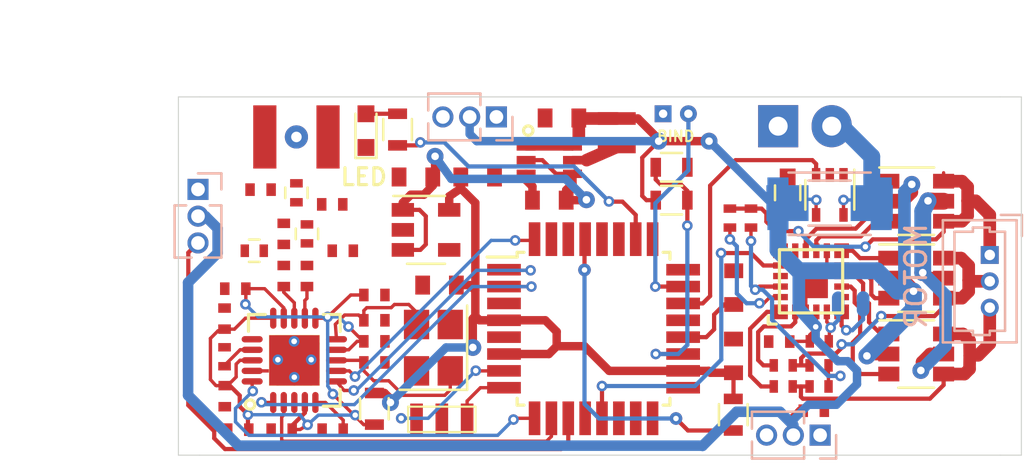
<source format=kicad_pcb>
(kicad_pcb (version 20171130) (host pcbnew "(5.1.5)-3")

  (general
    (thickness 0.8)
    (drawings 10)
    (tracks 576)
    (zones 0)
    (modules 67)
    (nets 66)
  )

  (page A4)
  (layers
    (0 F.Cu signal)
    (31 B.Cu signal)
    (32 B.Adhes user)
    (33 F.Adhes user)
    (34 B.Paste user)
    (35 F.Paste user)
    (36 B.SilkS user)
    (37 F.SilkS user)
    (38 B.Mask user)
    (39 F.Mask user)
    (40 Dwgs.User user)
    (41 Cmts.User user)
    (42 Eco1.User user)
    (43 Eco2.User user)
    (44 Edge.Cuts user)
    (45 Margin user)
    (46 B.CrtYd user)
    (47 F.CrtYd user)
    (48 B.Fab user)
    (49 F.Fab user)
  )

  (setup
    (last_trace_width 0.16)
    (user_trace_width 0.2)
    (user_trace_width 0.4)
    (user_trace_width 0.6)
    (user_trace_width 0.8)
    (trace_clearance 0.16)
    (zone_clearance 0.508)
    (zone_45_only no)
    (trace_min 0.16)
    (via_size 0.5)
    (via_drill 0.26)
    (via_min_size 0.4)
    (via_min_drill 0.26)
    (user_via 0.8 0.36)
    (uvia_size 0.3)
    (uvia_drill 0.1)
    (uvias_allowed no)
    (uvia_min_size 0.2)
    (uvia_min_drill 0.1)
    (edge_width 0.05)
    (segment_width 0.2)
    (pcb_text_width 0.3)
    (pcb_text_size 1.5 1.5)
    (mod_edge_width 0.12)
    (mod_text_size 1 1)
    (mod_text_width 0.15)
    (pad_size 1.524 1.524)
    (pad_drill 0.762)
    (pad_to_mask_clearance 0.051)
    (solder_mask_min_width 0.1)
    (aux_axis_origin 0 0)
    (visible_elements 7FFFFF7F)
    (pcbplotparams
      (layerselection 0x00000_ffffffff)
      (usegerberextensions false)
      (usegerberattributes false)
      (usegerberadvancedattributes false)
      (creategerberjobfile false)
      (excludeedgelayer false)
      (linewidth 0.100000)
      (plotframeref false)
      (viasonmask false)
      (mode 1)
      (useauxorigin false)
      (hpglpennumber 1)
      (hpglpenspeed 20)
      (hpglpendiameter 15.000000)
      (psnegative false)
      (psa4output false)
      (plotreference false)
      (plotvalue false)
      (plotinvisibletext false)
      (padsonsilk true)
      (subtractmaskfromsilk false)
      (outputformat 4)
      (mirror false)
      (drillshape 2)
      (scaleselection 1)
      (outputdirectory "./"))
  )

  (net 0 "")
  (net 1 GND)
  (net 2 "Net-(AE1-Pad1)")
  (net 3 +BATT)
  (net 4 "Net-(C2-Pad1)")
  (net 5 /5V)
  (net 6 +3V3)
  (net 7 VCC)
  (net 8 "Net-(C10-Pad2)")
  (net 9 "Net-(C11-Pad2)")
  (net 10 "Net-(C14-Pad2)")
  (net 11 "Net-(C18-Pad1)")
  (net 12 "Net-(C18-Pad2)")
  (net 13 "Net-(C19-Pad1)")
  (net 14 "Net-(C19-Pad2)")
  (net 15 "Net-(C21-Pad1)")
  (net 16 "Net-(D1-Pad2)")
  (net 17 "Net-(J1-Pad1)")
  (net 18 "Net-(J2-Pad1)")
  (net 19 /uESC1S/M_A)
  (net 20 /uESC1S/M_B)
  (net 21 /uESC1S/M_C)
  (net 22 "Net-(J6-Pad2)")
  (net 23 /CH1)
  (net 24 /CH2)
  (net 25 /CH4)
  (net 26 "Net-(L1-Pad2)")
  (net 27 /uESC1S/Ap)
  (net 28 /uESC1S/Ac)
  (net 29 /uESC1S/Bp)
  (net 30 /uESC1S/Bc)
  (net 31 /uESC1S/Cp)
  (net 32 /uESC1S/Cc)
  (net 33 /A2)
  (net 34 "Net-(R3-Pad2)")
  (net 35 "Net-(R4-Pad2)")
  (net 36 "Net-(R5-Pad2)")
  (net 37 "Net-(R11-Pad1)")
  (net 38 "Net-(R8-Pad2)")
  (net 39 "Net-(R10-Pad2)")
  (net 40 "Net-(R12-Pad2)")
  (net 41 /GDO0)
  (net 42 /SCLK)
  (net 43 "Net-(U2-Pad7)")
  (net 44 "Net-(U2-Pad8)")
  (net 45 /SI)
  (net 46 /SO)
  (net 47 /CH3)
  (net 48 "Net-(U2-Pad15)")
  (net 49 "Net-(U2-Pad16)")
  (net 50 "Net-(U2-Pad17)")
  (net 51 "Net-(U2-Pad24)")
  (net 52 "Net-(U2-Pad25)")
  (net 53 "Net-(U2-Pad27)")
  (net 54 "Net-(U2-Pad28)")
  (net 55 "Net-(U2-Pad30)")
  (net 56 "Net-(U2-Pad31)")
  (net 57 /CSN)
  (net 58 "Net-(U3-Pad4)")
  (net 59 "Net-(U4-Pad3)")
  (net 60 "Net-(U5-Pad7)")
  (net 61 "Net-(U5-Pad18)")
  (net 62 "Net-(U5-Pad15)")
  (net 63 "Net-(U5-Pad16)")
  (net 64 "Net-(J7-Pad2)")
  (net 65 /A1)

  (net_class Default "This is the default net class."
    (clearance 0.16)
    (trace_width 0.16)
    (via_dia 0.5)
    (via_drill 0.26)
    (uvia_dia 0.3)
    (uvia_drill 0.1)
    (add_net +3V3)
    (add_net +BATT)
    (add_net /5V)
    (add_net /A1)
    (add_net /A2)
    (add_net /CH1)
    (add_net /CH2)
    (add_net /CH3)
    (add_net /CH4)
    (add_net /CSN)
    (add_net /GDO0)
    (add_net /SCLK)
    (add_net /SI)
    (add_net /SO)
    (add_net /uESC1S/Ac)
    (add_net /uESC1S/Ap)
    (add_net /uESC1S/Bc)
    (add_net /uESC1S/Bp)
    (add_net /uESC1S/Cc)
    (add_net /uESC1S/Cp)
    (add_net /uESC1S/M_A)
    (add_net /uESC1S/M_B)
    (add_net /uESC1S/M_C)
    (add_net GND)
    (add_net "Net-(AE1-Pad1)")
    (add_net "Net-(C10-Pad2)")
    (add_net "Net-(C11-Pad2)")
    (add_net "Net-(C14-Pad2)")
    (add_net "Net-(C18-Pad1)")
    (add_net "Net-(C18-Pad2)")
    (add_net "Net-(C19-Pad1)")
    (add_net "Net-(C19-Pad2)")
    (add_net "Net-(C2-Pad1)")
    (add_net "Net-(C21-Pad1)")
    (add_net "Net-(D1-Pad2)")
    (add_net "Net-(J1-Pad1)")
    (add_net "Net-(J2-Pad1)")
    (add_net "Net-(J6-Pad2)")
    (add_net "Net-(J7-Pad2)")
    (add_net "Net-(L1-Pad2)")
    (add_net "Net-(R10-Pad2)")
    (add_net "Net-(R11-Pad1)")
    (add_net "Net-(R12-Pad2)")
    (add_net "Net-(R3-Pad2)")
    (add_net "Net-(R4-Pad2)")
    (add_net "Net-(R5-Pad2)")
    (add_net "Net-(R8-Pad2)")
    (add_net "Net-(U2-Pad15)")
    (add_net "Net-(U2-Pad16)")
    (add_net "Net-(U2-Pad17)")
    (add_net "Net-(U2-Pad24)")
    (add_net "Net-(U2-Pad25)")
    (add_net "Net-(U2-Pad27)")
    (add_net "Net-(U2-Pad28)")
    (add_net "Net-(U2-Pad30)")
    (add_net "Net-(U2-Pad31)")
    (add_net "Net-(U2-Pad7)")
    (add_net "Net-(U2-Pad8)")
    (add_net "Net-(U3-Pad4)")
    (add_net "Net-(U4-Pad3)")
    (add_net "Net-(U5-Pad15)")
    (add_net "Net-(U5-Pad16)")
    (add_net "Net-(U5-Pad18)")
    (add_net "Net-(U5-Pad7)")
    (add_net VCC)
  )

  (net_class PWR ""
    (clearance 0.2)
    (trace_width 0.6)
    (via_dia 0.8)
    (via_drill 0.36)
    (uvia_dia 0.3)
    (uvia_drill 0.1)
  )

  (module KiCadCustomLibs:hole_0.7 (layer F.Cu) (tedit 5CB6F846) (tstamp 5DF94F57)
    (at 96.9 96.6)
    (descr "Mounting Hole 2.1mm, no annular")
    (tags "mounting hole 2.1mm no annular")
    (attr virtual)
    (fp_text reference REF** (at 0 -3.2) (layer F.Fab) hide
      (effects (font (size 1 1) (thickness 0.15)))
    )
    (fp_text value hole (at 0 3.2) (layer F.Fab) hide
      (effects (font (size 1 1) (thickness 0.15)))
    )
    (pad "" np_thru_hole circle (at 0 0) (size 0.7 0.7) (drill 0.7) (layers *.Cu *.Mask))
  )

  (module KiCadCustomLibs:PAD_1.2X0.6_Round (layer B.Cu) (tedit 59FC6F12) (tstamp 5DF6E7F2)
    (at 128.49 90.32 90)
    (path /5E0272B1/59ADC588)
    (fp_text reference J2 (at 0.6 -1.1 270) (layer B.SilkS) hide
      (effects (font (size 1 1) (thickness 0.15)) (justify mirror))
    )
    (fp_text value C2D (at 0 1.1 270) (layer B.Fab) hide
      (effects (font (size 1 1) (thickness 0.15)) (justify mirror))
    )
    (pad 1 smd oval (at 0 0 90) (size 1.2 0.6) (layers B.Cu B.Paste B.Mask)
      (net 18 "Net-(J2-Pad1)"))
  )

  (module Connectors_Molex:Molex_PicoBlade_53047-0310_03x1.25mm_Straight (layer B.Cu) (tedit 58A3B615) (tstamp 5DF9371E)
    (at 134.5 88 270)
    (descr "Molex PicoBlade, single row, top entry type, through hole, PN:53047-0310")
    (tags "connector molex picoblade")
    (path /5E0272B1/5DF9C5F3)
    (fp_text reference J3 (at 1.25 -2.5 270) (layer B.SilkS) hide
      (effects (font (size 1 1) (thickness 0.15)) (justify mirror))
    )
    (fp_text value MOTOR (at 1 3.5 90) (layer B.SilkS)
      (effects (font (size 1 1) (thickness 0.15)) (justify mirror))
    )
    (fp_line (start -2 2.55) (end -2 -1.6) (layer B.CrtYd) (width 0.05))
    (fp_line (start -2 -1.6) (end 4.5 -1.6) (layer B.CrtYd) (width 0.05))
    (fp_line (start 4.5 -1.6) (end 4.5 2.55) (layer B.CrtYd) (width 0.05))
    (fp_line (start 4.5 2.55) (end -2 2.55) (layer B.CrtYd) (width 0.05))
    (fp_line (start -1.5 2.075) (end -1.5 -1.125) (layer B.Fab) (width 0.1))
    (fp_line (start -1.5 -1.125) (end 4 -1.125) (layer B.Fab) (width 0.1))
    (fp_line (start 4 -1.125) (end 4 2.075) (layer B.Fab) (width 0.1))
    (fp_line (start 4 2.075) (end -1.5 2.075) (layer B.Fab) (width 0.1))
    (fp_line (start -1.65 2.225) (end -1.65 -1.275) (layer B.SilkS) (width 0.12))
    (fp_line (start -1.65 -1.275) (end 4.15 -1.275) (layer B.SilkS) (width 0.12))
    (fp_line (start 4.15 -1.275) (end 4.15 2.225) (layer B.SilkS) (width 0.12))
    (fp_line (start 4.15 2.225) (end -1.65 2.225) (layer B.SilkS) (width 0.12))
    (fp_line (start 1.25 -0.725) (end -1.1 -0.725) (layer B.SilkS) (width 0.12))
    (fp_line (start -1.1 -0.725) (end -1.1 0) (layer B.SilkS) (width 0.12))
    (fp_line (start -1.1 0) (end -1.3 0) (layer B.SilkS) (width 0.12))
    (fp_line (start -1.3 0) (end -1.3 0.8) (layer B.SilkS) (width 0.12))
    (fp_line (start -1.3 0.8) (end -1.1 0.8) (layer B.SilkS) (width 0.12))
    (fp_line (start -1.1 0.8) (end -1.1 1.675) (layer B.SilkS) (width 0.12))
    (fp_line (start -1.1 1.675) (end 1.25 1.675) (layer B.SilkS) (width 0.12))
    (fp_line (start 1.25 -0.725) (end 3.6 -0.725) (layer B.SilkS) (width 0.12))
    (fp_line (start 3.6 -0.725) (end 3.6 0) (layer B.SilkS) (width 0.12))
    (fp_line (start 3.6 0) (end 3.8 0) (layer B.SilkS) (width 0.12))
    (fp_line (start 3.8 0) (end 3.8 0.8) (layer B.SilkS) (width 0.12))
    (fp_line (start 3.8 0.8) (end 3.6 0.8) (layer B.SilkS) (width 0.12))
    (fp_line (start 3.6 0.8) (end 3.6 1.675) (layer B.SilkS) (width 0.12))
    (fp_line (start 3.6 1.675) (end 1.25 1.675) (layer B.SilkS) (width 0.12))
    (fp_line (start -1.9 -1.525) (end -1.9 -0.525) (layer B.SilkS) (width 0.12))
    (fp_line (start -1.9 -1.525) (end -0.9 -1.525) (layer B.SilkS) (width 0.12))
    (fp_text user %R (at 1.25 1.25 270) (layer B.Fab) hide
      (effects (font (size 1 1) (thickness 0.15)) (justify mirror))
    )
    (pad 1 thru_hole rect (at 0 0 270) (size 0.85 0.85) (drill 0.5) (layers *.Cu *.Mask)
      (net 19 /uESC1S/M_A))
    (pad 2 thru_hole circle (at 1.25 0 270) (size 0.85 0.85) (drill 0.5) (layers *.Cu *.Mask)
      (net 20 /uESC1S/M_B))
    (pad 3 thru_hole circle (at 2.5 0 270) (size 0.85 0.85) (drill 0.5) (layers *.Cu *.Mask)
      (net 21 /uESC1S/M_C))
    (model ${KISYS3DMOD}/Connectors_Molex.3dshapes/Molex_PicoBlade_53047-0310_03x1.25mm_Straight.wrl
      (at (xyz 0 0 0))
      (scale (xyz 1 1 1))
      (rotate (xyz 0 0 0))
    )
  )

  (module Crystals:Crystal_SMD_SeikoEpson_FA238-4pin_3.2x2.5mm (layer F.Cu) (tedit 58CD2E9D) (tstamp 5DF6A309)
    (at 108.1 92.4 90)
    (descr "crystal Epson Toyocom FA-238 series http://www.mouser.com/ds/2/137/1721499-465440.pdf, 3.2x2.5mm^2 package")
    (tags "SMD SMT crystal")
    (path /5DFB4B7F)
    (attr smd)
    (fp_text reference Y2 (at 0 -2.45 90) (layer F.SilkS) hide
      (effects (font (size 1 1) (thickness 0.15)))
    )
    (fp_text value 26MHZ (at 0 2.45 90) (layer F.Fab) hide
      (effects (font (size 1 1) (thickness 0.15)))
    )
    (fp_text user %R (at 0 0 90) (layer F.Fab)
      (effects (font (size 0.7 0.7) (thickness 0.105)))
    )
    (fp_line (start -1.5 -1.25) (end 1.5 -1.25) (layer F.Fab) (width 0.1))
    (fp_line (start 1.5 -1.25) (end 1.6 -1.15) (layer F.Fab) (width 0.1))
    (fp_line (start 1.6 -1.15) (end 1.6 1.15) (layer F.Fab) (width 0.1))
    (fp_line (start 1.6 1.15) (end 1.5 1.25) (layer F.Fab) (width 0.1))
    (fp_line (start 1.5 1.25) (end -1.5 1.25) (layer F.Fab) (width 0.1))
    (fp_line (start -1.5 1.25) (end -1.6 1.15) (layer F.Fab) (width 0.1))
    (fp_line (start -1.6 1.15) (end -1.6 -1.15) (layer F.Fab) (width 0.1))
    (fp_line (start -1.6 -1.15) (end -1.5 -1.25) (layer F.Fab) (width 0.1))
    (fp_line (start -1.6 0.25) (end -0.6 1.25) (layer F.Fab) (width 0.1))
    (fp_line (start -2 -1.6) (end -2 1.6) (layer F.SilkS) (width 0.12))
    (fp_line (start -2 1.6) (end 2 1.6) (layer F.SilkS) (width 0.12))
    (fp_line (start -2.1 -1.7) (end -2.1 1.7) (layer F.CrtYd) (width 0.05))
    (fp_line (start -2.1 1.7) (end 2.1 1.7) (layer F.CrtYd) (width 0.05))
    (fp_line (start 2.1 1.7) (end 2.1 -1.7) (layer F.CrtYd) (width 0.05))
    (fp_line (start 2.1 -1.7) (end -2.1 -1.7) (layer F.CrtYd) (width 0.05))
    (pad 1 smd rect (at -1.1 0.8 90) (size 1.4 1.2) (layers F.Cu F.Paste F.Mask)
      (net 9 "Net-(C11-Pad2)"))
    (pad 2 smd rect (at 1.1 0.8 90) (size 1.4 1.2) (layers F.Cu F.Paste F.Mask)
      (net 1 GND))
    (pad 3 smd rect (at 1.1 -0.8 90) (size 1.4 1.2) (layers F.Cu F.Paste F.Mask)
      (net 10 "Net-(C14-Pad2)"))
    (pad 4 smd rect (at -1.1 -0.8 90) (size 1.4 1.2) (layers F.Cu F.Paste F.Mask)
      (net 1 GND))
    (model ${KISYS3DMOD}/Crystals.3dshapes/Crystal_SMD_SeikoEpson_FA238-4pin_3.2x2.5mm.wrl
      (at (xyz 0 0 0))
      (scale (xyz 0.24 0.24 0.24))
      (rotate (xyz 0 0 0))
    )
  )

  (module Resistors_SMD:R_1206_HandSoldering (layer B.Cu) (tedit 58E0A804) (tstamp 5DF7ED38)
    (at 126.9 85.54)
    (descr "Resistor SMD 1206, hand soldering")
    (tags "resistor 1206")
    (path /5DFC357B)
    (attr smd)
    (fp_text reference R13 (at 0 1.85) (layer B.SilkS) hide
      (effects (font (size 1 1) (thickness 0.15)) (justify mirror))
    )
    (fp_text value 0.022 (at 0 -1.95) (layer B.Fab) hide
      (effects (font (size 1 1) (thickness 0.15)) (justify mirror))
    )
    (fp_text user %R (at 0 0) (layer B.Fab) hide
      (effects (font (size 0.7 0.7) (thickness 0.105)) (justify mirror))
    )
    (fp_line (start -1.6 -0.8) (end -1.6 0.8) (layer B.Fab) (width 0.1))
    (fp_line (start 1.6 -0.8) (end -1.6 -0.8) (layer B.Fab) (width 0.1))
    (fp_line (start 1.6 0.8) (end 1.6 -0.8) (layer B.Fab) (width 0.1))
    (fp_line (start -1.6 0.8) (end 1.6 0.8) (layer B.Fab) (width 0.1))
    (fp_line (start 1 -1.07) (end -1 -1.07) (layer B.SilkS) (width 0.12))
    (fp_line (start -1 1.07) (end 1 1.07) (layer B.SilkS) (width 0.12))
    (fp_line (start -3.25 1.11) (end 3.25 1.11) (layer B.CrtYd) (width 0.05))
    (fp_line (start -3.25 1.11) (end -3.25 -1.1) (layer B.CrtYd) (width 0.05))
    (fp_line (start 3.25 -1.1) (end 3.25 1.11) (layer B.CrtYd) (width 0.05))
    (fp_line (start 3.25 -1.1) (end -3.25 -1.1) (layer B.CrtYd) (width 0.05))
    (pad 1 smd rect (at -2 0) (size 2 1.7) (layers B.Cu B.Paste B.Mask)
      (net 3 +BATT))
    (pad 2 smd rect (at 2 0) (size 2 1.7) (layers B.Cu B.Paste B.Mask)
      (net 64 "Net-(J7-Pad2)"))
    (model ${KISYS3DMOD}/Resistors_SMD.3dshapes/R_1206.wrl
      (at (xyz 0 0 0))
      (scale (xyz 1 1 1))
      (rotate (xyz 0 0 0))
    )
  )

  (module KiCadCustomLibs:QFN20 (layer F.Cu) (tedit 5DF66FB1) (tstamp 5DF8097D)
    (at 126.02 89.25)
    (path /5E0272B1/5DF69818)
    (fp_text reference U5 (at -0.127 3.302) (layer F.SilkS) hide
      (effects (font (size 1 1) (thickness 0.15)))
    )
    (fp_text value EFM8BB21 (at 0.381 5.08) (layer F.SilkS) hide
      (effects (font (size 1 1) (thickness 0.15)))
    )
    (fp_line (start -1.5 1.5) (end 1.5 1.5) (layer F.SilkS) (width 0.15))
    (fp_line (start 1.5 1.5) (end 1.5 -1.5) (layer F.SilkS) (width 0.15))
    (fp_line (start 1.5 -1.5) (end -1.5 -1.5) (layer F.SilkS) (width 0.15))
    (fp_line (start -1.5 -1.5) (end -1.5 1.5) (layer F.SilkS) (width 0.15))
    (fp_line (start -2.032 2.032) (end -2.032 1.651) (layer F.SilkS) (width 0.15))
    (fp_line (start -1.651 2.032) (end -2.032 2.032) (layer F.SilkS) (width 0.15))
    (pad 2 smd rect (at -0.75 1.45) (size 0.3 0.7) (layers F.Cu F.Paste F.Mask)
      (net 39 "Net-(R10-Pad2)"))
    (pad 3 smd rect (at -0.25 1.45) (size 0.3 0.7) (layers F.Cu F.Paste F.Mask)
      (net 1 GND))
    (pad 4 smd rect (at 0.25 1.45) (size 0.3 0.7) (layers F.Cu F.Paste F.Mask)
      (net 3 +BATT))
    (pad 5 smd rect (at 0.75 1.45) (size 0.3 0.7) (layers F.Cu F.Paste F.Mask)
      (net 17 "Net-(J1-Pad1)"))
    (pad 8 smd rect (at 1.45 0.25 90) (size 0.3 0.7) (layers F.Cu F.Paste F.Mask)
      (net 32 /uESC1S/Cc))
    (pad 9 smd rect (at 1.45 -0.25 90) (size 0.3 0.7) (layers F.Cu F.Paste F.Mask)
      (net 31 /uESC1S/Cp))
    (pad 7 smd rect (at 1.45 0.75 90) (size 0.3 0.7) (layers F.Cu F.Paste F.Mask)
      (net 60 "Net-(U5-Pad7)"))
    (pad 6 smd rect (at 1.45 1.45) (size 0.7 0.7) (layers F.Cu F.Paste F.Mask)
      (net 18 "Net-(J2-Pad1)"))
    (pad 10 smd rect (at 1.45 -0.75 90) (size 0.3 0.7) (layers F.Cu F.Paste F.Mask)
      (net 30 /uESC1S/Bc))
    (pad 11 smd rect (at 1.45 -1.45) (size 0.7 0.7) (layers F.Cu F.Paste F.Mask)
      (net 29 /uESC1S/Bp))
    (pad 12 smd rect (at 0.75 -1.45) (size 0.3 0.7) (layers F.Cu F.Paste F.Mask)
      (net 1 GND))
    (pad 17 smd rect (at -1.45 -0.75 90) (size 0.3 0.7) (layers F.Cu F.Paste F.Mask)
      (net 47 /CH3))
    (pad 18 smd rect (at -1.45 -0.25 90) (size 0.3 0.7) (layers F.Cu F.Paste F.Mask)
      (net 61 "Net-(U5-Pad18)"))
    (pad 19 smd rect (at -1.45 0.25 90) (size 0.3 0.7) (layers F.Cu F.Paste F.Mask)
      (net 37 "Net-(R11-Pad1)"))
    (pad 13 smd rect (at 0.25 -1.45) (size 0.3 0.7) (layers F.Cu F.Paste F.Mask)
      (net 28 /uESC1S/Ac))
    (pad 15 smd rect (at -0.75 -1.45) (size 0.3 0.7) (layers F.Cu F.Paste F.Mask)
      (net 62 "Net-(U5-Pad15)"))
    (pad 14 smd rect (at -0.25 -1.45) (size 0.3 0.7) (layers F.Cu F.Paste F.Mask)
      (net 27 /uESC1S/Ap))
    (pad 20 smd rect (at -1.45 0.75 90) (size 0.3 0.7) (layers F.Cu F.Paste F.Mask)
      (net 38 "Net-(R8-Pad2)"))
    (pad 21 smd rect (at 0 0) (size 1.6 1.6) (layers F.Cu F.Paste F.Mask)
      (net 1 GND))
    (pad 16 smd rect (at -1.45 -1.45) (size 0.7 0.7) (layers F.Cu F.Paste F.Mask)
      (net 63 "Net-(U5-Pad16)"))
    (pad 1 smd rect (at -1.45 1.45) (size 0.7 0.7) (layers F.Cu F.Paste F.Mask)
      (net 40 "Net-(R12-Pad2)"))
    (model Housings_DFN_QFN.3dshapes/QFN-16-1EP_3x3mm_Pitch0.5mm.wrl
      (at (xyz 0 0 0))
      (scale (xyz 1 1 1))
      (rotate (xyz 0 0 0))
    )
  )

  (module KiCadCustomLibs:Conn_1x02_2.54mm (layer F.Cu) (tedit 5DF7DF5B) (tstamp 5DF69048)
    (at 124.46 81.89 90)
    (descr "Through hole straight pin header, 1x02, 2.54mm pitch, single row")
    (tags "Through hole pin header THT 1x02 2.54mm single row")
    (path /5DF7E6DF)
    (fp_text reference J7 (at 0 -2.33 90) (layer F.SilkS) hide
      (effects (font (size 1 1) (thickness 0.15)))
    )
    (fp_text value BAT (at 0 4.87 90) (layer F.Fab) hide
      (effects (font (size 1 1) (thickness 0.15)))
    )
    (fp_line (start -0.635 -1.27) (end 1.27 -1.27) (layer F.Fab) (width 0.1))
    (fp_line (start 1.27 -1.27) (end 1.27 3.81) (layer F.Fab) (width 0.1))
    (fp_line (start 1.27 3.81) (end -1.27 3.81) (layer F.Fab) (width 0.1))
    (fp_line (start -1.27 3.81) (end -1.27 -0.635) (layer F.Fab) (width 0.1))
    (fp_line (start -1.27 -0.635) (end -0.635 -1.27) (layer F.Fab) (width 0.1))
    (pad 1 thru_hole rect (at 0 0 90) (size 2 1.9) (drill 0.9) (layers *.Cu *.Mask)
      (net 1 GND))
    (pad 2 thru_hole oval (at 0 2.54 90) (size 2 1.9) (drill 0.9) (layers *.Cu *.Mask)
      (net 64 "Net-(J7-Pad2)"))
  )

  (module TO_SOT_Packages_SMD:SOT-353_SC-70-5 (layer F.Cu) (tedit 58CE4E7F) (tstamp 5DF80C2B)
    (at 126.91 85.15 270)
    (descr "SOT-353, SC-70-5")
    (tags "SOT-353 SC-70-5")
    (path /5DF8C8DF)
    (attr smd)
    (fp_text reference U6 (at 0 -2 90) (layer F.SilkS) hide
      (effects (font (size 1 1) (thickness 0.15)))
    )
    (fp_text value MAX9610 (at 0 2 270) (layer F.Fab) hide
      (effects (font (size 1 1) (thickness 0.15)))
    )
    (fp_text user %R (at 0 0) (layer F.Fab)
      (effects (font (size 0.5 0.5) (thickness 0.075)))
    )
    (fp_line (start 0.7 -1.16) (end -1.2 -1.16) (layer F.SilkS) (width 0.12))
    (fp_line (start -0.7 1.16) (end 0.7 1.16) (layer F.SilkS) (width 0.12))
    (fp_line (start 1.6 1.4) (end 1.6 -1.4) (layer F.CrtYd) (width 0.05))
    (fp_line (start -1.6 -1.4) (end -1.6 1.4) (layer F.CrtYd) (width 0.05))
    (fp_line (start -1.6 -1.4) (end 1.6 -1.4) (layer F.CrtYd) (width 0.05))
    (fp_line (start 0.675 -1.1) (end -0.175 -1.1) (layer F.Fab) (width 0.1))
    (fp_line (start -0.675 -0.6) (end -0.675 1.1) (layer F.Fab) (width 0.1))
    (fp_line (start -1.6 1.4) (end 1.6 1.4) (layer F.CrtYd) (width 0.05))
    (fp_line (start 0.675 -1.1) (end 0.675 1.1) (layer F.Fab) (width 0.1))
    (fp_line (start 0.675 1.1) (end -0.675 1.1) (layer F.Fab) (width 0.1))
    (fp_line (start -0.175 -1.1) (end -0.675 -0.6) (layer F.Fab) (width 0.1))
    (pad 1 smd rect (at -0.95 -0.65 270) (size 0.65 0.4) (layers F.Cu F.Paste F.Mask)
      (net 1 GND))
    (pad 3 smd rect (at -0.95 0.65 270) (size 0.65 0.4) (layers F.Cu F.Paste F.Mask)
      (net 33 /A2))
    (pad 2 smd rect (at -0.95 0 270) (size 0.65 0.4) (layers F.Cu F.Paste F.Mask)
      (net 1 GND))
    (pad 4 smd rect (at 0.95 0.65 270) (size 0.65 0.4) (layers F.Cu F.Paste F.Mask)
      (net 3 +BATT))
    (pad 5 smd rect (at 0.95 -0.65 270) (size 0.65 0.4) (layers F.Cu F.Paste F.Mask)
      (net 64 "Net-(J7-Pad2)"))
    (model ${KISYS3DMOD}/TO_SOT_Packages_SMD.3dshapes/SOT-353_SC-70-5.wrl
      (at (xyz 0 0 0))
      (scale (xyz 1 1 1))
      (rotate (xyz 0 0 0))
    )
  )

  (module Resistors_SMD:R_2010 (layer B.Cu) (tedit 58E0A804) (tstamp 5DF7ED3B)
    (at 126.9 85.57)
    (descr "Resistor SMD 2010, reflow soldering, Vishay (see dcrcw.pdf)")
    (tags "resistor 2010")
    (path /5DF9F52D)
    (attr smd)
    (fp_text reference R14 (at 0 2.25) (layer B.SilkS) hide
      (effects (font (size 1 1) (thickness 0.15)) (justify mirror))
    )
    (fp_text value 0.022 (at 0 -2.4) (layer B.Fab) hide
      (effects (font (size 1 1) (thickness 0.15)) (justify mirror))
    )
    (fp_text user %R (at 0 0) (layer B.Fab) hide
      (effects (font (size 1 1) (thickness 0.15)) (justify mirror))
    )
    (fp_line (start -2.5 -1.25) (end -2.5 1.25) (layer B.Fab) (width 0.1))
    (fp_line (start 2.5 -1.25) (end -2.5 -1.25) (layer B.Fab) (width 0.1))
    (fp_line (start 2.5 1.25) (end 2.5 -1.25) (layer B.Fab) (width 0.1))
    (fp_line (start -2.5 1.25) (end 2.5 1.25) (layer B.Fab) (width 0.1))
    (fp_line (start 1.95 -1.48) (end -1.95 -1.48) (layer B.SilkS) (width 0.12))
    (fp_line (start -1.95 1.48) (end 1.95 1.48) (layer B.SilkS) (width 0.12))
    (fp_line (start -3.2 1.5) (end 3.2 1.5) (layer B.CrtYd) (width 0.05))
    (fp_line (start -3.2 1.5) (end -3.2 -1.5) (layer B.CrtYd) (width 0.05))
    (fp_line (start 3.2 -1.5) (end 3.2 1.5) (layer B.CrtYd) (width 0.05))
    (fp_line (start 3.2 -1.5) (end -3.2 -1.5) (layer B.CrtYd) (width 0.05))
    (pad 1 smd rect (at -2.45 0) (size 1 2.5) (layers B.Cu B.Paste B.Mask)
      (net 3 +BATT))
    (pad 2 smd rect (at 2.45 0) (size 1 2.5) (layers B.Cu B.Paste B.Mask)
      (net 64 "Net-(J7-Pad2)"))
    (model ${KISYS3DMOD}/Resistors_SMD.3dshapes/R_2010.wrl
      (at (xyz 0 0 0))
      (scale (xyz 1 1 1))
      (rotate (xyz 0 0 0))
    )
  )

  (module KiCadCustomLibs:C_0402 (layer F.Cu) (tedit 5DF53B2B) (tstamp 5DF6C231)
    (at 100.9 96.29 180)
    (descr "Capacitor SMD 0402, reflow soldering, AVX (see smccp.pdf)")
    (tags "capacitor 0402")
    (path /5E066773)
    (attr smd)
    (fp_text reference C9 (at 0.4 -1.1) (layer F.SilkS) hide
      (effects (font (size 0.5 0.5) (thickness 0.125)))
    )
    (fp_text value 2uf (at -0.1 1.1) (layer F.SilkS) hide
      (effects (font (size 0.5 0.5) (thickness 0.125)))
    )
    (fp_line (start -0.5 0.25) (end -0.5 -0.25) (layer F.Fab) (width 0.1))
    (fp_line (start 0.5 0.25) (end -0.5 0.25) (layer F.Fab) (width 0.1))
    (fp_line (start 0.5 -0.25) (end 0.5 0.25) (layer F.Fab) (width 0.1))
    (fp_line (start -0.5 -0.25) (end 0.5 -0.25) (layer F.Fab) (width 0.1))
    (fp_line (start -1 -0.4) (end 1 -0.4) (layer F.CrtYd) (width 0.05))
    (fp_line (start -1 -0.4) (end -1 0.4) (layer F.CrtYd) (width 0.05))
    (fp_line (start 1 0.4) (end 1 -0.4) (layer F.CrtYd) (width 0.05))
    (fp_line (start 1 0.4) (end -1 0.4) (layer F.CrtYd) (width 0.05))
    (fp_text user %R (at -4.3 0 180) (layer F.Fab) hide
      (effects (font (size 0.3 0.3) (thickness 0.075)))
    )
    (pad 1 smd rect (at -0.5 0 180) (size 0.45 0.6) (layers F.Cu F.Paste F.Mask)
      (net 7 VCC))
    (pad 2 smd rect (at 0.5 0 180) (size 0.45 0.6) (layers F.Cu F.Paste F.Mask)
      (net 1 GND))
    (model Capacitors_SMD.3dshapes/C_0402.wrl
      (at (xyz 0 0 0))
      (scale (xyz 1 1 1))
      (rotate (xyz 0 0 0))
    )
  )

  (module KiCadCustomLibs:Ceramic_Resonator_SMD_3mm (layer F.Cu) (tedit 59AFE839) (tstamp 5DF69108)
    (at 108.5 95.8 180)
    (path /5DF6E244)
    (fp_text reference Y1 (at 0.1 2.3) (layer F.SilkS) hide
      (effects (font (size 1 1) (thickness 0.15)))
    )
    (fp_text value 16MHZ (at 0.1 -2.2) (layer F.Fab) hide
      (effects (font (size 1 1) (thickness 0.15)))
    )
    (fp_line (start -1.6 0.6) (end -1.6 -0.6) (layer F.SilkS) (width 0.1))
    (fp_line (start 1.6 0.6) (end -1.6 0.6) (layer F.SilkS) (width 0.1))
    (fp_line (start 1.6 -0.6) (end 1.6 0.6) (layer F.SilkS) (width 0.1))
    (fp_line (start -1.6 -0.6) (end 1.6 -0.6) (layer F.SilkS) (width 0.1))
    (pad 2 smd rect (at 0 0 180) (size 0.6 1.5) (layers F.Cu F.Paste F.Mask)
      (net 1 GND))
    (pad 3 smd rect (at 1.2 0 180) (size 0.6 1.5) (layers F.Cu F.Paste F.Mask)
      (net 43 "Net-(U2-Pad7)"))
    (pad 1 smd rect (at -1.2 0 180) (size 0.6 1.5) (layers F.Cu F.Paste F.Mask)
      (net 44 "Net-(U2-Pad8)"))
  )

  (module KiCadCustomLibs:CC2500 (layer F.Cu) (tedit 5DF3EB78) (tstamp 5DF690DE)
    (at 101.5 93 90)
    (descr "20-Lead Ultra Thin Plastic Quad Flat, No Lead Package (GZ) - 4x4x0.5 mm Body [UQFN]; (see Microchip Packaging Specification 00000049BS.pdf)")
    (tags "QFN 0.5")
    (path /5DF3E270)
    (attr smd)
    (fp_text reference U4 (at 0 -3.4 90) (layer F.SilkS) hide
      (effects (font (size 1 1) (thickness 0.15)))
    )
    (fp_text value CC2500 (at 0 3.4 90) (layer F.Fab) hide
      (effects (font (size 1 1) (thickness 0.15)))
    )
    (fp_circle (center -2.1 -2.1) (end -1.9 -2) (layer F.SilkS) (width 0.15))
    (fp_line (start -1.2 -1.2) (end -1.2 1.2) (layer F.SilkS) (width 0.015))
    (fp_line (start 1.2 -1.2) (end -1.2 -1.2) (layer F.SilkS) (width 0.015))
    (fp_line (start 1.2 1.2) (end 1.2 -1.2) (layer F.SilkS) (width 0.015))
    (fp_line (start -1.2 1.2) (end 1.2 1.2) (layer F.SilkS) (width 0.015))
    (fp_line (start -1 -2) (end 2 -2) (layer F.Fab) (width 0.15))
    (fp_line (start 2 -2) (end 2 2) (layer F.Fab) (width 0.15))
    (fp_line (start 2 2) (end -2 2) (layer F.Fab) (width 0.15))
    (fp_line (start -2 2) (end -2 -1) (layer F.Fab) (width 0.15))
    (fp_line (start -2 -1) (end -1 -2) (layer F.Fab) (width 0.15))
    (fp_line (start -2.65 -2.65) (end -2.65 2.65) (layer F.CrtYd) (width 0.05))
    (fp_line (start 2.65 -2.65) (end 2.65 2.65) (layer F.CrtYd) (width 0.05))
    (fp_line (start -2.65 -2.65) (end 2.65 -2.65) (layer F.CrtYd) (width 0.05))
    (fp_line (start -2.65 2.65) (end 2.65 2.65) (layer F.CrtYd) (width 0.05))
    (fp_line (start 2.175 -2.175) (end 2.175 -1.375) (layer F.SilkS) (width 0.15))
    (fp_line (start -2.175 2.175) (end -2.175 1.375) (layer F.SilkS) (width 0.15))
    (fp_line (start 2.175 2.175) (end 2.175 1.375) (layer F.SilkS) (width 0.15))
    (fp_line (start -2.175 2.175) (end -1.375 2.175) (layer F.SilkS) (width 0.15))
    (fp_line (start 2.175 2.175) (end 1.375 2.175) (layer F.SilkS) (width 0.15))
    (fp_line (start 2.175 -2.175) (end 1.375 -2.175) (layer F.SilkS) (width 0.15))
    (pad 19 smd rect (at 0 0.8 90) (size 0.8 0.8) (layers F.Cu F.Paste F.Mask)
      (net 1 GND) (solder_mask_margin -0.399) (solder_paste_margin_ratio -0.2))
    (pad 19 smd rect (at 0.8 0 90) (size 0.8 0.8) (layers F.Cu F.Paste F.Mask)
      (net 1 GND) (solder_mask_margin -0.399) (solder_paste_margin_ratio -0.2))
    (pad 19 smd rect (at -0.8 0 90) (size 0.8 0.8) (layers F.Cu F.Paste F.Mask)
      (net 1 GND) (solder_mask_margin -0.399) (solder_paste_margin_ratio -0.2))
    (pad 19 smd rect (at 0 -0.8 90) (size 0.8 0.8) (layers F.Cu F.Paste F.Mask)
      (net 1 GND) (solder_mask_margin -0.399) (solder_paste_margin_ratio -0.2))
    (pad 19 smd rect (at 0 0 90) (size 0.8 0.8) (layers F.Cu F.Paste F.Mask)
      (net 1 GND) (solder_paste_margin_ratio -0.2))
    (pad 1 smd oval (at -2 -1 90) (size 1 0.3) (layers F.Cu F.Paste F.Mask)
      (net 42 /SCLK))
    (pad 2 smd oval (at -2 -0.5 90) (size 1 0.3) (layers F.Cu F.Paste F.Mask)
      (net 46 /SO))
    (pad 3 smd oval (at -2 0 90) (size 1 0.3) (layers F.Cu F.Paste F.Mask)
      (net 59 "Net-(U4-Pad3)"))
    (pad 4 smd oval (at -2 0.5 90) (size 1 0.3) (layers F.Cu F.Paste F.Mask)
      (net 7 VCC))
    (pad 5 smd oval (at -2 1 90) (size 1 0.3) (layers F.Cu F.Paste F.Mask)
      (net 8 "Net-(C10-Pad2)"))
    (pad 6 smd oval (at -1 2 180) (size 1 0.3) (layers F.Cu F.Paste F.Mask)
      (net 41 /GDO0))
    (pad 7 smd oval (at -0.5 2 180) (size 1 0.3) (layers F.Cu F.Paste F.Mask)
      (net 57 /CSN))
    (pad 8 smd oval (at 0 2 180) (size 1 0.3) (layers F.Cu F.Paste F.Mask)
      (net 9 "Net-(C11-Pad2)"))
    (pad 9 smd oval (at 0.5 2 180) (size 1 0.3) (layers F.Cu F.Paste F.Mask)
      (net 7 VCC))
    (pad 10 smd oval (at 1 2 180) (size 1 0.3) (layers F.Cu F.Paste F.Mask)
      (net 10 "Net-(C14-Pad2)"))
    (pad 11 smd oval (at 2 1 90) (size 1 0.3) (layers F.Cu F.Paste F.Mask)
      (net 7 VCC))
    (pad 12 smd oval (at 2 0.5 90) (size 1 0.3) (layers F.Cu F.Paste F.Mask)
      (net 14 "Net-(C19-Pad2)"))
    (pad 13 smd oval (at 2 0 90) (size 1 0.3) (layers F.Cu F.Paste F.Mask)
      (net 12 "Net-(C18-Pad2)"))
    (pad 14 smd oval (at 2 -0.5 90) (size 1 0.3) (layers F.Cu F.Paste F.Mask)
      (net 7 VCC))
    (pad 15 smd oval (at 2 -1 90) (size 1 0.3) (layers F.Cu F.Paste F.Mask)
      (net 7 VCC))
    (pad 16 smd oval (at 1 -2 180) (size 1 0.3) (layers F.Cu F.Paste F.Mask)
      (net 1 GND))
    (pad 17 smd oval (at 0.5 -2 180) (size 1 0.3) (layers F.Cu F.Paste F.Mask)
      (net 36 "Net-(R5-Pad2)"))
    (pad 18 smd oval (at 0 -2 180) (size 1 0.3) (layers F.Cu F.Paste F.Mask)
      (net 7 VCC))
    (pad 19 smd oval (at -0.5 -2 180) (size 1 0.3) (layers F.Cu F.Paste F.Mask)
      (net 1 GND))
    (pad 20 smd oval (at -1 -2 180) (size 1 0.3) (layers F.Cu F.Paste F.Mask)
      (net 45 /SI))
    (pad 19 smd rect (at 0.8 0.8 90) (size 0.8 0.8) (layers F.Cu F.Paste F.Mask)
      (net 1 GND) (solder_paste_margin_ratio -0.2))
    (pad 19 smd rect (at 0.8 -0.8 90) (size 0.8 0.8) (layers F.Cu F.Paste F.Mask)
      (net 1 GND) (solder_paste_margin_ratio -0.2))
    (pad 19 smd rect (at -0.8 0.8 90) (size 0.8 0.8) (layers F.Cu F.Paste F.Mask)
      (net 1 GND) (solder_paste_margin_ratio -0.2))
    (pad 19 smd rect (at -0.8 -0.8 90) (size 0.8 0.8) (layers F.Cu F.Paste F.Mask)
      (net 1 GND) (solder_paste_margin_ratio -0.2))
    (model ${KISYS3DMOD}/Housings_DFN_QFN.3dshapes/UQFN-20-1EP_4x4mm_Pitch0.5mm.wrl
      (at (xyz 0 0 0))
      (scale (xyz 1 1 1))
      (rotate (xyz 0 0 0))
    )
  )

  (module TO_SOT_Packages_SMD:SOT-23-5 (layer F.Cu) (tedit 58CE4E7E) (tstamp 5DF6AB13)
    (at 107.75 86.81)
    (descr "5-pin SOT23 package")
    (tags SOT-23-5)
    (path /5E034177)
    (attr smd)
    (fp_text reference U3 (at 0 -2.9) (layer F.SilkS) hide
      (effects (font (size 1 1) (thickness 0.15)))
    )
    (fp_text value RT9013-33 (at 0 2.9) (layer F.Fab) hide
      (effects (font (size 1 1) (thickness 0.15)))
    )
    (fp_text user %R (at 0 0 90) (layer F.Fab)
      (effects (font (size 0.5 0.5) (thickness 0.075)))
    )
    (fp_line (start -0.9 1.61) (end 0.9 1.61) (layer F.SilkS) (width 0.12))
    (fp_line (start 0.9 -1.61) (end -1.55 -1.61) (layer F.SilkS) (width 0.12))
    (fp_line (start -1.9 -1.8) (end 1.9 -1.8) (layer F.CrtYd) (width 0.05))
    (fp_line (start 1.9 -1.8) (end 1.9 1.8) (layer F.CrtYd) (width 0.05))
    (fp_line (start 1.9 1.8) (end -1.9 1.8) (layer F.CrtYd) (width 0.05))
    (fp_line (start -1.9 1.8) (end -1.9 -1.8) (layer F.CrtYd) (width 0.05))
    (fp_line (start -0.9 -0.9) (end -0.25 -1.55) (layer F.Fab) (width 0.1))
    (fp_line (start 0.9 -1.55) (end -0.25 -1.55) (layer F.Fab) (width 0.1))
    (fp_line (start -0.9 -0.9) (end -0.9 1.55) (layer F.Fab) (width 0.1))
    (fp_line (start 0.9 1.55) (end -0.9 1.55) (layer F.Fab) (width 0.1))
    (fp_line (start 0.9 -1.55) (end 0.9 1.55) (layer F.Fab) (width 0.1))
    (pad 1 smd rect (at -1.1 -0.95) (size 1.06 0.65) (layers F.Cu F.Paste F.Mask)
      (net 5 /5V))
    (pad 2 smd rect (at -1.1 0) (size 1.06 0.65) (layers F.Cu F.Paste F.Mask)
      (net 1 GND))
    (pad 3 smd rect (at -1.1 0.95) (size 1.06 0.65) (layers F.Cu F.Paste F.Mask)
      (net 5 /5V))
    (pad 4 smd rect (at 1.1 0.95) (size 1.06 0.65) (layers F.Cu F.Paste F.Mask)
      (net 58 "Net-(U3-Pad4)"))
    (pad 5 smd rect (at 1.1 -0.95) (size 1.06 0.65) (layers F.Cu F.Paste F.Mask)
      (net 6 +3V3))
    (model ${KISYS3DMOD}/TO_SOT_Packages_SMD.3dshapes/SOT-23-5.wrl
      (at (xyz 0 0 0))
      (scale (xyz 1 1 1))
      (rotate (xyz 0 0 0))
    )
  )

  (module Housings_QFP:TQFP-32_7x7mm_Pitch0.8mm (layer F.Cu) (tedit 58CC9A48) (tstamp 5DF690A6)
    (at 115.7 91.5)
    (descr "32-Lead Plastic Thin Quad Flatpack (PT) - 7x7x1.0 mm Body, 2.00 mm [TQFP] (see Microchip Packaging Specification 00000049BS.pdf)")
    (tags "QFP 0.8")
    (path /5DF54AB5)
    (attr smd)
    (fp_text reference U2 (at 0 -6.05) (layer F.SilkS) hide
      (effects (font (size 1 1) (thickness 0.15)))
    )
    (fp_text value ATmega328P-AU (at 0 6.05) (layer F.Fab) hide
      (effects (font (size 1 1) (thickness 0.15)))
    )
    (fp_text user %R (at 0 0) (layer F.Fab)
      (effects (font (size 1 1) (thickness 0.15)))
    )
    (fp_line (start -2.5 -3.5) (end 3.5 -3.5) (layer F.Fab) (width 0.15))
    (fp_line (start 3.5 -3.5) (end 3.5 3.5) (layer F.Fab) (width 0.15))
    (fp_line (start 3.5 3.5) (end -3.5 3.5) (layer F.Fab) (width 0.15))
    (fp_line (start -3.5 3.5) (end -3.5 -2.5) (layer F.Fab) (width 0.15))
    (fp_line (start -3.5 -2.5) (end -2.5 -3.5) (layer F.Fab) (width 0.15))
    (fp_line (start -5.3 -5.3) (end -5.3 5.3) (layer F.CrtYd) (width 0.05))
    (fp_line (start 5.3 -5.3) (end 5.3 5.3) (layer F.CrtYd) (width 0.05))
    (fp_line (start -5.3 -5.3) (end 5.3 -5.3) (layer F.CrtYd) (width 0.05))
    (fp_line (start -5.3 5.3) (end 5.3 5.3) (layer F.CrtYd) (width 0.05))
    (fp_line (start -3.625 -3.625) (end -3.625 -3.4) (layer F.SilkS) (width 0.15))
    (fp_line (start 3.625 -3.625) (end 3.625 -3.3) (layer F.SilkS) (width 0.15))
    (fp_line (start 3.625 3.625) (end 3.625 3.3) (layer F.SilkS) (width 0.15))
    (fp_line (start -3.625 3.625) (end -3.625 3.3) (layer F.SilkS) (width 0.15))
    (fp_line (start -3.625 -3.625) (end -3.3 -3.625) (layer F.SilkS) (width 0.15))
    (fp_line (start -3.625 3.625) (end -3.3 3.625) (layer F.SilkS) (width 0.15))
    (fp_line (start 3.625 3.625) (end 3.3 3.625) (layer F.SilkS) (width 0.15))
    (fp_line (start 3.625 -3.625) (end 3.3 -3.625) (layer F.SilkS) (width 0.15))
    (fp_line (start -3.625 -3.4) (end -5.05 -3.4) (layer F.SilkS) (width 0.15))
    (pad 1 smd rect (at -4.25 -2.8) (size 1.6 0.55) (layers F.Cu F.Paste F.Mask)
      (net 41 /GDO0))
    (pad 2 smd rect (at -4.25 -2) (size 1.6 0.55) (layers F.Cu F.Paste F.Mask)
      (net 42 /SCLK))
    (pad 3 smd rect (at -4.25 -1.2) (size 1.6 0.55) (layers F.Cu F.Paste F.Mask)
      (net 1 GND))
    (pad 4 smd rect (at -4.25 -0.4) (size 1.6 0.55) (layers F.Cu F.Paste F.Mask)
      (net 6 +3V3))
    (pad 5 smd rect (at -4.25 0.4) (size 1.6 0.55) (layers F.Cu F.Paste F.Mask)
      (net 1 GND))
    (pad 6 smd rect (at -4.25 1.2) (size 1.6 0.55) (layers F.Cu F.Paste F.Mask)
      (net 6 +3V3))
    (pad 7 smd rect (at -4.25 2) (size 1.6 0.55) (layers F.Cu F.Paste F.Mask)
      (net 43 "Net-(U2-Pad7)"))
    (pad 8 smd rect (at -4.25 2.8) (size 1.6 0.55) (layers F.Cu F.Paste F.Mask)
      (net 44 "Net-(U2-Pad8)"))
    (pad 9 smd rect (at -2.8 4.25 90) (size 1.6 0.55) (layers F.Cu F.Paste F.Mask)
      (net 45 /SI))
    (pad 10 smd rect (at -2 4.25 90) (size 1.6 0.55) (layers F.Cu F.Paste F.Mask)
      (net 46 /SO))
    (pad 11 smd rect (at -1.2 4.25 90) (size 1.6 0.55) (layers F.Cu F.Paste F.Mask)
      (net 23 /CH1))
    (pad 12 smd rect (at -0.4 4.25 90) (size 1.6 0.55) (layers F.Cu F.Paste F.Mask)
      (net 24 /CH2))
    (pad 13 smd rect (at 0.4 4.25 90) (size 1.6 0.55) (layers F.Cu F.Paste F.Mask)
      (net 47 /CH3))
    (pad 14 smd rect (at 1.2 4.25 90) (size 1.6 0.55) (layers F.Cu F.Paste F.Mask)
      (net 25 /CH4))
    (pad 15 smd rect (at 2 4.25 90) (size 1.6 0.55) (layers F.Cu F.Paste F.Mask)
      (net 48 "Net-(U2-Pad15)"))
    (pad 16 smd rect (at 2.8 4.25 90) (size 1.6 0.55) (layers F.Cu F.Paste F.Mask)
      (net 49 "Net-(U2-Pad16)"))
    (pad 17 smd rect (at 4.25 2.8) (size 1.6 0.55) (layers F.Cu F.Paste F.Mask)
      (net 50 "Net-(U2-Pad17)"))
    (pad 18 smd rect (at 4.25 2) (size 1.6 0.55) (layers F.Cu F.Paste F.Mask)
      (net 6 +3V3))
    (pad 19 smd rect (at 4.25 1.2) (size 1.6 0.55) (layers F.Cu F.Paste F.Mask)
      (net 65 /A1))
    (pad 20 smd rect (at 4.25 0.4) (size 1.6 0.55) (layers F.Cu F.Paste F.Mask)
      (net 4 "Net-(C2-Pad1)"))
    (pad 21 smd rect (at 4.25 -0.4) (size 1.6 0.55) (layers F.Cu F.Paste F.Mask)
      (net 1 GND))
    (pad 22 smd rect (at 4.25 -1.2) (size 1.6 0.55) (layers F.Cu F.Paste F.Mask)
      (net 33 /A2))
    (pad 23 smd rect (at 4.25 -2) (size 1.6 0.55) (layers F.Cu F.Paste F.Mask)
      (net 22 "Net-(J6-Pad2)"))
    (pad 24 smd rect (at 4.25 -2.8) (size 1.6 0.55) (layers F.Cu F.Paste F.Mask)
      (net 51 "Net-(U2-Pad24)"))
    (pad 25 smd rect (at 2.8 -4.25 90) (size 1.6 0.55) (layers F.Cu F.Paste F.Mask)
      (net 52 "Net-(U2-Pad25)"))
    (pad 26 smd rect (at 2 -4.25 90) (size 1.6 0.55) (layers F.Cu F.Paste F.Mask)
      (net 34 "Net-(R3-Pad2)"))
    (pad 27 smd rect (at 1.2 -4.25 90) (size 1.6 0.55) (layers F.Cu F.Paste F.Mask)
      (net 53 "Net-(U2-Pad27)"))
    (pad 28 smd rect (at 0.4 -4.25 90) (size 1.6 0.55) (layers F.Cu F.Paste F.Mask)
      (net 54 "Net-(U2-Pad28)"))
    (pad 29 smd rect (at -0.4 -4.25 90) (size 1.6 0.55) (layers F.Cu F.Paste F.Mask)
      (net 35 "Net-(R4-Pad2)"))
    (pad 30 smd rect (at -1.2 -4.25 90) (size 1.6 0.55) (layers F.Cu F.Paste F.Mask)
      (net 55 "Net-(U2-Pad30)"))
    (pad 31 smd rect (at -2 -4.25 90) (size 1.6 0.55) (layers F.Cu F.Paste F.Mask)
      (net 56 "Net-(U2-Pad31)"))
    (pad 32 smd rect (at -2.8 -4.25 90) (size 1.6 0.55) (layers F.Cu F.Paste F.Mask)
      (net 57 /CSN))
    (model ${KISYS3DMOD}/Housings_QFP.3dshapes/TQFP-32_7x7mm_Pitch0.8mm.wrl
      (at (xyz 0 0 0))
      (scale (xyz 1 1 1))
      (rotate (xyz 0 0 0))
    )
  )

  (module KiCadCustomLibs:SC-70-6 (layer F.Cu) (tedit 5DF63F6B) (tstamp 5DF690A3)
    (at 113.6 83.5 270)
    (path /5DFEEED8)
    (fp_text reference U1 (at 0 2.3 90) (layer F.SilkS) hide
      (effects (font (size 0.5 0.5) (thickness 0.1)))
    )
    (fp_text value TPS61222 (at 0 -2.2 90) (layer F.SilkS) hide
      (effects (font (size 0.5 0.5) (thickness 0.1)))
    )
    (fp_circle (center -1.4 1) (end -1.2 1.1) (layer F.SilkS) (width 0.15))
    (fp_line (start -1.1 0.7) (end -1.1 -0.7) (layer F.Fab) (width 0.12))
    (fp_line (start 1.1 0.7) (end -1.1 0.7) (layer F.Fab) (width 0.12))
    (fp_line (start 1.1 -0.7) (end 1.1 0.7) (layer F.Fab) (width 0.12))
    (fp_line (start -1.1 -0.7) (end 1.1 -0.7) (layer F.Fab) (width 0.12))
    (pad 3 smd rect (at 0.65 1.1 270) (size 0.4 0.9) (layers F.Cu F.Paste F.Mask)
      (net 1 GND))
    (pad 4 smd rect (at 0.65 -1.1 270) (size 0.4 0.9) (layers F.Cu F.Paste F.Mask)
      (net 5 /5V))
    (pad 1 smd rect (at -0.65 1.1 270) (size 0.4 0.9) (layers F.Cu F.Paste F.Mask)
      (net 3 +BATT))
    (pad 6 smd rect (at -0.65 -1.1 270) (size 0.4 0.9) (layers F.Cu F.Paste F.Mask)
      (net 3 +BATT))
    (pad 5 smd rect (at 0 -1.1 270) (size 0.4 0.9) (layers F.Cu F.Paste F.Mask)
      (net 26 "Net-(L1-Pad2)"))
    (pad 2 smd rect (at 0 1.1 270) (size 0.4 0.9) (layers F.Cu F.Paste F.Mask)
      (net 5 /5V))
    (model C:/src/Tennp/Git/KiCadCustomLibs/wrl/SC-70-6.wrl
      (at (xyz 0 0 0))
      (scale (xyz 1 1 1))
      (rotate (xyz 0 0 0))
    )
  )

  (module Resistors_SMD:R_0402_NoSilk (layer F.Cu) (tedit 58E0A804) (tstamp 5DF6D907)
    (at 124.7 94.24 180)
    (descr "Resistor SMD 0402, reflow soldering, Vishay (see dcrcw.pdf)")
    (tags "resistor 0402")
    (path /5E0272B1/59A80A6C)
    (attr smd)
    (fp_text reference R12 (at 0 -1.2) (layer F.SilkS) hide
      (effects (font (size 1 1) (thickness 0.15)))
    )
    (fp_text value 10K (at 0 1.25) (layer F.Fab) hide
      (effects (font (size 1 1) (thickness 0.15)))
    )
    (fp_text user %R (at 0 -1.2) (layer F.Fab) hide
      (effects (font (size 1 1) (thickness 0.15)))
    )
    (fp_line (start -0.5 0.25) (end -0.5 -0.25) (layer F.Fab) (width 0.1))
    (fp_line (start 0.5 0.25) (end -0.5 0.25) (layer F.Fab) (width 0.1))
    (fp_line (start 0.5 -0.25) (end 0.5 0.25) (layer F.Fab) (width 0.1))
    (fp_line (start -0.5 -0.25) (end 0.5 -0.25) (layer F.Fab) (width 0.1))
    (fp_line (start -0.8 -0.45) (end 0.8 -0.45) (layer F.CrtYd) (width 0.05))
    (fp_line (start -0.8 -0.45) (end -0.8 0.45) (layer F.CrtYd) (width 0.05))
    (fp_line (start 0.8 0.45) (end 0.8 -0.45) (layer F.CrtYd) (width 0.05))
    (fp_line (start 0.8 0.45) (end -0.8 0.45) (layer F.CrtYd) (width 0.05))
    (pad 1 smd rect (at -0.45 0 180) (size 0.4 0.6) (layers F.Cu F.Paste F.Mask)
      (net 21 /uESC1S/M_C))
    (pad 2 smd rect (at 0.45 0 180) (size 0.4 0.6) (layers F.Cu F.Paste F.Mask)
      (net 40 "Net-(R12-Pad2)"))
    (model ${KISYS3DMOD}/Resistors_SMD.3dshapes/R_0402.wrl
      (at (xyz 0 0 0))
      (scale (xyz 1 1 1))
      (rotate (xyz 0 0 0))
    )
  )

  (module Resistors_SMD:R_0402_NoSilk (layer F.Cu) (tedit 58E0A804) (tstamp 5DF6D931)
    (at 126.4 94.24 180)
    (descr "Resistor SMD 0402, reflow soldering, Vishay (see dcrcw.pdf)")
    (tags "resistor 0402")
    (path /5E0272B1/59A7FFAD)
    (attr smd)
    (fp_text reference R11 (at 0 -1.2) (layer F.SilkS) hide
      (effects (font (size 1 1) (thickness 0.15)))
    )
    (fp_text value 1K (at 0 1.25) (layer F.Fab) hide
      (effects (font (size 1 1) (thickness 0.15)))
    )
    (fp_text user %R (at 0 -1.2) (layer F.Fab) hide
      (effects (font (size 1 1) (thickness 0.15)))
    )
    (fp_line (start -0.5 0.25) (end -0.5 -0.25) (layer F.Fab) (width 0.1))
    (fp_line (start 0.5 0.25) (end -0.5 0.25) (layer F.Fab) (width 0.1))
    (fp_line (start 0.5 -0.25) (end 0.5 0.25) (layer F.Fab) (width 0.1))
    (fp_line (start -0.5 -0.25) (end 0.5 -0.25) (layer F.Fab) (width 0.1))
    (fp_line (start -0.8 -0.45) (end 0.8 -0.45) (layer F.CrtYd) (width 0.05))
    (fp_line (start -0.8 -0.45) (end -0.8 0.45) (layer F.CrtYd) (width 0.05))
    (fp_line (start 0.8 0.45) (end 0.8 -0.45) (layer F.CrtYd) (width 0.05))
    (fp_line (start 0.8 0.45) (end -0.8 0.45) (layer F.CrtYd) (width 0.05))
    (pad 1 smd rect (at -0.45 0 180) (size 0.4 0.6) (layers F.Cu F.Paste F.Mask)
      (net 37 "Net-(R11-Pad1)"))
    (pad 2 smd rect (at 0.45 0 180) (size 0.4 0.6) (layers F.Cu F.Paste F.Mask)
      (net 21 /uESC1S/M_C))
    (model ${KISYS3DMOD}/Resistors_SMD.3dshapes/R_0402.wrl
      (at (xyz 0 0 0))
      (scale (xyz 1 1 1))
      (rotate (xyz 0 0 0))
    )
  )

  (module Resistors_SMD:R_0402_NoSilk (layer F.Cu) (tedit 58E0A804) (tstamp 5DF6D985)
    (at 124.7 93.24 180)
    (descr "Resistor SMD 0402, reflow soldering, Vishay (see dcrcw.pdf)")
    (tags "resistor 0402")
    (path /5E0272B1/59A80BBC)
    (attr smd)
    (fp_text reference R10 (at 0 -1.2) (layer F.SilkS) hide
      (effects (font (size 1 1) (thickness 0.15)))
    )
    (fp_text value 10K (at 0 1.25) (layer F.Fab) hide
      (effects (font (size 1 1) (thickness 0.15)))
    )
    (fp_text user %R (at 0 -1.2) (layer F.Fab) hide
      (effects (font (size 1 1) (thickness 0.15)))
    )
    (fp_line (start -0.5 0.25) (end -0.5 -0.25) (layer F.Fab) (width 0.1))
    (fp_line (start 0.5 0.25) (end -0.5 0.25) (layer F.Fab) (width 0.1))
    (fp_line (start 0.5 -0.25) (end 0.5 0.25) (layer F.Fab) (width 0.1))
    (fp_line (start -0.5 -0.25) (end 0.5 -0.25) (layer F.Fab) (width 0.1))
    (fp_line (start -0.8 -0.45) (end 0.8 -0.45) (layer F.CrtYd) (width 0.05))
    (fp_line (start -0.8 -0.45) (end -0.8 0.45) (layer F.CrtYd) (width 0.05))
    (fp_line (start 0.8 0.45) (end 0.8 -0.45) (layer F.CrtYd) (width 0.05))
    (fp_line (start 0.8 0.45) (end -0.8 0.45) (layer F.CrtYd) (width 0.05))
    (pad 1 smd rect (at -0.45 0 180) (size 0.4 0.6) (layers F.Cu F.Paste F.Mask)
      (net 20 /uESC1S/M_B))
    (pad 2 smd rect (at 0.45 0 180) (size 0.4 0.6) (layers F.Cu F.Paste F.Mask)
      (net 39 "Net-(R10-Pad2)"))
    (model ${KISYS3DMOD}/Resistors_SMD.3dshapes/R_0402.wrl
      (at (xyz 0 0 0))
      (scale (xyz 1 1 1))
      (rotate (xyz 0 0 0))
    )
  )

  (module Resistors_SMD:R_0402_NoSilk (layer F.Cu) (tedit 58E0A804) (tstamp 5DF6D9AF)
    (at 126.4 93.24 180)
    (descr "Resistor SMD 0402, reflow soldering, Vishay (see dcrcw.pdf)")
    (tags "resistor 0402")
    (path /5E0272B1/59A7FF7B)
    (attr smd)
    (fp_text reference R9 (at 0 -1.2) (layer F.SilkS) hide
      (effects (font (size 1 1) (thickness 0.15)))
    )
    (fp_text value 1K (at 0 1.25) (layer F.Fab) hide
      (effects (font (size 1 1) (thickness 0.15)))
    )
    (fp_text user %R (at 0 -1.2) (layer F.Fab) hide
      (effects (font (size 1 1) (thickness 0.15)))
    )
    (fp_line (start -0.5 0.25) (end -0.5 -0.25) (layer F.Fab) (width 0.1))
    (fp_line (start 0.5 0.25) (end -0.5 0.25) (layer F.Fab) (width 0.1))
    (fp_line (start 0.5 -0.25) (end 0.5 0.25) (layer F.Fab) (width 0.1))
    (fp_line (start -0.5 -0.25) (end 0.5 -0.25) (layer F.Fab) (width 0.1))
    (fp_line (start -0.8 -0.45) (end 0.8 -0.45) (layer F.CrtYd) (width 0.05))
    (fp_line (start -0.8 -0.45) (end -0.8 0.45) (layer F.CrtYd) (width 0.05))
    (fp_line (start 0.8 0.45) (end 0.8 -0.45) (layer F.CrtYd) (width 0.05))
    (fp_line (start 0.8 0.45) (end -0.8 0.45) (layer F.CrtYd) (width 0.05))
    (pad 1 smd rect (at -0.45 0 180) (size 0.4 0.6) (layers F.Cu F.Paste F.Mask)
      (net 37 "Net-(R11-Pad1)"))
    (pad 2 smd rect (at 0.45 0 180) (size 0.4 0.6) (layers F.Cu F.Paste F.Mask)
      (net 20 /uESC1S/M_B))
    (model ${KISYS3DMOD}/Resistors_SMD.3dshapes/R_0402.wrl
      (at (xyz 0 0 0))
      (scale (xyz 1 1 1))
      (rotate (xyz 0 0 0))
    )
  )

  (module Resistors_SMD:R_0402_NoSilk (layer F.Cu) (tedit 58E0A804) (tstamp 5DF69088)
    (at 122.17 86.25 270)
    (descr "Resistor SMD 0402, reflow soldering, Vishay (see dcrcw.pdf)")
    (tags "resistor 0402")
    (path /5E0272B1/59A80BF5)
    (attr smd)
    (fp_text reference R8 (at 0 -1.2 90) (layer F.SilkS) hide
      (effects (font (size 1 1) (thickness 0.15)))
    )
    (fp_text value 10K (at 0 1.25 90) (layer F.Fab) hide
      (effects (font (size 1 1) (thickness 0.15)))
    )
    (fp_text user %R (at 0 -1.2 90) (layer F.Fab) hide
      (effects (font (size 1 1) (thickness 0.15)))
    )
    (fp_line (start -0.5 0.25) (end -0.5 -0.25) (layer F.Fab) (width 0.1))
    (fp_line (start 0.5 0.25) (end -0.5 0.25) (layer F.Fab) (width 0.1))
    (fp_line (start 0.5 -0.25) (end 0.5 0.25) (layer F.Fab) (width 0.1))
    (fp_line (start -0.5 -0.25) (end 0.5 -0.25) (layer F.Fab) (width 0.1))
    (fp_line (start -0.8 -0.45) (end 0.8 -0.45) (layer F.CrtYd) (width 0.05))
    (fp_line (start -0.8 -0.45) (end -0.8 0.45) (layer F.CrtYd) (width 0.05))
    (fp_line (start 0.8 0.45) (end 0.8 -0.45) (layer F.CrtYd) (width 0.05))
    (fp_line (start 0.8 0.45) (end -0.8 0.45) (layer F.CrtYd) (width 0.05))
    (pad 1 smd rect (at -0.45 0 270) (size 0.4 0.6) (layers F.Cu F.Paste F.Mask)
      (net 19 /uESC1S/M_A))
    (pad 2 smd rect (at 0.45 0 270) (size 0.4 0.6) (layers F.Cu F.Paste F.Mask)
      (net 38 "Net-(R8-Pad2)"))
    (model ${KISYS3DMOD}/Resistors_SMD.3dshapes/R_0402.wrl
      (at (xyz 0 0 0))
      (scale (xyz 1 1 1))
      (rotate (xyz 0 0 0))
    )
  )

  (module Resistors_SMD:R_0402_NoSilk (layer F.Cu) (tedit 58E0A804) (tstamp 5DF69085)
    (at 123.17 86.25 90)
    (descr "Resistor SMD 0402, reflow soldering, Vishay (see dcrcw.pdf)")
    (tags "resistor 0402")
    (path /5E0272B1/59A7F99D)
    (attr smd)
    (fp_text reference R7 (at 0 -1.2 90) (layer F.SilkS) hide
      (effects (font (size 1 1) (thickness 0.15)))
    )
    (fp_text value 1K (at 0 1.25 90) (layer F.Fab) hide
      (effects (font (size 1 1) (thickness 0.15)))
    )
    (fp_text user %R (at 0 -1.2 90) (layer F.Fab) hide
      (effects (font (size 1 1) (thickness 0.15)))
    )
    (fp_line (start -0.5 0.25) (end -0.5 -0.25) (layer F.Fab) (width 0.1))
    (fp_line (start 0.5 0.25) (end -0.5 0.25) (layer F.Fab) (width 0.1))
    (fp_line (start 0.5 -0.25) (end 0.5 0.25) (layer F.Fab) (width 0.1))
    (fp_line (start -0.5 -0.25) (end 0.5 -0.25) (layer F.Fab) (width 0.1))
    (fp_line (start -0.8 -0.45) (end 0.8 -0.45) (layer F.CrtYd) (width 0.05))
    (fp_line (start -0.8 -0.45) (end -0.8 0.45) (layer F.CrtYd) (width 0.05))
    (fp_line (start 0.8 0.45) (end 0.8 -0.45) (layer F.CrtYd) (width 0.05))
    (fp_line (start 0.8 0.45) (end -0.8 0.45) (layer F.CrtYd) (width 0.05))
    (pad 1 smd rect (at -0.45 0 90) (size 0.4 0.6) (layers F.Cu F.Paste F.Mask)
      (net 37 "Net-(R11-Pad1)"))
    (pad 2 smd rect (at 0.45 0 90) (size 0.4 0.6) (layers F.Cu F.Paste F.Mask)
      (net 19 /uESC1S/M_A))
    (model ${KISYS3DMOD}/Resistors_SMD.3dshapes/R_0402.wrl
      (at (xyz 0 0 0))
      (scale (xyz 1 1 1))
      (rotate (xyz 0 0 0))
    )
  )

  (module Resistors_SMD:R_0402_NoSilk (layer F.Cu) (tedit 58E0A804) (tstamp 5DF6D95B)
    (at 126.41 92.1)
    (descr "Resistor SMD 0402, reflow soldering, Vishay (see dcrcw.pdf)")
    (tags "resistor 0402")
    (path /5E0272B1/59A847AF)
    (attr smd)
    (fp_text reference R6 (at 0 -1.2) (layer F.SilkS) hide
      (effects (font (size 1 1) (thickness 0.15)))
    )
    (fp_text value 1K (at 0 1.25) (layer F.Fab) hide
      (effects (font (size 1 1) (thickness 0.15)))
    )
    (fp_text user %R (at 0 -1.2) (layer F.Fab) hide
      (effects (font (size 1 1) (thickness 0.15)))
    )
    (fp_line (start -0.5 0.25) (end -0.5 -0.25) (layer F.Fab) (width 0.1))
    (fp_line (start 0.5 0.25) (end -0.5 0.25) (layer F.Fab) (width 0.1))
    (fp_line (start 0.5 -0.25) (end 0.5 0.25) (layer F.Fab) (width 0.1))
    (fp_line (start -0.5 -0.25) (end 0.5 -0.25) (layer F.Fab) (width 0.1))
    (fp_line (start -0.8 -0.45) (end 0.8 -0.45) (layer F.CrtYd) (width 0.05))
    (fp_line (start -0.8 -0.45) (end -0.8 0.45) (layer F.CrtYd) (width 0.05))
    (fp_line (start 0.8 0.45) (end 0.8 -0.45) (layer F.CrtYd) (width 0.05))
    (fp_line (start 0.8 0.45) (end -0.8 0.45) (layer F.CrtYd) (width 0.05))
    (pad 1 smd rect (at -0.45 0) (size 0.4 0.6) (layers F.Cu F.Paste F.Mask)
      (net 3 +BATT))
    (pad 2 smd rect (at 0.45 0) (size 0.4 0.6) (layers F.Cu F.Paste F.Mask)
      (net 17 "Net-(J1-Pad1)"))
    (model ${KISYS3DMOD}/Resistors_SMD.3dshapes/R_0402.wrl
      (at (xyz 0 0 0))
      (scale (xyz 1 1 1))
      (rotate (xyz 0 0 0))
    )
  )

  (module Resistors_SMD:R_0402_NoSilk (layer F.Cu) (tedit 58E0A804) (tstamp 5DF6907F)
    (at 98.19 92.83 270)
    (descr "Resistor SMD 0402, reflow soldering, Vishay (see dcrcw.pdf)")
    (tags "resistor 0402")
    (path /5DF56759)
    (attr smd)
    (fp_text reference R5 (at 0 -1.2 90) (layer F.SilkS) hide
      (effects (font (size 1 1) (thickness 0.15)))
    )
    (fp_text value 56K (at 0 1.25 90) (layer F.Fab) hide
      (effects (font (size 1 1) (thickness 0.15)))
    )
    (fp_text user %R (at 0 -1.2 90) (layer F.Fab) hide
      (effects (font (size 1 1) (thickness 0.15)))
    )
    (fp_line (start -0.5 0.25) (end -0.5 -0.25) (layer F.Fab) (width 0.1))
    (fp_line (start 0.5 0.25) (end -0.5 0.25) (layer F.Fab) (width 0.1))
    (fp_line (start 0.5 -0.25) (end 0.5 0.25) (layer F.Fab) (width 0.1))
    (fp_line (start -0.5 -0.25) (end 0.5 -0.25) (layer F.Fab) (width 0.1))
    (fp_line (start -0.8 -0.45) (end 0.8 -0.45) (layer F.CrtYd) (width 0.05))
    (fp_line (start -0.8 -0.45) (end -0.8 0.45) (layer F.CrtYd) (width 0.05))
    (fp_line (start 0.8 0.45) (end 0.8 -0.45) (layer F.CrtYd) (width 0.05))
    (fp_line (start 0.8 0.45) (end -0.8 0.45) (layer F.CrtYd) (width 0.05))
    (pad 1 smd rect (at -0.45 0 270) (size 0.4 0.6) (layers F.Cu F.Paste F.Mask)
      (net 1 GND))
    (pad 2 smd rect (at 0.45 0 270) (size 0.4 0.6) (layers F.Cu F.Paste F.Mask)
      (net 36 "Net-(R5-Pad2)"))
    (model ${KISYS3DMOD}/Resistors_SMD.3dshapes/R_0402.wrl
      (at (xyz 0 0 0))
      (scale (xyz 1 1 1))
      (rotate (xyz 0 0 0))
    )
  )

  (module Resistors_SMD:R_0603 (layer F.Cu) (tedit 58E0A804) (tstamp 5DF6BCCF)
    (at 122.33 95.58 270)
    (descr "Resistor SMD 0603, reflow soldering, Vishay (see dcrcw.pdf)")
    (tags "resistor 0603")
    (path /5DF756DE)
    (attr smd)
    (fp_text reference R4 (at 0 -1.45 90) (layer F.SilkS) hide
      (effects (font (size 1 1) (thickness 0.15)))
    )
    (fp_text value 10K (at 0 1.5 90) (layer F.Fab) hide
      (effects (font (size 1 1) (thickness 0.15)))
    )
    (fp_text user %R (at 0 0 90) (layer F.Fab)
      (effects (font (size 0.4 0.4) (thickness 0.075)))
    )
    (fp_line (start -0.8 0.4) (end -0.8 -0.4) (layer F.Fab) (width 0.1))
    (fp_line (start 0.8 0.4) (end -0.8 0.4) (layer F.Fab) (width 0.1))
    (fp_line (start 0.8 -0.4) (end 0.8 0.4) (layer F.Fab) (width 0.1))
    (fp_line (start -0.8 -0.4) (end 0.8 -0.4) (layer F.Fab) (width 0.1))
    (fp_line (start 0.5 0.68) (end -0.5 0.68) (layer F.SilkS) (width 0.12))
    (fp_line (start -0.5 -0.68) (end 0.5 -0.68) (layer F.SilkS) (width 0.12))
    (fp_line (start -1.25 -0.7) (end 1.25 -0.7) (layer F.CrtYd) (width 0.05))
    (fp_line (start -1.25 -0.7) (end -1.25 0.7) (layer F.CrtYd) (width 0.05))
    (fp_line (start 1.25 0.7) (end 1.25 -0.7) (layer F.CrtYd) (width 0.05))
    (fp_line (start 1.25 0.7) (end -1.25 0.7) (layer F.CrtYd) (width 0.05))
    (pad 1 smd rect (at -0.75 0 270) (size 0.5 0.9) (layers F.Cu F.Paste F.Mask)
      (net 6 +3V3))
    (pad 2 smd rect (at 0.75 0 270) (size 0.5 0.9) (layers F.Cu F.Paste F.Mask)
      (net 35 "Net-(R4-Pad2)"))
    (model ${KISYS3DMOD}/Resistors_SMD.3dshapes/R_0603.wrl
      (at (xyz 0 0 0))
      (scale (xyz 1 1 1))
      (rotate (xyz 0 0 0))
    )
  )

  (module Resistors_SMD:R_0603 (layer F.Cu) (tedit 58E0A804) (tstamp 5DF69079)
    (at 106.4 82.05 270)
    (descr "Resistor SMD 0603, reflow soldering, Vishay (see dcrcw.pdf)")
    (tags "resistor 0603")
    (path /5DFB4702)
    (attr smd)
    (fp_text reference R3 (at 0 -1.45 90) (layer F.SilkS) hide
      (effects (font (size 1 1) (thickness 0.15)))
    )
    (fp_text value 1K (at 0 1.5 90) (layer F.Fab) hide
      (effects (font (size 1 1) (thickness 0.15)))
    )
    (fp_text user %R (at 0 0 90) (layer F.Fab)
      (effects (font (size 0.4 0.4) (thickness 0.075)))
    )
    (fp_line (start -0.8 0.4) (end -0.8 -0.4) (layer F.Fab) (width 0.1))
    (fp_line (start 0.8 0.4) (end -0.8 0.4) (layer F.Fab) (width 0.1))
    (fp_line (start 0.8 -0.4) (end 0.8 0.4) (layer F.Fab) (width 0.1))
    (fp_line (start -0.8 -0.4) (end 0.8 -0.4) (layer F.Fab) (width 0.1))
    (fp_line (start 0.5 0.68) (end -0.5 0.68) (layer F.SilkS) (width 0.12))
    (fp_line (start -0.5 -0.68) (end 0.5 -0.68) (layer F.SilkS) (width 0.12))
    (fp_line (start -1.25 -0.7) (end 1.25 -0.7) (layer F.CrtYd) (width 0.05))
    (fp_line (start -1.25 -0.7) (end -1.25 0.7) (layer F.CrtYd) (width 0.05))
    (fp_line (start 1.25 0.7) (end 1.25 -0.7) (layer F.CrtYd) (width 0.05))
    (fp_line (start 1.25 0.7) (end -1.25 0.7) (layer F.CrtYd) (width 0.05))
    (pad 1 smd rect (at -0.75 0 270) (size 0.5 0.9) (layers F.Cu F.Paste F.Mask)
      (net 16 "Net-(D1-Pad2)"))
    (pad 2 smd rect (at 0.75 0 270) (size 0.5 0.9) (layers F.Cu F.Paste F.Mask)
      (net 34 "Net-(R3-Pad2)"))
    (model ${KISYS3DMOD}/Resistors_SMD.3dshapes/R_0603.wrl
      (at (xyz 0 0 0))
      (scale (xyz 1 1 1))
      (rotate (xyz 0 0 0))
    )
  )

  (module Resistors_SMD:R_0603 (layer F.Cu) (tedit 58E0A804) (tstamp 5DF69076)
    (at 119.4 83.84 180)
    (descr "Resistor SMD 0603, reflow soldering, Vishay (see dcrcw.pdf)")
    (tags "resistor 0603")
    (path /5DFCC40E)
    (attr smd)
    (fp_text reference R2 (at 0 -1.45) (layer F.SilkS) hide
      (effects (font (size 1 1) (thickness 0.15)))
    )
    (fp_text value 18K (at 0 1.5) (layer F.Fab) hide
      (effects (font (size 1 1) (thickness 0.15)))
    )
    (fp_text user %R (at 0 0) (layer F.Fab)
      (effects (font (size 0.4 0.4) (thickness 0.075)))
    )
    (fp_line (start -0.8 0.4) (end -0.8 -0.4) (layer F.Fab) (width 0.1))
    (fp_line (start 0.8 0.4) (end -0.8 0.4) (layer F.Fab) (width 0.1))
    (fp_line (start 0.8 -0.4) (end 0.8 0.4) (layer F.Fab) (width 0.1))
    (fp_line (start -0.8 -0.4) (end 0.8 -0.4) (layer F.Fab) (width 0.1))
    (fp_line (start 0.5 0.68) (end -0.5 0.68) (layer F.SilkS) (width 0.12))
    (fp_line (start -0.5 -0.68) (end 0.5 -0.68) (layer F.SilkS) (width 0.12))
    (fp_line (start -1.25 -0.7) (end 1.25 -0.7) (layer F.CrtYd) (width 0.05))
    (fp_line (start -1.25 -0.7) (end -1.25 0.7) (layer F.CrtYd) (width 0.05))
    (fp_line (start 1.25 0.7) (end 1.25 -0.7) (layer F.CrtYd) (width 0.05))
    (fp_line (start 1.25 0.7) (end -1.25 0.7) (layer F.CrtYd) (width 0.05))
    (pad 1 smd rect (at -0.75 0 180) (size 0.5 0.9) (layers F.Cu F.Paste F.Mask)
      (net 1 GND))
    (pad 2 smd rect (at 0.75 0 180) (size 0.5 0.9) (layers F.Cu F.Paste F.Mask)
      (net 65 /A1))
    (model ${KISYS3DMOD}/Resistors_SMD.3dshapes/R_0603.wrl
      (at (xyz 0 0 0))
      (scale (xyz 1 1 1))
      (rotate (xyz 0 0 0))
    )
  )

  (module Resistors_SMD:R_0603 (layer F.Cu) (tedit 58E0A804) (tstamp 5DF69073)
    (at 119.4 85.4 180)
    (descr "Resistor SMD 0603, reflow soldering, Vishay (see dcrcw.pdf)")
    (tags "resistor 0603")
    (path /5DFCBBE7)
    (attr smd)
    (fp_text reference R1 (at 0 -1.45) (layer F.SilkS) hide
      (effects (font (size 1 1) (thickness 0.15)))
    )
    (fp_text value 10K (at 0 1.5) (layer F.Fab) hide
      (effects (font (size 1 1) (thickness 0.15)))
    )
    (fp_text user %R (at 0 0) (layer F.Fab)
      (effects (font (size 0.4 0.4) (thickness 0.075)))
    )
    (fp_line (start -0.8 0.4) (end -0.8 -0.4) (layer F.Fab) (width 0.1))
    (fp_line (start 0.8 0.4) (end -0.8 0.4) (layer F.Fab) (width 0.1))
    (fp_line (start 0.8 -0.4) (end 0.8 0.4) (layer F.Fab) (width 0.1))
    (fp_line (start -0.8 -0.4) (end 0.8 -0.4) (layer F.Fab) (width 0.1))
    (fp_line (start 0.5 0.68) (end -0.5 0.68) (layer F.SilkS) (width 0.12))
    (fp_line (start -0.5 -0.68) (end 0.5 -0.68) (layer F.SilkS) (width 0.12))
    (fp_line (start -1.25 -0.7) (end 1.25 -0.7) (layer F.CrtYd) (width 0.05))
    (fp_line (start -1.25 -0.7) (end -1.25 0.7) (layer F.CrtYd) (width 0.05))
    (fp_line (start 1.25 0.7) (end 1.25 -0.7) (layer F.CrtYd) (width 0.05))
    (fp_line (start 1.25 0.7) (end -1.25 0.7) (layer F.CrtYd) (width 0.05))
    (pad 1 smd rect (at -0.75 0 180) (size 0.5 0.9) (layers F.Cu F.Paste F.Mask)
      (net 65 /A1))
    (pad 2 smd rect (at 0.75 0 180) (size 0.5 0.9) (layers F.Cu F.Paste F.Mask)
      (net 3 +BATT))
    (model ${KISYS3DMOD}/Resistors_SMD.3dshapes/R_0603.wrl
      (at (xyz 0 0 0))
      (scale (xyz 1 1 1))
      (rotate (xyz 0 0 0))
    )
  )

  (module TO_SOT_Packages_SMD:SuperSOT-6 (layer F.Cu) (tedit 59038A3E) (tstamp 5DF6D0E5)
    (at 131.01 92.7)
    (descr "6-pin SuperSOT package http://www.mouser.com/ds/2/149/FMB5551-889214.pdf")
    (tags "SuperSOT-6 SSOT-6")
    (path /5E0272B1/59AD8CAA)
    (attr smd)
    (fp_text reference Q3 (at 0 -2.35) (layer F.SilkS) hide
      (effects (font (size 1 1) (thickness 0.15)))
    )
    (fp_text value DUAL_NP (at 0 2.5) (layer F.Fab) hide
      (effects (font (size 1 1) (thickness 0.15)))
    )
    (fp_text user %R (at 0 0 90) (layer F.Fab)
      (effects (font (size 0.5 0.5) (thickness 0.075)))
    )
    (fp_line (start 0.85 -1.6) (end -1.75 -1.6) (layer F.SilkS) (width 0.12))
    (fp_line (start 0.85 1.6) (end -0.85 1.6) (layer F.SilkS) (width 0.12))
    (fp_line (start -0.85 1.45) (end 0.85 1.45) (layer F.Fab) (width 0.12))
    (fp_line (start 0.85 1.45) (end 0.85 -1.45) (layer F.Fab) (width 0.12))
    (fp_line (start 0.85 -1.45) (end -0.4 -1.45) (layer F.Fab) (width 0.12))
    (fp_line (start -0.4 -1.45) (end -0.85 -1) (layer F.Fab) (width 0.12))
    (fp_line (start -0.85 -1) (end -0.85 1.45) (layer F.Fab) (width 0.12))
    (fp_line (start -2.05 -1.7) (end 2.05 -1.7) (layer F.CrtYd) (width 0.05))
    (fp_line (start -2.05 -1.7) (end -2.05 1.7) (layer F.CrtYd) (width 0.05))
    (fp_line (start 2.05 1.7) (end 2.05 -1.7) (layer F.CrtYd) (width 0.05))
    (fp_line (start 2.05 1.7) (end -2.05 1.7) (layer F.CrtYd) (width 0.05))
    (pad 1 smd rect (at -1.3 -0.95) (size 1 0.7) (layers F.Cu F.Paste F.Mask)
      (net 31 /uESC1S/Cp))
    (pad 2 smd rect (at -1.3 0) (size 1 0.7) (layers F.Cu F.Paste F.Mask)
      (net 3 +BATT))
    (pad 3 smd rect (at -1.3 0.95) (size 1 0.7) (layers F.Cu F.Paste F.Mask)
      (net 32 /uESC1S/Cc))
    (pad 4 smd rect (at 1.3 0.95) (size 1 0.7) (layers F.Cu F.Paste F.Mask)
      (net 21 /uESC1S/M_C))
    (pad 6 smd rect (at 1.3 -0.95) (size 1 0.7) (layers F.Cu F.Paste F.Mask)
      (net 21 /uESC1S/M_C))
    (pad 5 smd rect (at 1.3 0) (size 1 0.7) (layers F.Cu F.Paste F.Mask)
      (net 1 GND))
    (model ${KISYS3DMOD}/TO_SOT_Packages_SMD.3dshapes/SuperSOT-6.wrl
      (at (xyz 0 0 0))
      (scale (xyz 1 1 1))
      (rotate (xyz 0 0 0))
    )
  )

  (module TO_SOT_Packages_SMD:SuperSOT-6 (layer F.Cu) (tedit 59038A3E) (tstamp 5DF80A04)
    (at 131.01 89.1)
    (descr "6-pin SuperSOT package http://www.mouser.com/ds/2/149/FMB5551-889214.pdf")
    (tags "SuperSOT-6 SSOT-6")
    (path /5E0272B1/59AD7CBF)
    (attr smd)
    (fp_text reference Q2 (at 0 -2.35) (layer F.SilkS) hide
      (effects (font (size 1 1) (thickness 0.15)))
    )
    (fp_text value DUAL_NP (at 0 2.5) (layer F.Fab) hide
      (effects (font (size 1 1) (thickness 0.15)))
    )
    (fp_text user %R (at 0 0 90) (layer F.Fab)
      (effects (font (size 0.5 0.5) (thickness 0.075)))
    )
    (fp_line (start 0.85 -1.6) (end -1.75 -1.6) (layer F.SilkS) (width 0.12))
    (fp_line (start 0.85 1.6) (end -0.85 1.6) (layer F.SilkS) (width 0.12))
    (fp_line (start -0.85 1.45) (end 0.85 1.45) (layer F.Fab) (width 0.12))
    (fp_line (start 0.85 1.45) (end 0.85 -1.45) (layer F.Fab) (width 0.12))
    (fp_line (start 0.85 -1.45) (end -0.4 -1.45) (layer F.Fab) (width 0.12))
    (fp_line (start -0.4 -1.45) (end -0.85 -1) (layer F.Fab) (width 0.12))
    (fp_line (start -0.85 -1) (end -0.85 1.45) (layer F.Fab) (width 0.12))
    (fp_line (start -2.05 -1.7) (end 2.05 -1.7) (layer F.CrtYd) (width 0.05))
    (fp_line (start -2.05 -1.7) (end -2.05 1.7) (layer F.CrtYd) (width 0.05))
    (fp_line (start 2.05 1.7) (end 2.05 -1.7) (layer F.CrtYd) (width 0.05))
    (fp_line (start 2.05 1.7) (end -2.05 1.7) (layer F.CrtYd) (width 0.05))
    (pad 1 smd rect (at -1.3 -0.95) (size 1 0.7) (layers F.Cu F.Paste F.Mask)
      (net 29 /uESC1S/Bp))
    (pad 2 smd rect (at -1.3 0) (size 1 0.7) (layers F.Cu F.Paste F.Mask)
      (net 3 +BATT))
    (pad 3 smd rect (at -1.3 0.95) (size 1 0.7) (layers F.Cu F.Paste F.Mask)
      (net 30 /uESC1S/Bc))
    (pad 4 smd rect (at 1.3 0.95) (size 1 0.7) (layers F.Cu F.Paste F.Mask)
      (net 20 /uESC1S/M_B))
    (pad 6 smd rect (at 1.3 -0.95) (size 1 0.7) (layers F.Cu F.Paste F.Mask)
      (net 20 /uESC1S/M_B))
    (pad 5 smd rect (at 1.3 0) (size 1 0.7) (layers F.Cu F.Paste F.Mask)
      (net 1 GND))
    (model ${KISYS3DMOD}/TO_SOT_Packages_SMD.3dshapes/SuperSOT-6.wrl
      (at (xyz 0 0 0))
      (scale (xyz 1 1 1))
      (rotate (xyz 0 0 0))
    )
  )

  (module TO_SOT_Packages_SMD:SuperSOT-6 (layer F.Cu) (tedit 59038A3E) (tstamp 5DF6D067)
    (at 131.01 85.45)
    (descr "6-pin SuperSOT package http://www.mouser.com/ds/2/149/FMB5551-889214.pdf")
    (tags "SuperSOT-6 SSOT-6")
    (path /5E0272B1/59AD6306)
    (attr smd)
    (fp_text reference Q1 (at 0 -2.35) (layer F.SilkS) hide
      (effects (font (size 1 1) (thickness 0.15)))
    )
    (fp_text value DUAL_NP (at 0 2.5) (layer F.Fab) hide
      (effects (font (size 1 1) (thickness 0.15)))
    )
    (fp_text user %R (at 0 0 90) (layer F.Fab)
      (effects (font (size 0.5 0.5) (thickness 0.075)))
    )
    (fp_line (start 0.85 -1.6) (end -1.75 -1.6) (layer F.SilkS) (width 0.12))
    (fp_line (start 0.85 1.6) (end -0.85 1.6) (layer F.SilkS) (width 0.12))
    (fp_line (start -0.85 1.45) (end 0.85 1.45) (layer F.Fab) (width 0.12))
    (fp_line (start 0.85 1.45) (end 0.85 -1.45) (layer F.Fab) (width 0.12))
    (fp_line (start 0.85 -1.45) (end -0.4 -1.45) (layer F.Fab) (width 0.12))
    (fp_line (start -0.4 -1.45) (end -0.85 -1) (layer F.Fab) (width 0.12))
    (fp_line (start -0.85 -1) (end -0.85 1.45) (layer F.Fab) (width 0.12))
    (fp_line (start -2.05 -1.7) (end 2.05 -1.7) (layer F.CrtYd) (width 0.05))
    (fp_line (start -2.05 -1.7) (end -2.05 1.7) (layer F.CrtYd) (width 0.05))
    (fp_line (start 2.05 1.7) (end 2.05 -1.7) (layer F.CrtYd) (width 0.05))
    (fp_line (start 2.05 1.7) (end -2.05 1.7) (layer F.CrtYd) (width 0.05))
    (pad 1 smd rect (at -1.3 -0.95) (size 1 0.7) (layers F.Cu F.Paste F.Mask)
      (net 27 /uESC1S/Ap))
    (pad 2 smd rect (at -1.3 0) (size 1 0.7) (layers F.Cu F.Paste F.Mask)
      (net 3 +BATT))
    (pad 3 smd rect (at -1.3 0.95) (size 1 0.7) (layers F.Cu F.Paste F.Mask)
      (net 28 /uESC1S/Ac))
    (pad 4 smd rect (at 1.3 0.95) (size 1 0.7) (layers F.Cu F.Paste F.Mask)
      (net 19 /uESC1S/M_A))
    (pad 6 smd rect (at 1.3 -0.95) (size 1 0.7) (layers F.Cu F.Paste F.Mask)
      (net 19 /uESC1S/M_A))
    (pad 5 smd rect (at 1.3 0) (size 1 0.7) (layers F.Cu F.Paste F.Mask)
      (net 1 GND))
    (model ${KISYS3DMOD}/TO_SOT_Packages_SMD.3dshapes/SuperSOT-6.wrl
      (at (xyz 0 0 0))
      (scale (xyz 1 1 1))
      (rotate (xyz 0 0 0))
    )
  )

  (module Inductors_SMD:L_0402 (layer F.Cu) (tedit 59912B76) (tstamp 5DF69067)
    (at 101.6 85.05 90)
    (descr "Resistor SMD 0402, reflow soldering, Vishay (see dcrcw.pdf)")
    (tags "resistor 0402")
    (path /5DF45891)
    (attr smd)
    (fp_text reference L5 (at 0 -1.8 90) (layer F.SilkS) hide
      (effects (font (size 1 1) (thickness 0.15)))
    )
    (fp_text value 1.2n (at 0 1.8 90) (layer F.Fab) hide
      (effects (font (size 1 1) (thickness 0.15)))
    )
    (fp_text user %R (at 0 0 90) (layer F.Fab)
      (effects (font (size 0.2 0.2) (thickness 0.03)))
    )
    (fp_line (start -0.5 0.25) (end -0.5 -0.25) (layer F.Fab) (width 0.1))
    (fp_line (start 0.5 0.25) (end -0.5 0.25) (layer F.Fab) (width 0.1))
    (fp_line (start 0.5 -0.25) (end 0.5 0.25) (layer F.Fab) (width 0.1))
    (fp_line (start -0.5 -0.25) (end 0.5 -0.25) (layer F.Fab) (width 0.1))
    (fp_line (start -0.95 -0.65) (end 0.95 -0.65) (layer F.CrtYd) (width 0.05))
    (fp_line (start -0.95 0.65) (end 0.95 0.65) (layer F.CrtYd) (width 0.05))
    (fp_line (start -0.95 -0.65) (end -0.95 0.65) (layer F.CrtYd) (width 0.05))
    (fp_line (start 0.95 -0.65) (end 0.95 0.65) (layer F.CrtYd) (width 0.05))
    (fp_line (start 0.25 -0.53) (end -0.25 -0.53) (layer F.SilkS) (width 0.12))
    (fp_line (start -0.25 0.53) (end 0.25 0.53) (layer F.SilkS) (width 0.12))
    (pad 1 smd rect (at -0.45 0 90) (size 0.4 0.6) (layers F.Cu F.Paste F.Mask)
      (net 15 "Net-(C21-Pad1)"))
    (pad 2 smd rect (at 0.45 0 90) (size 0.4 0.6) (layers F.Cu F.Paste F.Mask)
      (net 2 "Net-(AE1-Pad1)"))
    (model ${KISYS3DMOD}/Inductors_SMD.3dshapes/L_0402.wrl
      (at (xyz 0 0 0))
      (scale (xyz 1 1 1))
      (rotate (xyz 0 0 0))
    )
  )

  (module Inductors_SMD:L_0402 (layer F.Cu) (tedit 59912B76) (tstamp 5DF69B5F)
    (at 102.1 87 90)
    (descr "Resistor SMD 0402, reflow soldering, Vishay (see dcrcw.pdf)")
    (tags "resistor 0402")
    (path /5DF43803)
    (attr smd)
    (fp_text reference L4 (at 0 -1.8 90) (layer F.SilkS) hide
      (effects (font (size 1 1) (thickness 0.15)))
    )
    (fp_text value 1.2n (at 0 1.8 90) (layer F.Fab) hide
      (effects (font (size 1 1) (thickness 0.15)))
    )
    (fp_text user %R (at -0.05 0 90) (layer F.Fab)
      (effects (font (size 0.2 0.2) (thickness 0.03)))
    )
    (fp_line (start -0.5 0.25) (end -0.5 -0.25) (layer F.Fab) (width 0.1))
    (fp_line (start 0.5 0.25) (end -0.5 0.25) (layer F.Fab) (width 0.1))
    (fp_line (start 0.5 -0.25) (end 0.5 0.25) (layer F.Fab) (width 0.1))
    (fp_line (start -0.5 -0.25) (end 0.5 -0.25) (layer F.Fab) (width 0.1))
    (fp_line (start -0.95 -0.65) (end 0.95 -0.65) (layer F.CrtYd) (width 0.05))
    (fp_line (start -0.95 0.65) (end 0.95 0.65) (layer F.CrtYd) (width 0.05))
    (fp_line (start -0.95 -0.65) (end -0.95 0.65) (layer F.CrtYd) (width 0.05))
    (fp_line (start 0.95 -0.65) (end 0.95 0.65) (layer F.CrtYd) (width 0.05))
    (fp_line (start 0.25 -0.53) (end -0.25 -0.53) (layer F.SilkS) (width 0.12))
    (fp_line (start -0.25 0.53) (end 0.25 0.53) (layer F.SilkS) (width 0.12))
    (pad 1 smd rect (at -0.45 0 90) (size 0.4 0.6) (layers F.Cu F.Paste F.Mask)
      (net 13 "Net-(C19-Pad1)"))
    (pad 2 smd rect (at 0.45 0 90) (size 0.4 0.6) (layers F.Cu F.Paste F.Mask)
      (net 15 "Net-(C21-Pad1)"))
    (model ${KISYS3DMOD}/Inductors_SMD.3dshapes/L_0402.wrl
      (at (xyz 0 0 0))
      (scale (xyz 1 1 1))
      (rotate (xyz 0 0 0))
    )
  )

  (module Inductors_SMD:L_0402 (layer F.Cu) (tedit 59912B76) (tstamp 5DF69061)
    (at 99.6 87.8 180)
    (descr "Resistor SMD 0402, reflow soldering, Vishay (see dcrcw.pdf)")
    (tags "resistor 0402")
    (path /5DF449E7)
    (attr smd)
    (fp_text reference L3 (at 0 -1.8) (layer F.SilkS) hide
      (effects (font (size 1 1) (thickness 0.15)))
    )
    (fp_text value 1.2n (at 0 1.8) (layer F.Fab) hide
      (effects (font (size 1 1) (thickness 0.15)))
    )
    (fp_text user %R (at 0 0) (layer F.Fab)
      (effects (font (size 0.2 0.2) (thickness 0.03)))
    )
    (fp_line (start -0.5 0.25) (end -0.5 -0.25) (layer F.Fab) (width 0.1))
    (fp_line (start 0.5 0.25) (end -0.5 0.25) (layer F.Fab) (width 0.1))
    (fp_line (start 0.5 -0.25) (end 0.5 0.25) (layer F.Fab) (width 0.1))
    (fp_line (start -0.5 -0.25) (end 0.5 -0.25) (layer F.Fab) (width 0.1))
    (fp_line (start -0.95 -0.65) (end 0.95 -0.65) (layer F.CrtYd) (width 0.05))
    (fp_line (start -0.95 0.65) (end 0.95 0.65) (layer F.CrtYd) (width 0.05))
    (fp_line (start -0.95 -0.65) (end -0.95 0.65) (layer F.CrtYd) (width 0.05))
    (fp_line (start 0.95 -0.65) (end 0.95 0.65) (layer F.CrtYd) (width 0.05))
    (fp_line (start 0.25 -0.53) (end -0.25 -0.53) (layer F.SilkS) (width 0.12))
    (fp_line (start -0.25 0.53) (end 0.25 0.53) (layer F.SilkS) (width 0.12))
    (pad 1 smd rect (at -0.45 0 180) (size 0.4 0.6) (layers F.Cu F.Paste F.Mask)
      (net 11 "Net-(C18-Pad1)"))
    (pad 2 smd rect (at 0.45 0 180) (size 0.4 0.6) (layers F.Cu F.Paste F.Mask)
      (net 1 GND))
    (model ${KISYS3DMOD}/Inductors_SMD.3dshapes/L_0402.wrl
      (at (xyz 0 0 0))
      (scale (xyz 1 1 1))
      (rotate (xyz 0 0 0))
    )
  )

  (module Inductors_SMD:L_0603 (layer F.Cu) (tedit 58307A47) (tstamp 5DF6905E)
    (at 105.3 95.3 270)
    (descr "Resistor SMD 0603, reflow soldering, Vishay (see dcrcw.pdf)")
    (tags "resistor 0603")
    (path /5E0317FD)
    (attr smd)
    (fp_text reference L2 (at 0 -1.9 90) (layer F.SilkS) hide
      (effects (font (size 1 1) (thickness 0.15)))
    )
    (fp_text value 1000 (at 0 1.9 90) (layer F.Fab) hide
      (effects (font (size 1 1) (thickness 0.15)))
    )
    (fp_text user %R (at 0 0 90) (layer F.Fab)
      (effects (font (size 0.4 0.4) (thickness 0.075)))
    )
    (fp_line (start -0.8 0.4) (end -0.8 -0.4) (layer F.Fab) (width 0.1))
    (fp_line (start 0.8 0.4) (end -0.8 0.4) (layer F.Fab) (width 0.1))
    (fp_line (start 0.8 -0.4) (end 0.8 0.4) (layer F.Fab) (width 0.1))
    (fp_line (start -0.8 -0.4) (end 0.8 -0.4) (layer F.Fab) (width 0.1))
    (fp_line (start -1.3 -0.8) (end 1.3 -0.8) (layer F.CrtYd) (width 0.05))
    (fp_line (start -1.3 0.8) (end 1.3 0.8) (layer F.CrtYd) (width 0.05))
    (fp_line (start -1.3 -0.8) (end -1.3 0.8) (layer F.CrtYd) (width 0.05))
    (fp_line (start 1.3 -0.8) (end 1.3 0.8) (layer F.CrtYd) (width 0.05))
    (fp_line (start 0.5 0.68) (end -0.5 0.68) (layer F.SilkS) (width 0.12))
    (fp_line (start -0.5 -0.68) (end 0.5 -0.68) (layer F.SilkS) (width 0.12))
    (pad 1 smd rect (at -0.75 0 270) (size 0.5 0.9) (layers F.Cu F.Paste F.Mask)
      (net 6 +3V3))
    (pad 2 smd rect (at 0.75 0 270) (size 0.5 0.9) (layers F.Cu F.Paste F.Mask)
      (net 7 VCC))
    (model ${KISYS3DMOD}/Inductors_SMD.3dshapes/L_0603.wrl
      (at (xyz 0 0 0))
      (scale (xyz 1 1 1))
      (rotate (xyz 0 0 0))
    )
  )

  (module KiCadCustomLibs:InductorXFL2006 (layer F.Cu) (tedit 5DF55529) (tstamp 5DF6905B)
    (at 116.8 82.2 270)
    (path /5DFF8E3B)
    (fp_text reference L1 (at 0.1 -1.6 90) (layer F.SilkS) hide
      (effects (font (size 0.5 0.5) (thickness 0.1)))
    )
    (fp_text value 4.7uH (at 0 1.6 90) (layer F.SilkS) hide
      (effects (font (size 0.5 0.5) (thickness 0.1)))
    )
    (fp_line (start -1 1) (end -1 -1) (layer F.Fab) (width 0.12))
    (fp_line (start 1 1) (end -1 1) (layer F.Fab) (width 0.12))
    (fp_line (start 1 -1) (end 1 1) (layer F.Fab) (width 0.12))
    (fp_line (start -1 -1) (end 1 -1) (layer F.Fab) (width 0.12))
    (pad 1 smd rect (at -0.675 0 270) (size 0.6 1.8) (layers F.Cu F.Paste F.Mask)
      (net 3 +BATT))
    (pad 2 smd rect (at 0.675 0 270) (size 0.6 1.8) (layers F.Cu F.Paste F.Mask)
      (net 26 "Net-(L1-Pad2)"))
    (model C:/src/Tennp/Git/KiCadCustomLibs/wrl/XFL2006.wrl
      (at (xyz 0 0 0))
      (scale (xyz 1 1 1))
      (rotate (xyz 0 0 0))
    )
  )

  (module Pin_Headers:Pin_Header_Straight_1x03_Pitch1.27mm (layer B.Cu) (tedit 59650535) (tstamp 5DF69051)
    (at 126.45 96.55 90)
    (descr "Through hole straight pin header, 1x03, 1.27mm pitch, single row")
    (tags "Through hole pin header THT 1x03 1.27mm single row")
    (path /5DF8E011)
    (fp_text reference J10 (at 0 1.695 270) (layer B.SilkS) hide
      (effects (font (size 1 1) (thickness 0.15)) (justify mirror))
    )
    (fp_text value SRV3 (at 0 -4.235 270) (layer B.Fab) hide
      (effects (font (size 1 1) (thickness 0.15)) (justify mirror))
    )
    (fp_line (start -0.525 0.635) (end 1.05 0.635) (layer B.Fab) (width 0.1))
    (fp_line (start 1.05 0.635) (end 1.05 -3.175) (layer B.Fab) (width 0.1))
    (fp_line (start 1.05 -3.175) (end -1.05 -3.175) (layer B.Fab) (width 0.1))
    (fp_line (start -1.05 -3.175) (end -1.05 0.11) (layer B.Fab) (width 0.1))
    (fp_line (start -1.05 0.11) (end -0.525 0.635) (layer B.Fab) (width 0.1))
    (fp_line (start -1.11 -3.235) (end -0.30753 -3.235) (layer B.SilkS) (width 0.12))
    (fp_line (start 0.30753 -3.235) (end 1.11 -3.235) (layer B.SilkS) (width 0.12))
    (fp_line (start -1.11 -0.76) (end -1.11 -3.235) (layer B.SilkS) (width 0.12))
    (fp_line (start 1.11 -0.76) (end 1.11 -3.235) (layer B.SilkS) (width 0.12))
    (fp_line (start -1.11 -0.76) (end -0.563471 -0.76) (layer B.SilkS) (width 0.12))
    (fp_line (start 0.563471 -0.76) (end 1.11 -0.76) (layer B.SilkS) (width 0.12))
    (fp_line (start -1.11 0) (end -1.11 0.76) (layer B.SilkS) (width 0.12))
    (fp_line (start -1.11 0.76) (end 0 0.76) (layer B.SilkS) (width 0.12))
    (fp_line (start -1.55 1.15) (end -1.55 -3.7) (layer B.CrtYd) (width 0.05))
    (fp_line (start -1.55 -3.7) (end 1.55 -3.7) (layer B.CrtYd) (width 0.05))
    (fp_line (start 1.55 -3.7) (end 1.55 1.15) (layer B.CrtYd) (width 0.05))
    (fp_line (start 1.55 1.15) (end -1.55 1.15) (layer B.CrtYd) (width 0.05))
    (fp_text user %R (at 2.424999 -1.424999) (layer B.Fab) hide
      (effects (font (size 1 1) (thickness 0.15)) (justify mirror))
    )
    (pad 1 thru_hole rect (at 0 0 90) (size 1 1) (drill 0.65) (layers *.Cu *.Mask)
      (net 1 GND))
    (pad 2 thru_hole oval (at 0 -1.27 90) (size 1 1) (drill 0.65) (layers *.Cu *.Mask)
      (net 3 +BATT))
    (pad 3 thru_hole oval (at 0 -2.54 90) (size 1 1) (drill 0.65) (layers *.Cu *.Mask)
      (net 25 /CH4))
  )

  (module Pin_Headers:Pin_Header_Straight_1x03_Pitch1.27mm (layer B.Cu) (tedit 59650535) (tstamp 5DF6904E)
    (at 111.09 81.45 90)
    (descr "Through hole straight pin header, 1x03, 1.27mm pitch, single row")
    (tags "Through hole pin header THT 1x03 1.27mm single row")
    (path /5DF8DD1A)
    (fp_text reference J9 (at 0 1.695 270) (layer B.SilkS) hide
      (effects (font (size 1 1) (thickness 0.15)) (justify mirror))
    )
    (fp_text value SRV2 (at 0 -4.235 270) (layer B.Fab)
      (effects (font (size 1 1) (thickness 0.15)) (justify mirror))
    )
    (fp_line (start -0.525 0.635) (end 1.05 0.635) (layer B.Fab) (width 0.1))
    (fp_line (start 1.05 0.635) (end 1.05 -3.175) (layer B.Fab) (width 0.1))
    (fp_line (start 1.05 -3.175) (end -1.05 -3.175) (layer B.Fab) (width 0.1))
    (fp_line (start -1.05 -3.175) (end -1.05 0.11) (layer B.Fab) (width 0.1))
    (fp_line (start -1.05 0.11) (end -0.525 0.635) (layer B.Fab) (width 0.1))
    (fp_line (start -1.11 -3.235) (end -0.30753 -3.235) (layer B.SilkS) (width 0.12))
    (fp_line (start 0.30753 -3.235) (end 1.11 -3.235) (layer B.SilkS) (width 0.12))
    (fp_line (start -1.11 -0.76) (end -1.11 -3.235) (layer B.SilkS) (width 0.12))
    (fp_line (start 1.11 -0.76) (end 1.11 -3.235) (layer B.SilkS) (width 0.12))
    (fp_line (start -1.11 -0.76) (end -0.563471 -0.76) (layer B.SilkS) (width 0.12))
    (fp_line (start 0.563471 -0.76) (end 1.11 -0.76) (layer B.SilkS) (width 0.12))
    (fp_line (start -1.11 0) (end -1.11 0.76) (layer B.SilkS) (width 0.12))
    (fp_line (start -1.11 0.76) (end 0 0.76) (layer B.SilkS) (width 0.12))
    (fp_line (start -1.55 1.15) (end -1.55 -3.7) (layer B.CrtYd) (width 0.05))
    (fp_line (start -1.55 -3.7) (end 1.55 -3.7) (layer B.CrtYd) (width 0.05))
    (fp_line (start 1.55 -3.7) (end 1.55 1.15) (layer B.CrtYd) (width 0.05))
    (fp_line (start 1.55 1.15) (end -1.55 1.15) (layer B.CrtYd) (width 0.05))
    (fp_text user %R (at 0 -1.27) (layer B.Fab) hide
      (effects (font (size 1 1) (thickness 0.15)) (justify mirror))
    )
    (pad 1 thru_hole rect (at 0 0 90) (size 1 1) (drill 0.65) (layers *.Cu *.Mask)
      (net 1 GND))
    (pad 2 thru_hole oval (at 0 -1.27 90) (size 1 1) (drill 0.65) (layers *.Cu *.Mask)
      (net 3 +BATT))
    (pad 3 thru_hole oval (at 0 -2.54 90) (size 1 1) (drill 0.65) (layers *.Cu *.Mask)
      (net 24 /CH2))
  )

  (module Pin_Headers:Pin_Header_Straight_1x03_Pitch1.27mm (layer B.Cu) (tedit 59650535) (tstamp 5DF6904B)
    (at 96.93 84.89 180)
    (descr "Through hole straight pin header, 1x03, 1.27mm pitch, single row")
    (tags "Through hole pin header THT 1x03 1.27mm single row")
    (path /5DF8C638)
    (fp_text reference J8 (at 0 1.695) (layer B.SilkS) hide
      (effects (font (size 1 1) (thickness 0.15)) (justify mirror))
    )
    (fp_text value SRV1 (at 0 -4.235) (layer B.Fab) hide
      (effects (font (size 1 1) (thickness 0.15)) (justify mirror))
    )
    (fp_line (start -0.525 0.635) (end 1.05 0.635) (layer B.Fab) (width 0.1))
    (fp_line (start 1.05 0.635) (end 1.05 -3.175) (layer B.Fab) (width 0.1))
    (fp_line (start 1.05 -3.175) (end -1.05 -3.175) (layer B.Fab) (width 0.1))
    (fp_line (start -1.05 -3.175) (end -1.05 0.11) (layer B.Fab) (width 0.1))
    (fp_line (start -1.05 0.11) (end -0.525 0.635) (layer B.Fab) (width 0.1))
    (fp_line (start -1.11 -3.235) (end -0.30753 -3.235) (layer B.SilkS) (width 0.12))
    (fp_line (start 0.30753 -3.235) (end 1.11 -3.235) (layer B.SilkS) (width 0.12))
    (fp_line (start -1.11 -0.76) (end -1.11 -3.235) (layer B.SilkS) (width 0.12))
    (fp_line (start 1.11 -0.76) (end 1.11 -3.235) (layer B.SilkS) (width 0.12))
    (fp_line (start -1.11 -0.76) (end -0.563471 -0.76) (layer B.SilkS) (width 0.12))
    (fp_line (start 0.563471 -0.76) (end 1.11 -0.76) (layer B.SilkS) (width 0.12))
    (fp_line (start -1.11 0) (end -1.11 0.76) (layer B.SilkS) (width 0.12))
    (fp_line (start -1.11 0.76) (end 0 0.76) (layer B.SilkS) (width 0.12))
    (fp_line (start -1.55 1.15) (end -1.55 -3.7) (layer B.CrtYd) (width 0.05))
    (fp_line (start -1.55 -3.7) (end 1.55 -3.7) (layer B.CrtYd) (width 0.05))
    (fp_line (start 1.55 -3.7) (end 1.55 1.15) (layer B.CrtYd) (width 0.05))
    (fp_line (start 1.55 1.15) (end -1.55 1.15) (layer B.CrtYd) (width 0.05))
    (fp_text user %R (at 4.374999 -2.374999 270) (layer B.Fab) hide
      (effects (font (size 1 1) (thickness 0.15)) (justify mirror))
    )
    (pad 1 thru_hole rect (at 0 0 180) (size 1 1) (drill 0.65) (layers *.Cu *.Mask)
      (net 1 GND))
    (pad 2 thru_hole oval (at 0 -1.27 180) (size 1 1) (drill 0.65) (layers *.Cu *.Mask)
      (net 3 +BATT))
    (pad 3 thru_hole oval (at 0 -2.54 180) (size 1 1) (drill 0.65) (layers *.Cu *.Mask)
      (net 23 /CH1))
  )

  (module KiCadCustomLibs:Conn2pin_small (layer F.Cu) (tedit 5DF54616) (tstamp 5DF69032)
    (at 119.6 81.3)
    (path /5DF71864)
    (fp_text reference J6 (at 0.2 -0.8) (layer F.SilkS) hide
      (effects (font (size 0.5 0.5) (thickness 0.1)))
    )
    (fp_text value BIND (at 0 1.07) (layer F.SilkS)
      (effects (font (size 0.5 0.5) (thickness 0.1)))
    )
    (pad 2 thru_hole circle (at 0.6 0) (size 0.8 0.8) (drill 0.4) (layers *.Cu *.Mask)
      (net 22 "Net-(J6-Pad2)"))
    (pad 1 thru_hole rect (at -0.6 0) (size 0.8 0.8) (drill 0.4) (layers *.Cu *.Mask)
      (net 1 GND))
  )

  (module KiCadCustomLibs:PAD_1.2X0.6_Round (layer B.Cu) (tedit 59FC6F12) (tstamp 5DF6E7FE)
    (at 127.31 90.33 270)
    (path /5E0272B1/59AE59B1)
    (fp_text reference J1 (at 0.6 -1.1 270) (layer B.SilkS) hide
      (effects (font (size 1 1) (thickness 0.15)) (justify mirror))
    )
    (fp_text value C2CK (at 0 1.1 270) (layer B.Fab) hide
      (effects (font (size 1 1) (thickness 0.15)) (justify mirror))
    )
    (pad 1 smd oval (at 0 0 270) (size 1.2 0.6) (layers B.Cu B.Paste B.Mask)
      (net 17 "Net-(J1-Pad1)"))
  )

  (module LEDs:LED_0603 (layer F.Cu) (tedit 57FE93A5) (tstamp 5DF69019)
    (at 104.9 82.1 90)
    (descr "LED 0603 smd package")
    (tags "LED led 0603 SMD smd SMT smt smdled SMDLED smtled SMTLED")
    (path /5DFB7340)
    (attr smd)
    (fp_text reference D1 (at 0 -1.25 90) (layer F.SilkS) hide
      (effects (font (size 1 1) (thickness 0.15)))
    )
    (fp_text value LED (at -2.2 -0.1) (layer F.SilkS)
      (effects (font (size 0.8 0.8) (thickness 0.15)))
    )
    (fp_line (start -1.3 -0.5) (end -1.3 0.5) (layer F.SilkS) (width 0.12))
    (fp_line (start -0.2 -0.2) (end -0.2 0.2) (layer F.Fab) (width 0.1))
    (fp_line (start -0.15 0) (end 0.15 -0.2) (layer F.Fab) (width 0.1))
    (fp_line (start 0.15 0.2) (end -0.15 0) (layer F.Fab) (width 0.1))
    (fp_line (start 0.15 -0.2) (end 0.15 0.2) (layer F.Fab) (width 0.1))
    (fp_line (start 0.8 0.4) (end -0.8 0.4) (layer F.Fab) (width 0.1))
    (fp_line (start 0.8 -0.4) (end 0.8 0.4) (layer F.Fab) (width 0.1))
    (fp_line (start -0.8 -0.4) (end 0.8 -0.4) (layer F.Fab) (width 0.1))
    (fp_line (start -0.8 0.4) (end -0.8 -0.4) (layer F.Fab) (width 0.1))
    (fp_line (start -1.3 0.5) (end 0.8 0.5) (layer F.SilkS) (width 0.12))
    (fp_line (start -1.3 -0.5) (end 0.8 -0.5) (layer F.SilkS) (width 0.12))
    (fp_line (start 1.45 -0.65) (end 1.45 0.65) (layer F.CrtYd) (width 0.05))
    (fp_line (start 1.45 0.65) (end -1.45 0.65) (layer F.CrtYd) (width 0.05))
    (fp_line (start -1.45 0.65) (end -1.45 -0.65) (layer F.CrtYd) (width 0.05))
    (fp_line (start -1.45 -0.65) (end 1.45 -0.65) (layer F.CrtYd) (width 0.05))
    (pad 2 smd rect (at 0.8 0 270) (size 0.8 0.8) (layers F.Cu F.Paste F.Mask)
      (net 16 "Net-(D1-Pad2)"))
    (pad 1 smd rect (at -0.8 0 270) (size 0.8 0.8) (layers F.Cu F.Paste F.Mask)
      (net 1 GND))
    (model ${KISYS3DMOD}/LEDs.3dshapes/LED_0603.wrl
      (at (xyz 0 0 0))
      (scale (xyz 1 1 1))
      (rotate (xyz 0 0 180))
    )
  )

  (module KiCadCustomLibs:C_0402 (layer F.Cu) (tedit 5DF53B2B) (tstamp 5DF69016)
    (at 126.15 95.39 180)
    (descr "Capacitor SMD 0402, reflow soldering, AVX (see smccp.pdf)")
    (tags "capacitor 0402")
    (path /5E0272B1/59A82FE9)
    (attr smd)
    (fp_text reference C26 (at 0.3 -0.8) (layer F.SilkS) hide
      (effects (font (size 0.5 0.5) (thickness 0.125)))
    )
    (fp_text value 100n (at 0 0.9) (layer F.SilkS) hide
      (effects (font (size 0.5 0.5) (thickness 0.125)))
    )
    (fp_line (start -0.5 0.25) (end -0.5 -0.25) (layer F.Fab) (width 0.1))
    (fp_line (start 0.5 0.25) (end -0.5 0.25) (layer F.Fab) (width 0.1))
    (fp_line (start 0.5 -0.25) (end 0.5 0.25) (layer F.Fab) (width 0.1))
    (fp_line (start -0.5 -0.25) (end 0.5 -0.25) (layer F.Fab) (width 0.1))
    (fp_line (start -1 -0.4) (end 1 -0.4) (layer F.CrtYd) (width 0.05))
    (fp_line (start -1 -0.4) (end -1 0.4) (layer F.CrtYd) (width 0.05))
    (fp_line (start 1 0.4) (end 1 -0.4) (layer F.CrtYd) (width 0.05))
    (fp_line (start 1 0.4) (end -1 0.4) (layer F.CrtYd) (width 0.05))
    (pad 1 smd rect (at -0.5 0 180) (size 0.45 0.6) (layers F.Cu F.Paste F.Mask)
      (net 1 GND))
    (pad 2 smd rect (at 0.5 0 180) (size 0.45 0.6) (layers F.Cu F.Paste F.Mask)
      (net 3 +BATT))
    (model Capacitors_SMD.3dshapes/C_0402.wrl
      (at (xyz 0 0 0))
      (scale (xyz 1 1 1))
      (rotate (xyz 0 0 0))
    )
  )

  (module KiCadCustomLibs:C_0402 (layer F.Cu) (tedit 5DF53B2B) (tstamp 5DF69008)
    (at 124.51 92.11)
    (descr "Capacitor SMD 0402, reflow soldering, AVX (see smccp.pdf)")
    (tags "capacitor 0402")
    (path /5E0272B1/59ADAC97)
    (attr smd)
    (fp_text reference C25 (at 0.3 -0.8) (layer F.SilkS) hide
      (effects (font (size 0.5 0.5) (thickness 0.125)))
    )
    (fp_text value 10uf (at 0 0.9) (layer F.SilkS) hide
      (effects (font (size 0.5 0.5) (thickness 0.125)))
    )
    (fp_line (start -0.5 0.25) (end -0.5 -0.25) (layer F.Fab) (width 0.1))
    (fp_line (start 0.5 0.25) (end -0.5 0.25) (layer F.Fab) (width 0.1))
    (fp_line (start 0.5 -0.25) (end 0.5 0.25) (layer F.Fab) (width 0.1))
    (fp_line (start -0.5 -0.25) (end 0.5 -0.25) (layer F.Fab) (width 0.1))
    (fp_line (start -1 -0.4) (end 1 -0.4) (layer F.CrtYd) (width 0.05))
    (fp_line (start -1 -0.4) (end -1 0.4) (layer F.CrtYd) (width 0.05))
    (fp_line (start 1 0.4) (end 1 -0.4) (layer F.CrtYd) (width 0.05))
    (fp_line (start 1 0.4) (end -1 0.4) (layer F.CrtYd) (width 0.05))
    (pad 1 smd rect (at -0.5 0) (size 0.45 0.6) (layers F.Cu F.Paste F.Mask)
      (net 1 GND))
    (pad 2 smd rect (at 0.5 0) (size 0.45 0.6) (layers F.Cu F.Paste F.Mask)
      (net 3 +BATT))
    (model Capacitors_SMD.3dshapes/C_0402.wrl
      (at (xyz 0 0 0))
      (scale (xyz 1 1 1))
      (rotate (xyz 0 0 0))
    )
  )

  (module Capacitors_SMD:C_0603 (layer F.Cu) (tedit 59958EE7) (tstamp 5DF80BB1)
    (at 124.91 85.05 270)
    (descr "Capacitor SMD 0603, reflow soldering, AVX (see smccp.pdf)")
    (tags "capacitor 0603")
    (path /5E0272B1/59A82F24)
    (attr smd)
    (fp_text reference C24 (at 0 -1.5 90) (layer F.SilkS) hide
      (effects (font (size 1 1) (thickness 0.15)))
    )
    (fp_text value 47uf (at 0 1.5 90) (layer F.Fab) hide
      (effects (font (size 1 1) (thickness 0.15)))
    )
    (fp_line (start 1.4 0.65) (end -1.4 0.65) (layer F.CrtYd) (width 0.05))
    (fp_line (start 1.4 0.65) (end 1.4 -0.65) (layer F.CrtYd) (width 0.05))
    (fp_line (start -1.4 -0.65) (end -1.4 0.65) (layer F.CrtYd) (width 0.05))
    (fp_line (start -1.4 -0.65) (end 1.4 -0.65) (layer F.CrtYd) (width 0.05))
    (fp_line (start 0.35 0.6) (end -0.35 0.6) (layer F.SilkS) (width 0.12))
    (fp_line (start -0.35 -0.6) (end 0.35 -0.6) (layer F.SilkS) (width 0.12))
    (fp_line (start -0.8 -0.4) (end 0.8 -0.4) (layer F.Fab) (width 0.1))
    (fp_line (start 0.8 -0.4) (end 0.8 0.4) (layer F.Fab) (width 0.1))
    (fp_line (start 0.8 0.4) (end -0.8 0.4) (layer F.Fab) (width 0.1))
    (fp_line (start -0.8 0.4) (end -0.8 -0.4) (layer F.Fab) (width 0.1))
    (fp_text user %R (at 0 0 90) (layer F.Fab)
      (effects (font (size 0.3 0.3) (thickness 0.075)))
    )
    (pad 2 smd rect (at 0.75 0 270) (size 0.8 0.75) (layers F.Cu F.Paste F.Mask)
      (net 3 +BATT))
    (pad 1 smd rect (at -0.75 0 270) (size 0.8 0.75) (layers F.Cu F.Paste F.Mask)
      (net 1 GND))
    (model Capacitors_SMD.3dshapes/C_0603.wrl
      (at (xyz 0 0 0))
      (scale (xyz 1 1 1))
      (rotate (xyz 0 0 0))
    )
  )

  (module KiCadCustomLibs:C_0402 (layer F.Cu) (tedit 5DF53B2B) (tstamp 5DF68FF7)
    (at 99.9 84.9)
    (descr "Capacitor SMD 0402, reflow soldering, AVX (see smccp.pdf)")
    (tags "capacitor 0402")
    (path /5DF472B8)
    (attr smd)
    (fp_text reference C23 (at 0.3 -0.8) (layer F.SilkS) hide
      (effects (font (size 0.5 0.5) (thickness 0.125)))
    )
    (fp_text value 1.8p (at 0 0.9) (layer F.SilkS) hide
      (effects (font (size 0.5 0.5) (thickness 0.125)))
    )
    (fp_line (start -0.5 0.25) (end -0.5 -0.25) (layer F.Fab) (width 0.1))
    (fp_line (start 0.5 0.25) (end -0.5 0.25) (layer F.Fab) (width 0.1))
    (fp_line (start 0.5 -0.25) (end 0.5 0.25) (layer F.Fab) (width 0.1))
    (fp_line (start -0.5 -0.25) (end 0.5 -0.25) (layer F.Fab) (width 0.1))
    (fp_line (start -1 -0.4) (end 1 -0.4) (layer F.CrtYd) (width 0.05))
    (fp_line (start -1 -0.4) (end -1 0.4) (layer F.CrtYd) (width 0.05))
    (fp_line (start 1 0.4) (end 1 -0.4) (layer F.CrtYd) (width 0.05))
    (fp_line (start 1 0.4) (end -1 0.4) (layer F.CrtYd) (width 0.05))
    (pad 1 smd rect (at -0.5 0) (size 0.45 0.6) (layers F.Cu F.Paste F.Mask)
      (net 1 GND))
    (pad 2 smd rect (at 0.5 0) (size 0.45 0.6) (layers F.Cu F.Paste F.Mask)
      (net 2 "Net-(AE1-Pad1)"))
    (model Capacitors_SMD.3dshapes/C_0402.wrl
      (at (xyz 0 0 0))
      (scale (xyz 1 1 1))
      (rotate (xyz 0 0 0))
    )
  )

  (module KiCadCustomLibs:C_0402 (layer F.Cu) (tedit 5DF53B2B) (tstamp 5DF68FE9)
    (at 103.3 85.6 180)
    (descr "Capacitor SMD 0402, reflow soldering, AVX (see smccp.pdf)")
    (tags "capacitor 0402")
    (path /5DF45CFE)
    (attr smd)
    (fp_text reference C22 (at 0.3 -0.8) (layer F.SilkS) hide
      (effects (font (size 0.5 0.5) (thickness 0.125)))
    )
    (fp_text value 1.8p (at 0 0.9) (layer F.SilkS) hide
      (effects (font (size 0.5 0.5) (thickness 0.125)))
    )
    (fp_line (start -0.5 0.25) (end -0.5 -0.25) (layer F.Fab) (width 0.1))
    (fp_line (start 0.5 0.25) (end -0.5 0.25) (layer F.Fab) (width 0.1))
    (fp_line (start 0.5 -0.25) (end 0.5 0.25) (layer F.Fab) (width 0.1))
    (fp_line (start -0.5 -0.25) (end 0.5 -0.25) (layer F.Fab) (width 0.1))
    (fp_line (start -1 -0.4) (end 1 -0.4) (layer F.CrtYd) (width 0.05))
    (fp_line (start -1 -0.4) (end -1 0.4) (layer F.CrtYd) (width 0.05))
    (fp_line (start 1 0.4) (end 1 -0.4) (layer F.CrtYd) (width 0.05))
    (fp_line (start 1 0.4) (end -1 0.4) (layer F.CrtYd) (width 0.05))
    (pad 1 smd rect (at -0.5 0 180) (size 0.45 0.6) (layers F.Cu F.Paste F.Mask)
      (net 1 GND))
    (pad 2 smd rect (at 0.5 0 180) (size 0.45 0.6) (layers F.Cu F.Paste F.Mask)
      (net 15 "Net-(C21-Pad1)"))
    (model Capacitors_SMD.3dshapes/C_0402.wrl
      (at (xyz 0 0 0))
      (scale (xyz 1 1 1))
      (rotate (xyz 0 0 0))
    )
  )

  (module KiCadCustomLibs:C_0402 (layer F.Cu) (tedit 5DF53B2B) (tstamp 5DF68FDB)
    (at 101 87 270)
    (descr "Capacitor SMD 0402, reflow soldering, AVX (see smccp.pdf)")
    (tags "capacitor 0402")
    (path /5DF42C25)
    (attr smd)
    (fp_text reference C21 (at 0.3 -0.8 90) (layer F.SilkS) hide
      (effects (font (size 0.5 0.5) (thickness 0.125)))
    )
    (fp_text value 1p (at 0 0.9 90) (layer F.SilkS) hide
      (effects (font (size 0.5 0.5) (thickness 0.125)))
    )
    (fp_line (start -0.5 0.25) (end -0.5 -0.25) (layer F.Fab) (width 0.1))
    (fp_line (start 0.5 0.25) (end -0.5 0.25) (layer F.Fab) (width 0.1))
    (fp_line (start 0.5 -0.25) (end 0.5 0.25) (layer F.Fab) (width 0.1))
    (fp_line (start -0.5 -0.25) (end 0.5 -0.25) (layer F.Fab) (width 0.1))
    (fp_line (start -1 -0.4) (end 1 -0.4) (layer F.CrtYd) (width 0.05))
    (fp_line (start -1 -0.4) (end -1 0.4) (layer F.CrtYd) (width 0.05))
    (fp_line (start 1 0.4) (end 1 -0.4) (layer F.CrtYd) (width 0.05))
    (fp_line (start 1 0.4) (end -1 0.4) (layer F.CrtYd) (width 0.05))
    (pad 1 smd rect (at -0.5 0 270) (size 0.45 0.6) (layers F.Cu F.Paste F.Mask)
      (net 15 "Net-(C21-Pad1)"))
    (pad 2 smd rect (at 0.5 0 270) (size 0.45 0.6) (layers F.Cu F.Paste F.Mask)
      (net 11 "Net-(C18-Pad1)"))
    (model Capacitors_SMD.3dshapes/C_0402.wrl
      (at (xyz 0 0 0))
      (scale (xyz 1 1 1))
      (rotate (xyz 0 0 0))
    )
  )

  (module KiCadCustomLibs:C_0402 (layer F.Cu) (tedit 5DF53B2B) (tstamp 5DF68FCD)
    (at 103.8 87.8 180)
    (descr "Capacitor SMD 0402, reflow soldering, AVX (see smccp.pdf)")
    (tags "capacitor 0402")
    (path /5DF42FF5)
    (attr smd)
    (fp_text reference C20 (at 0.3 -0.8) (layer F.SilkS) hide
      (effects (font (size 0.5 0.5) (thickness 0.125)))
    )
    (fp_text value 1p (at 0 0.9) (layer F.SilkS) hide
      (effects (font (size 0.5 0.5) (thickness 0.125)))
    )
    (fp_line (start -0.5 0.25) (end -0.5 -0.25) (layer F.Fab) (width 0.1))
    (fp_line (start 0.5 0.25) (end -0.5 0.25) (layer F.Fab) (width 0.1))
    (fp_line (start 0.5 -0.25) (end 0.5 0.25) (layer F.Fab) (width 0.1))
    (fp_line (start -0.5 -0.25) (end 0.5 -0.25) (layer F.Fab) (width 0.1))
    (fp_line (start -1 -0.4) (end 1 -0.4) (layer F.CrtYd) (width 0.05))
    (fp_line (start -1 -0.4) (end -1 0.4) (layer F.CrtYd) (width 0.05))
    (fp_line (start 1 0.4) (end 1 -0.4) (layer F.CrtYd) (width 0.05))
    (fp_line (start 1 0.4) (end -1 0.4) (layer F.CrtYd) (width 0.05))
    (pad 1 smd rect (at -0.5 0 180) (size 0.45 0.6) (layers F.Cu F.Paste F.Mask)
      (net 1 GND))
    (pad 2 smd rect (at 0.5 0 180) (size 0.45 0.6) (layers F.Cu F.Paste F.Mask)
      (net 13 "Net-(C19-Pad1)"))
    (model Capacitors_SMD.3dshapes/C_0402.wrl
      (at (xyz 0 0 0))
      (scale (xyz 1 1 1))
      (rotate (xyz 0 0 0))
    )
  )

  (module KiCadCustomLibs:C_0402 (layer F.Cu) (tedit 5DF53B2B) (tstamp 5DF68FBF)
    (at 102.1 89 270)
    (descr "Capacitor SMD 0402, reflow soldering, AVX (see smccp.pdf)")
    (tags "capacitor 0402")
    (path /5DF40BBD)
    (attr smd)
    (fp_text reference C19 (at 0.3 -0.8 90) (layer F.SilkS) hide
      (effects (font (size 0.5 0.5) (thickness 0.125)))
    )
    (fp_text value 100p (at 0 0.9 90) (layer F.SilkS) hide
      (effects (font (size 0.5 0.5) (thickness 0.125)))
    )
    (fp_line (start -0.5 0.25) (end -0.5 -0.25) (layer F.Fab) (width 0.1))
    (fp_line (start 0.5 0.25) (end -0.5 0.25) (layer F.Fab) (width 0.1))
    (fp_line (start 0.5 -0.25) (end 0.5 0.25) (layer F.Fab) (width 0.1))
    (fp_line (start -0.5 -0.25) (end 0.5 -0.25) (layer F.Fab) (width 0.1))
    (fp_line (start -1 -0.4) (end 1 -0.4) (layer F.CrtYd) (width 0.05))
    (fp_line (start -1 -0.4) (end -1 0.4) (layer F.CrtYd) (width 0.05))
    (fp_line (start 1 0.4) (end 1 -0.4) (layer F.CrtYd) (width 0.05))
    (fp_line (start 1 0.4) (end -1 0.4) (layer F.CrtYd) (width 0.05))
    (pad 1 smd rect (at -0.5 0 270) (size 0.45 0.6) (layers F.Cu F.Paste F.Mask)
      (net 13 "Net-(C19-Pad1)"))
    (pad 2 smd rect (at 0.5 0 270) (size 0.45 0.6) (layers F.Cu F.Paste F.Mask)
      (net 14 "Net-(C19-Pad2)"))
    (model Capacitors_SMD.3dshapes/C_0402.wrl
      (at (xyz 0 0 0))
      (scale (xyz 1 1 1))
      (rotate (xyz 0 0 0))
    )
  )

  (module KiCadCustomLibs:C_0402 (layer F.Cu) (tedit 5DF53B2B) (tstamp 5DF68FB1)
    (at 101 89 270)
    (descr "Capacitor SMD 0402, reflow soldering, AVX (see smccp.pdf)")
    (tags "capacitor 0402")
    (path /5DF422E4)
    (attr smd)
    (fp_text reference C18 (at 0.3 -0.8 90) (layer F.SilkS) hide
      (effects (font (size 0.5 0.5) (thickness 0.125)))
    )
    (fp_text value 100p (at 0 0.9 90) (layer F.SilkS) hide
      (effects (font (size 0.5 0.5) (thickness 0.125)))
    )
    (fp_line (start -0.5 0.25) (end -0.5 -0.25) (layer F.Fab) (width 0.1))
    (fp_line (start 0.5 0.25) (end -0.5 0.25) (layer F.Fab) (width 0.1))
    (fp_line (start 0.5 -0.25) (end 0.5 0.25) (layer F.Fab) (width 0.1))
    (fp_line (start -0.5 -0.25) (end 0.5 -0.25) (layer F.Fab) (width 0.1))
    (fp_line (start -1 -0.4) (end 1 -0.4) (layer F.CrtYd) (width 0.05))
    (fp_line (start -1 -0.4) (end -1 0.4) (layer F.CrtYd) (width 0.05))
    (fp_line (start 1 0.4) (end 1 -0.4) (layer F.CrtYd) (width 0.05))
    (fp_line (start 1 0.4) (end -1 0.4) (layer F.CrtYd) (width 0.05))
    (pad 1 smd rect (at -0.5 0 270) (size 0.45 0.6) (layers F.Cu F.Paste F.Mask)
      (net 11 "Net-(C18-Pad1)"))
    (pad 2 smd rect (at 0.5 0 270) (size 0.45 0.6) (layers F.Cu F.Paste F.Mask)
      (net 12 "Net-(C18-Pad2)"))
    (model Capacitors_SMD.3dshapes/C_0402.wrl
      (at (xyz 0 0 0))
      (scale (xyz 1 1 1))
      (rotate (xyz 0 0 0))
    )
  )

  (module KiCadCustomLibs:C_0402 (layer F.Cu) (tedit 5DF53B2B) (tstamp 5DF81299)
    (at 98.7 89.6)
    (descr "Capacitor SMD 0402, reflow soldering, AVX (see smccp.pdf)")
    (tags "capacitor 0402")
    (path /5DF4F8E0)
    (attr smd)
    (fp_text reference C17 (at 0.3 -0.8) (layer F.SilkS) hide
      (effects (font (size 0.5 0.5) (thickness 0.125)))
    )
    (fp_text value 100n (at 0 0.9) (layer F.SilkS) hide
      (effects (font (size 0.5 0.5) (thickness 0.125)))
    )
    (fp_line (start -0.5 0.25) (end -0.5 -0.25) (layer F.Fab) (width 0.1))
    (fp_line (start 0.5 0.25) (end -0.5 0.25) (layer F.Fab) (width 0.1))
    (fp_line (start 0.5 -0.25) (end 0.5 0.25) (layer F.Fab) (width 0.1))
    (fp_line (start -0.5 -0.25) (end 0.5 -0.25) (layer F.Fab) (width 0.1))
    (fp_line (start -1 -0.4) (end 1 -0.4) (layer F.CrtYd) (width 0.05))
    (fp_line (start -1 -0.4) (end -1 0.4) (layer F.CrtYd) (width 0.05))
    (fp_line (start 1 0.4) (end 1 -0.4) (layer F.CrtYd) (width 0.05))
    (fp_line (start 1 0.4) (end -1 0.4) (layer F.CrtYd) (width 0.05))
    (pad 1 smd rect (at -0.5 0) (size 0.45 0.6) (layers F.Cu F.Paste F.Mask)
      (net 1 GND))
    (pad 2 smd rect (at 0.5 0) (size 0.45 0.6) (layers F.Cu F.Paste F.Mask)
      (net 7 VCC))
    (model Capacitors_SMD.3dshapes/C_0402.wrl
      (at (xyz 0 0 0))
      (scale (xyz 1 1 1))
      (rotate (xyz 0 0 0))
    )
  )

  (module KiCadCustomLibs:C_0402 (layer F.Cu) (tedit 5DF53B2B) (tstamp 5DF68F95)
    (at 105.3 89.9 180)
    (descr "Capacitor SMD 0402, reflow soldering, AVX (see smccp.pdf)")
    (tags "capacitor 0402")
    (path /5DF4DD00)
    (attr smd)
    (fp_text reference C16 (at 0.3 -0.8) (layer F.SilkS) hide
      (effects (font (size 0.5 0.5) (thickness 0.125)))
    )
    (fp_text value 100n (at 0 0.9) (layer F.SilkS) hide
      (effects (font (size 0.5 0.5) (thickness 0.125)))
    )
    (fp_line (start -0.5 0.25) (end -0.5 -0.25) (layer F.Fab) (width 0.1))
    (fp_line (start 0.5 0.25) (end -0.5 0.25) (layer F.Fab) (width 0.1))
    (fp_line (start 0.5 -0.25) (end 0.5 0.25) (layer F.Fab) (width 0.1))
    (fp_line (start -0.5 -0.25) (end 0.5 -0.25) (layer F.Fab) (width 0.1))
    (fp_line (start -1 -0.4) (end 1 -0.4) (layer F.CrtYd) (width 0.05))
    (fp_line (start -1 -0.4) (end -1 0.4) (layer F.CrtYd) (width 0.05))
    (fp_line (start 1 0.4) (end 1 -0.4) (layer F.CrtYd) (width 0.05))
    (fp_line (start 1 0.4) (end -1 0.4) (layer F.CrtYd) (width 0.05))
    (pad 1 smd rect (at -0.5 0 180) (size 0.45 0.6) (layers F.Cu F.Paste F.Mask)
      (net 1 GND))
    (pad 2 smd rect (at 0.5 0 180) (size 0.45 0.6) (layers F.Cu F.Paste F.Mask)
      (net 7 VCC))
    (model Capacitors_SMD.3dshapes/C_0402.wrl
      (at (xyz 0 0 0))
      (scale (xyz 1 1 1))
      (rotate (xyz 0 0 0))
    )
  )

  (module KiCadCustomLibs:C_0402 (layer F.Cu) (tedit 5DF53B2B) (tstamp 5DF81386)
    (at 98.19 91.02 90)
    (descr "Capacitor SMD 0402, reflow soldering, AVX (see smccp.pdf)")
    (tags "capacitor 0402")
    (path /5DF52058)
    (attr smd)
    (fp_text reference C15 (at 0.3 -0.8 90) (layer F.SilkS) hide
      (effects (font (size 0.5 0.5) (thickness 0.125)))
    )
    (fp_text value 220p (at 0 0.9 90) (layer F.SilkS) hide
      (effects (font (size 0.5 0.5) (thickness 0.125)))
    )
    (fp_line (start -0.5 0.25) (end -0.5 -0.25) (layer F.Fab) (width 0.1))
    (fp_line (start 0.5 0.25) (end -0.5 0.25) (layer F.Fab) (width 0.1))
    (fp_line (start 0.5 -0.25) (end 0.5 0.25) (layer F.Fab) (width 0.1))
    (fp_line (start -0.5 -0.25) (end 0.5 -0.25) (layer F.Fab) (width 0.1))
    (fp_line (start -1 -0.4) (end 1 -0.4) (layer F.CrtYd) (width 0.05))
    (fp_line (start -1 -0.4) (end -1 0.4) (layer F.CrtYd) (width 0.05))
    (fp_line (start 1 0.4) (end 1 -0.4) (layer F.CrtYd) (width 0.05))
    (fp_line (start 1 0.4) (end -1 0.4) (layer F.CrtYd) (width 0.05))
    (pad 1 smd rect (at -0.5 0 90) (size 0.45 0.6) (layers F.Cu F.Paste F.Mask)
      (net 7 VCC))
    (pad 2 smd rect (at 0.5 0 90) (size 0.45 0.6) (layers F.Cu F.Paste F.Mask)
      (net 1 GND))
    (model Capacitors_SMD.3dshapes/C_0402.wrl
      (at (xyz 0 0 0))
      (scale (xyz 1 1 1))
      (rotate (xyz 0 0 0))
    )
  )

  (module KiCadCustomLibs:C_0402 (layer F.Cu) (tedit 5DF53B2B) (tstamp 5DF68F79)
    (at 105.3 91.1 180)
    (descr "Capacitor SMD 0402, reflow soldering, AVX (see smccp.pdf)")
    (tags "capacitor 0402")
    (path /5DF6270B)
    (attr smd)
    (fp_text reference C14 (at 0.3 -0.8) (layer F.SilkS) hide
      (effects (font (size 0.5 0.5) (thickness 0.125)))
    )
    (fp_text value 27p (at 0 0.9) (layer F.SilkS) hide
      (effects (font (size 0.5 0.5) (thickness 0.125)))
    )
    (fp_line (start -0.5 0.25) (end -0.5 -0.25) (layer F.Fab) (width 0.1))
    (fp_line (start 0.5 0.25) (end -0.5 0.25) (layer F.Fab) (width 0.1))
    (fp_line (start 0.5 -0.25) (end 0.5 0.25) (layer F.Fab) (width 0.1))
    (fp_line (start -0.5 -0.25) (end 0.5 -0.25) (layer F.Fab) (width 0.1))
    (fp_line (start -1 -0.4) (end 1 -0.4) (layer F.CrtYd) (width 0.05))
    (fp_line (start -1 -0.4) (end -1 0.4) (layer F.CrtYd) (width 0.05))
    (fp_line (start 1 0.4) (end 1 -0.4) (layer F.CrtYd) (width 0.05))
    (fp_line (start 1 0.4) (end -1 0.4) (layer F.CrtYd) (width 0.05))
    (pad 1 smd rect (at -0.5 0 180) (size 0.45 0.6) (layers F.Cu F.Paste F.Mask)
      (net 1 GND))
    (pad 2 smd rect (at 0.5 0 180) (size 0.45 0.6) (layers F.Cu F.Paste F.Mask)
      (net 10 "Net-(C14-Pad2)"))
    (model Capacitors_SMD.3dshapes/C_0402.wrl
      (at (xyz 0 0 0))
      (scale (xyz 1 1 1))
      (rotate (xyz 0 0 0))
    )
  )

  (module KiCadCustomLibs:C_0402 (layer F.Cu) (tedit 5DF53B2B) (tstamp 5DF68F6B)
    (at 105.3 92.1 180)
    (descr "Capacitor SMD 0402, reflow soldering, AVX (see smccp.pdf)")
    (tags "capacitor 0402")
    (path /5DF508BB)
    (attr smd)
    (fp_text reference C13 (at 0.3 -0.8) (layer F.SilkS) hide
      (effects (font (size 0.5 0.5) (thickness 0.125)))
    )
    (fp_text value 220p (at 0 0.9) (layer F.SilkS) hide
      (effects (font (size 0.5 0.5) (thickness 0.125)))
    )
    (fp_line (start -0.5 0.25) (end -0.5 -0.25) (layer F.Fab) (width 0.1))
    (fp_line (start 0.5 0.25) (end -0.5 0.25) (layer F.Fab) (width 0.1))
    (fp_line (start 0.5 -0.25) (end 0.5 0.25) (layer F.Fab) (width 0.1))
    (fp_line (start -0.5 -0.25) (end 0.5 -0.25) (layer F.Fab) (width 0.1))
    (fp_line (start -1 -0.4) (end 1 -0.4) (layer F.CrtYd) (width 0.05))
    (fp_line (start -1 -0.4) (end -1 0.4) (layer F.CrtYd) (width 0.05))
    (fp_line (start 1 0.4) (end 1 -0.4) (layer F.CrtYd) (width 0.05))
    (fp_line (start 1 0.4) (end -1 0.4) (layer F.CrtYd) (width 0.05))
    (pad 1 smd rect (at -0.5 0 180) (size 0.45 0.6) (layers F.Cu F.Paste F.Mask)
      (net 1 GND))
    (pad 2 smd rect (at 0.5 0 180) (size 0.45 0.6) (layers F.Cu F.Paste F.Mask)
      (net 7 VCC))
    (model Capacitors_SMD.3dshapes/C_0402.wrl
      (at (xyz 0 0 0))
      (scale (xyz 1 1 1))
      (rotate (xyz 0 0 0))
    )
  )

  (module KiCadCustomLibs:C_0402 (layer F.Cu) (tedit 5DF53B2B) (tstamp 5DF68F5D)
    (at 98.2 94.7 270)
    (descr "Capacitor SMD 0402, reflow soldering, AVX (see smccp.pdf)")
    (tags "capacitor 0402")
    (path /5DF57A82)
    (attr smd)
    (fp_text reference C12 (at 0.3 -0.8 90) (layer F.SilkS) hide
      (effects (font (size 0.5 0.5) (thickness 0.125)))
    )
    (fp_text value 220p (at 0 0.9 90) (layer F.SilkS) hide
      (effects (font (size 0.5 0.5) (thickness 0.125)))
    )
    (fp_line (start -0.5 0.25) (end -0.5 -0.25) (layer F.Fab) (width 0.1))
    (fp_line (start 0.5 0.25) (end -0.5 0.25) (layer F.Fab) (width 0.1))
    (fp_line (start 0.5 -0.25) (end 0.5 0.25) (layer F.Fab) (width 0.1))
    (fp_line (start -0.5 -0.25) (end 0.5 -0.25) (layer F.Fab) (width 0.1))
    (fp_line (start -1 -0.4) (end 1 -0.4) (layer F.CrtYd) (width 0.05))
    (fp_line (start -1 -0.4) (end -1 0.4) (layer F.CrtYd) (width 0.05))
    (fp_line (start 1 0.4) (end 1 -0.4) (layer F.CrtYd) (width 0.05))
    (fp_line (start 1 0.4) (end -1 0.4) (layer F.CrtYd) (width 0.05))
    (pad 1 smd rect (at -0.5 0 270) (size 0.45 0.6) (layers F.Cu F.Paste F.Mask)
      (net 7 VCC))
    (pad 2 smd rect (at 0.5 0 270) (size 0.45 0.6) (layers F.Cu F.Paste F.Mask)
      (net 1 GND))
    (model Capacitors_SMD.3dshapes/C_0402.wrl
      (at (xyz 0 0 0))
      (scale (xyz 1 1 1))
      (rotate (xyz 0 0 0))
    )
  )

  (module KiCadCustomLibs:C_0402 (layer F.Cu) (tedit 5DF53B2B) (tstamp 5DF68F4F)
    (at 105.3 93.1 180)
    (descr "Capacitor SMD 0402, reflow soldering, AVX (see smccp.pdf)")
    (tags "capacitor 0402")
    (path /5DF6200A)
    (attr smd)
    (fp_text reference C11 (at 0.3 -0.8) (layer F.SilkS) hide
      (effects (font (size 0.5 0.5) (thickness 0.125)))
    )
    (fp_text value 27p (at 0 0.9) (layer F.SilkS) hide
      (effects (font (size 0.5 0.5) (thickness 0.125)))
    )
    (fp_line (start -0.5 0.25) (end -0.5 -0.25) (layer F.Fab) (width 0.1))
    (fp_line (start 0.5 0.25) (end -0.5 0.25) (layer F.Fab) (width 0.1))
    (fp_line (start 0.5 -0.25) (end 0.5 0.25) (layer F.Fab) (width 0.1))
    (fp_line (start -0.5 -0.25) (end 0.5 -0.25) (layer F.Fab) (width 0.1))
    (fp_line (start -1 -0.4) (end 1 -0.4) (layer F.CrtYd) (width 0.05))
    (fp_line (start -1 -0.4) (end -1 0.4) (layer F.CrtYd) (width 0.05))
    (fp_line (start 1 0.4) (end 1 -0.4) (layer F.CrtYd) (width 0.05))
    (fp_line (start 1 0.4) (end -1 0.4) (layer F.CrtYd) (width 0.05))
    (pad 1 smd rect (at -0.5 0 180) (size 0.45 0.6) (layers F.Cu F.Paste F.Mask)
      (net 1 GND))
    (pad 2 smd rect (at 0.5 0 180) (size 0.45 0.6) (layers F.Cu F.Paste F.Mask)
      (net 9 "Net-(C11-Pad2)"))
    (model Capacitors_SMD.3dshapes/C_0402.wrl
      (at (xyz 0 0 0))
      (scale (xyz 1 1 1))
      (rotate (xyz 0 0 0))
    )
  )

  (module KiCadCustomLibs:C_0402 (layer F.Cu) (tedit 5DF53B2B) (tstamp 5DF68F41)
    (at 103.32 96.29)
    (descr "Capacitor SMD 0402, reflow soldering, AVX (see smccp.pdf)")
    (tags "capacitor 0402")
    (path /5DF5E43D)
    (attr smd)
    (fp_text reference C10 (at 0.3 -0.8) (layer F.SilkS) hide
      (effects (font (size 0.5 0.5) (thickness 0.125)))
    )
    (fp_text value 100n (at 0 0.9) (layer F.SilkS) hide
      (effects (font (size 0.5 0.5) (thickness 0.125)))
    )
    (fp_line (start -0.5 0.25) (end -0.5 -0.25) (layer F.Fab) (width 0.1))
    (fp_line (start 0.5 0.25) (end -0.5 0.25) (layer F.Fab) (width 0.1))
    (fp_line (start 0.5 -0.25) (end 0.5 0.25) (layer F.Fab) (width 0.1))
    (fp_line (start -0.5 -0.25) (end 0.5 -0.25) (layer F.Fab) (width 0.1))
    (fp_line (start -1 -0.4) (end 1 -0.4) (layer F.CrtYd) (width 0.05))
    (fp_line (start -1 -0.4) (end -1 0.4) (layer F.CrtYd) (width 0.05))
    (fp_line (start 1 0.4) (end 1 -0.4) (layer F.CrtYd) (width 0.05))
    (fp_line (start 1 0.4) (end -1 0.4) (layer F.CrtYd) (width 0.05))
    (pad 1 smd rect (at -0.5 0) (size 0.45 0.6) (layers F.Cu F.Paste F.Mask)
      (net 1 GND))
    (pad 2 smd rect (at 0.5 0) (size 0.45 0.6) (layers F.Cu F.Paste F.Mask)
      (net 8 "Net-(C10-Pad2)"))
    (model Capacitors_SMD.3dshapes/C_0402.wrl
      (at (xyz 0 0 0))
      (scale (xyz 1 1 1))
      (rotate (xyz 0 0 0))
    )
  )

  (module KiCadCustomLibs:C_0402 (layer F.Cu) (tedit 5DF53B2B) (tstamp 5DF81167)
    (at 98.84 96.29)
    (descr "Capacitor SMD 0402, reflow soldering, AVX (see smccp.pdf)")
    (tags "capacitor 0402")
    (path /5DF68205)
    (attr smd)
    (fp_text reference C8 (at 0.3 -0.8) (layer F.SilkS) hide
      (effects (font (size 0.5 0.5) (thickness 0.125)))
    )
    (fp_text value 100n (at 1 0.8) (layer F.SilkS) hide
      (effects (font (size 0.5 0.5) (thickness 0.125)))
    )
    (fp_line (start -0.5 0.25) (end -0.5 -0.25) (layer F.Fab) (width 0.1))
    (fp_line (start 0.5 0.25) (end -0.5 0.25) (layer F.Fab) (width 0.1))
    (fp_line (start 0.5 -0.25) (end 0.5 0.25) (layer F.Fab) (width 0.1))
    (fp_line (start -0.5 -0.25) (end 0.5 -0.25) (layer F.Fab) (width 0.1))
    (fp_line (start -1 -0.4) (end 1 -0.4) (layer F.CrtYd) (width 0.05))
    (fp_line (start -1 -0.4) (end -1 0.4) (layer F.CrtYd) (width 0.05))
    (fp_line (start 1 0.4) (end 1 -0.4) (layer F.CrtYd) (width 0.05))
    (fp_line (start 1 0.4) (end -1 0.4) (layer F.CrtYd) (width 0.05))
    (pad 1 smd rect (at -0.5 0) (size 0.45 0.6) (layers F.Cu F.Paste F.Mask)
      (net 1 GND))
    (pad 2 smd rect (at 0.5 0) (size 0.45 0.6) (layers F.Cu F.Paste F.Mask)
      (net 7 VCC))
    (model Capacitors_SMD.3dshapes/C_0402.wrl
      (at (xyz 0 0 0))
      (scale (xyz 1 1 1))
      (rotate (xyz 0 0 0))
    )
  )

  (module KiCadCustomLibs:C_0603 (layer F.Cu) (tedit 5DF53BDD) (tstamp 5DF68F16)
    (at 108.39 89.43 180)
    (descr "Capacitor SMD 0603, reflow soldering, AVX (see smccp.pdf)")
    (tags "capacitor 0603")
    (path /5E05A77C)
    (attr smd)
    (fp_text reference C7 (at 0.4 -1.1) (layer F.SilkS) hide
      (effects (font (size 0.5 0.5) (thickness 0.125)))
    )
    (fp_text value 2uf (at -0.1 1.1) (layer F.SilkS) hide
      (effects (font (size 0.5 0.5) (thickness 0.125)))
    )
    (fp_line (start 1.4 0.65) (end -1.4 0.65) (layer F.CrtYd) (width 0.05))
    (fp_line (start 1.4 0.65) (end 1.4 -0.65) (layer F.CrtYd) (width 0.05))
    (fp_line (start -1.4 -0.65) (end -1.4 0.65) (layer F.CrtYd) (width 0.05))
    (fp_line (start -1.4 -0.65) (end 1.4 -0.65) (layer F.CrtYd) (width 0.05))
    (fp_line (start -0.8 -0.4) (end 0.8 -0.4) (layer F.Fab) (width 0.1))
    (fp_line (start 0.8 -0.4) (end 0.8 0.4) (layer F.Fab) (width 0.1))
    (fp_line (start 0.8 0.4) (end -0.8 0.4) (layer F.Fab) (width 0.1))
    (fp_line (start -0.8 0.4) (end -0.8 -0.4) (layer F.Fab) (width 0.1))
    (fp_text user %R (at 0 0) (layer F.Fab)
      (effects (font (size 0.3 0.3) (thickness 0.075)))
    )
    (pad 2 smd rect (at 0.8 0 180) (size 0.7 0.9) (layers F.Cu F.Paste F.Mask)
      (net 1 GND))
    (pad 1 smd rect (at -0.8 0 180) (size 0.7 0.9) (layers F.Cu F.Paste F.Mask)
      (net 6 +3V3))
    (model Capacitors_SMD.3dshapes/C_0603.wrl
      (at (xyz 0 0 0))
      (scale (xyz 1 1 1))
      (rotate (xyz 0 0 0))
    )
  )

  (module KiCadCustomLibs:C_0603 (layer F.Cu) (tedit 5DF53BDD) (tstamp 5DF6C80B)
    (at 110.2 84.3)
    (descr "Capacitor SMD 0603, reflow soldering, AVX (see smccp.pdf)")
    (tags "capacitor 0603")
    (path /5DFDB9BE)
    (attr smd)
    (fp_text reference C6 (at 0.4 -1.1) (layer F.SilkS) hide
      (effects (font (size 0.5 0.5) (thickness 0.125)))
    )
    (fp_text value 2uf (at -0.1 1.1) (layer F.SilkS) hide
      (effects (font (size 0.5 0.5) (thickness 0.125)))
    )
    (fp_line (start 1.4 0.65) (end -1.4 0.65) (layer F.CrtYd) (width 0.05))
    (fp_line (start 1.4 0.65) (end 1.4 -0.65) (layer F.CrtYd) (width 0.05))
    (fp_line (start -1.4 -0.65) (end -1.4 0.65) (layer F.CrtYd) (width 0.05))
    (fp_line (start -1.4 -0.65) (end 1.4 -0.65) (layer F.CrtYd) (width 0.05))
    (fp_line (start -0.8 -0.4) (end 0.8 -0.4) (layer F.Fab) (width 0.1))
    (fp_line (start 0.8 -0.4) (end 0.8 0.4) (layer F.Fab) (width 0.1))
    (fp_line (start 0.8 0.4) (end -0.8 0.4) (layer F.Fab) (width 0.1))
    (fp_line (start -0.8 0.4) (end -0.8 -0.4) (layer F.Fab) (width 0.1))
    (fp_text user %R (at 0 0) (layer F.Fab)
      (effects (font (size 0.3 0.3) (thickness 0.075)))
    )
    (pad 2 smd rect (at 0.8 0) (size 0.7 0.9) (layers F.Cu F.Paste F.Mask)
      (net 1 GND))
    (pad 1 smd rect (at -0.8 0) (size 0.7 0.9) (layers F.Cu F.Paste F.Mask)
      (net 6 +3V3))
    (model Capacitors_SMD.3dshapes/C_0603.wrl
      (at (xyz 0 0 0))
      (scale (xyz 1 1 1))
      (rotate (xyz 0 0 0))
    )
  )

  (module KiCadCustomLibs:C_0603 (layer F.Cu) (tedit 5DF53BDD) (tstamp 5DF68EF8)
    (at 107.27 84.3 180)
    (descr "Capacitor SMD 0603, reflow soldering, AVX (see smccp.pdf)")
    (tags "capacitor 0603")
    (path /5E055385)
    (attr smd)
    (fp_text reference C5 (at 0.4 -1.1) (layer F.SilkS) hide
      (effects (font (size 0.5 0.5) (thickness 0.125)))
    )
    (fp_text value 2uf (at -0.1 1.1) (layer F.SilkS) hide
      (effects (font (size 0.5 0.5) (thickness 0.125)))
    )
    (fp_line (start 1.4 0.65) (end -1.4 0.65) (layer F.CrtYd) (width 0.05))
    (fp_line (start 1.4 0.65) (end 1.4 -0.65) (layer F.CrtYd) (width 0.05))
    (fp_line (start -1.4 -0.65) (end -1.4 0.65) (layer F.CrtYd) (width 0.05))
    (fp_line (start -1.4 -0.65) (end 1.4 -0.65) (layer F.CrtYd) (width 0.05))
    (fp_line (start -0.8 -0.4) (end 0.8 -0.4) (layer F.Fab) (width 0.1))
    (fp_line (start 0.8 -0.4) (end 0.8 0.4) (layer F.Fab) (width 0.1))
    (fp_line (start 0.8 0.4) (end -0.8 0.4) (layer F.Fab) (width 0.1))
    (fp_line (start -0.8 0.4) (end -0.8 -0.4) (layer F.Fab) (width 0.1))
    (fp_text user %R (at 0 0) (layer F.Fab)
      (effects (font (size 0.3 0.3) (thickness 0.075)))
    )
    (pad 2 smd rect (at 0.8 0 180) (size 0.7 0.9) (layers F.Cu F.Paste F.Mask)
      (net 1 GND))
    (pad 1 smd rect (at -0.8 0 180) (size 0.7 0.9) (layers F.Cu F.Paste F.Mask)
      (net 5 /5V))
    (model Capacitors_SMD.3dshapes/C_0603.wrl
      (at (xyz 0 0 0))
      (scale (xyz 1 1 1))
      (rotate (xyz 0 0 0))
    )
  )

  (module KiCadCustomLibs:C_0603 (layer F.Cu) (tedit 5DF53BDD) (tstamp 5DF68EE9)
    (at 122.34 92.79 90)
    (descr "Capacitor SMD 0603, reflow soldering, AVX (see smccp.pdf)")
    (tags "capacitor 0603")
    (path /5DFDB51D)
    (attr smd)
    (fp_text reference C4 (at 0.4 -1.1 90) (layer F.SilkS) hide
      (effects (font (size 0.5 0.5) (thickness 0.125)))
    )
    (fp_text value 100n (at -0.1 1.1 90) (layer F.SilkS) hide
      (effects (font (size 0.5 0.5) (thickness 0.125)))
    )
    (fp_line (start 1.4 0.65) (end -1.4 0.65) (layer F.CrtYd) (width 0.05))
    (fp_line (start 1.4 0.65) (end 1.4 -0.65) (layer F.CrtYd) (width 0.05))
    (fp_line (start -1.4 -0.65) (end -1.4 0.65) (layer F.CrtYd) (width 0.05))
    (fp_line (start -1.4 -0.65) (end 1.4 -0.65) (layer F.CrtYd) (width 0.05))
    (fp_line (start -0.8 -0.4) (end 0.8 -0.4) (layer F.Fab) (width 0.1))
    (fp_line (start 0.8 -0.4) (end 0.8 0.4) (layer F.Fab) (width 0.1))
    (fp_line (start 0.8 0.4) (end -0.8 0.4) (layer F.Fab) (width 0.1))
    (fp_line (start -0.8 0.4) (end -0.8 -0.4) (layer F.Fab) (width 0.1))
    (fp_text user %R (at 0 0 90) (layer F.Fab)
      (effects (font (size 0.3 0.3) (thickness 0.075)))
    )
    (pad 2 smd rect (at 0.8 0 90) (size 0.7 0.9) (layers F.Cu F.Paste F.Mask)
      (net 1 GND))
    (pad 1 smd rect (at -0.8 0 90) (size 0.7 0.9) (layers F.Cu F.Paste F.Mask)
      (net 6 +3V3))
    (model Capacitors_SMD.3dshapes/C_0603.wrl
      (at (xyz 0 0 0))
      (scale (xyz 1 1 1))
      (rotate (xyz 0 0 0))
    )
  )

  (module KiCadCustomLibs:C_0603 (layer F.Cu) (tedit 5DF53BDD) (tstamp 5DF68EDA)
    (at 113.6 85.4 180)
    (descr "Capacitor SMD 0603, reflow soldering, AVX (see smccp.pdf)")
    (tags "capacitor 0603")
    (path /5E04E360)
    (attr smd)
    (fp_text reference C3 (at 0.4 -1.1) (layer F.SilkS) hide
      (effects (font (size 0.5 0.5) (thickness 0.125)))
    )
    (fp_text value 10uf (at -0.1 1.1) (layer F.SilkS) hide
      (effects (font (size 0.5 0.5) (thickness 0.125)))
    )
    (fp_line (start 1.4 0.65) (end -1.4 0.65) (layer F.CrtYd) (width 0.05))
    (fp_line (start 1.4 0.65) (end 1.4 -0.65) (layer F.CrtYd) (width 0.05))
    (fp_line (start -1.4 -0.65) (end -1.4 0.65) (layer F.CrtYd) (width 0.05))
    (fp_line (start -1.4 -0.65) (end 1.4 -0.65) (layer F.CrtYd) (width 0.05))
    (fp_line (start -0.8 -0.4) (end 0.8 -0.4) (layer F.Fab) (width 0.1))
    (fp_line (start 0.8 -0.4) (end 0.8 0.4) (layer F.Fab) (width 0.1))
    (fp_line (start 0.8 0.4) (end -0.8 0.4) (layer F.Fab) (width 0.1))
    (fp_line (start -0.8 0.4) (end -0.8 -0.4) (layer F.Fab) (width 0.1))
    (fp_text user %R (at 0 0) (layer F.Fab)
      (effects (font (size 0.3 0.3) (thickness 0.075)))
    )
    (pad 2 smd rect (at 0.8 0 180) (size 0.7 0.9) (layers F.Cu F.Paste F.Mask)
      (net 1 GND))
    (pad 1 smd rect (at -0.8 0 180) (size 0.7 0.9) (layers F.Cu F.Paste F.Mask)
      (net 5 /5V))
    (model Capacitors_SMD.3dshapes/C_0603.wrl
      (at (xyz 0 0 0))
      (scale (xyz 1 1 1))
      (rotate (xyz 0 0 0))
    )
  )

  (module KiCadCustomLibs:C_0603 (layer F.Cu) (tedit 5DF53BDD) (tstamp 5DF6DFFC)
    (at 122.35 89.55 90)
    (descr "Capacitor SMD 0603, reflow soldering, AVX (see smccp.pdf)")
    (tags "capacitor 0603")
    (path /5DF7FA67)
    (attr smd)
    (fp_text reference C2 (at 0.4 -1.1 90) (layer F.SilkS) hide
      (effects (font (size 0.5 0.5) (thickness 0.125)))
    )
    (fp_text value 10n (at -0.1 1.1 90) (layer F.SilkS) hide
      (effects (font (size 0.5 0.5) (thickness 0.125)))
    )
    (fp_line (start 1.4 0.65) (end -1.4 0.65) (layer F.CrtYd) (width 0.05))
    (fp_line (start 1.4 0.65) (end 1.4 -0.65) (layer F.CrtYd) (width 0.05))
    (fp_line (start -1.4 -0.65) (end -1.4 0.65) (layer F.CrtYd) (width 0.05))
    (fp_line (start -1.4 -0.65) (end 1.4 -0.65) (layer F.CrtYd) (width 0.05))
    (fp_line (start -0.8 -0.4) (end 0.8 -0.4) (layer F.Fab) (width 0.1))
    (fp_line (start 0.8 -0.4) (end 0.8 0.4) (layer F.Fab) (width 0.1))
    (fp_line (start 0.8 0.4) (end -0.8 0.4) (layer F.Fab) (width 0.1))
    (fp_line (start -0.8 0.4) (end -0.8 -0.4) (layer F.Fab) (width 0.1))
    (fp_text user %R (at 0 0 90) (layer F.Fab)
      (effects (font (size 0.3 0.3) (thickness 0.075)))
    )
    (pad 2 smd rect (at 0.8 0 90) (size 0.7 0.9) (layers F.Cu F.Paste F.Mask)
      (net 1 GND))
    (pad 1 smd rect (at -0.8 0 90) (size 0.7 0.9) (layers F.Cu F.Paste F.Mask)
      (net 4 "Net-(C2-Pad1)"))
    (model Capacitors_SMD.3dshapes/C_0603.wrl
      (at (xyz 0 0 0))
      (scale (xyz 1 1 1))
      (rotate (xyz 0 0 0))
    )
  )

  (module KiCadCustomLibs:C_0603 (layer F.Cu) (tedit 5DF53BDD) (tstamp 5DF6B2FF)
    (at 114.2 81.5 180)
    (descr "Capacitor SMD 0603, reflow soldering, AVX (see smccp.pdf)")
    (tags "capacitor 0603")
    (path /5E04D32F)
    (attr smd)
    (fp_text reference C1 (at 0.4 -1.1) (layer F.SilkS) hide
      (effects (font (size 0.5 0.5) (thickness 0.125)))
    )
    (fp_text value 10uf (at -0.1 1.1) (layer F.SilkS) hide
      (effects (font (size 0.5 0.5) (thickness 0.125)))
    )
    (fp_line (start 1.4 0.65) (end -1.4 0.65) (layer F.CrtYd) (width 0.05))
    (fp_line (start 1.4 0.65) (end 1.4 -0.65) (layer F.CrtYd) (width 0.05))
    (fp_line (start -1.4 -0.65) (end -1.4 0.65) (layer F.CrtYd) (width 0.05))
    (fp_line (start -1.4 -0.65) (end 1.4 -0.65) (layer F.CrtYd) (width 0.05))
    (fp_line (start -0.8 -0.4) (end 0.8 -0.4) (layer F.Fab) (width 0.1))
    (fp_line (start 0.8 -0.4) (end 0.8 0.4) (layer F.Fab) (width 0.1))
    (fp_line (start 0.8 0.4) (end -0.8 0.4) (layer F.Fab) (width 0.1))
    (fp_line (start -0.8 0.4) (end -0.8 -0.4) (layer F.Fab) (width 0.1))
    (fp_text user %R (at 0 0) (layer F.Fab)
      (effects (font (size 0.3 0.3) (thickness 0.075)))
    )
    (pad 2 smd rect (at 0.8 0 180) (size 0.7 0.9) (layers F.Cu F.Paste F.Mask)
      (net 1 GND))
    (pad 1 smd rect (at -0.8 0 180) (size 0.7 0.9) (layers F.Cu F.Paste F.Mask)
      (net 3 +BATT))
    (model Capacitors_SMD.3dshapes/C_0603.wrl
      (at (xyz 0 0 0))
      (scale (xyz 1 1 1))
      (rotate (xyz 0 0 0))
    )
  )

  (module KiCadCustomLibs:ANT_PCB (layer F.Cu) (tedit 5DF3F57C) (tstamp 5DF68EAD)
    (at 101.6 82.4 90)
    (path /5DF49484)
    (fp_text reference AE1 (at 0 3.4 90) (layer F.SilkS) hide
      (effects (font (size 1 1) (thickness 0.15)))
    )
    (fp_text value ANT (at 0 -3.2 270) (layer F.SilkS) hide
      (effects (font (size 1 1) (thickness 0.15)))
    )
    (pad 2 smd rect (at 0 1.5 90) (size 3 1.1) (layers F.Cu F.Paste F.Mask)
      (net 1 GND))
    (pad 2 smd rect (at 0 -1.5 90) (size 3 1.1) (layers F.Cu F.Paste F.Mask)
      (net 1 GND))
    (pad 1 thru_hole circle (at 0 0 90) (size 1.1 1.1) (drill 0.5) (layers *.Cu *.Mask)
      (net 2 "Net-(AE1-Pad1)"))
  )

  (gr_line (start 96 97.5) (end 97 97.5) (layer Edge.Cuts) (width 0.05) (tstamp 5DF93AF4))
  (gr_line (start 96 80.5) (end 96 97.5) (layer Edge.Cuts) (width 0.05))
  (gr_line (start 97 80.5) (end 96 80.5) (layer Edge.Cuts) (width 0.05))
  (gr_line (start 136 97.5) (end 135 97.5) (layer Edge.Cuts) (width 0.05) (tstamp 5DF93496))
  (gr_line (start 136 80.5) (end 136 97.5) (layer Edge.Cuts) (width 0.05))
  (gr_line (start 135 80.5) (end 136 80.5) (layer Edge.Cuts) (width 0.05))
  (dimension 17 (width 0.15) (layer Dwgs.User) (tstamp 5DF94F6B)
    (gr_text "17.000 mm" (at 91.2 89 270) (layer Dwgs.User) (tstamp 5DF94F6B)
      (effects (font (size 1 1) (thickness 0.15)))
    )
    (feature1 (pts (xy 96 97.5) (xy 91.913579 97.5)))
    (feature2 (pts (xy 96 80.5) (xy 91.913579 80.5)))
    (crossbar (pts (xy 92.5 80.5) (xy 92.5 97.5)))
    (arrow1a (pts (xy 92.5 97.5) (xy 91.913579 96.373496)))
    (arrow1b (pts (xy 92.5 97.5) (xy 93.086421 96.373496)))
    (arrow2a (pts (xy 92.5 80.5) (xy 91.913579 81.626504)))
    (arrow2b (pts (xy 92.5 80.5) (xy 93.086421 81.626504)))
  )
  (dimension 27 (width 0.15) (layer Dwgs.User)
    (gr_text "27.000 mm" (at 109.5 76.6) (layer Dwgs.User)
      (effects (font (size 1 1) (thickness 0.15)))
    )
    (feature1 (pts (xy 123 80.5) (xy 123 77.313579)))
    (feature2 (pts (xy 96 80.5) (xy 96 77.313579)))
    (crossbar (pts (xy 96 77.9) (xy 123 77.9)))
    (arrow1a (pts (xy 123 77.9) (xy 121.873496 78.486421)))
    (arrow1b (pts (xy 123 77.9) (xy 121.873496 77.313579)))
    (arrow2a (pts (xy 96 77.9) (xy 97.126504 78.486421)))
    (arrow2b (pts (xy 96 77.9) (xy 97.126504 77.313579)))
  )
  (gr_line (start 135 97.5) (end 97 97.5) (layer Edge.Cuts) (width 0.05))
  (gr_line (start 97 80.5) (end 135 80.5) (layer Edge.Cuts) (width 0.05))

  (via (at 100.72 92.97) (size 0.5) (drill 0.26) (layers F.Cu B.Cu) (net 1))
  (via (at 101.5 93.8) (size 0.5) (drill 0.26) (layers F.Cu B.Cu) (net 1))
  (via (at 102.3 92.97) (size 0.5) (drill 0.26) (layers F.Cu B.Cu) (net 1))
  (via (at 101.49 92.1) (size 0.5) (drill 0.26) (layers F.Cu B.Cu) (net 1))
  (via (at 101.49 92.1) (size 0.5) (drill 0.26) (layers F.Cu B.Cu) (net 1))
  (segment (start 131.58 89.1) (end 132.31 89.1) (width 0.6) (layer F.Cu) (net 1))
  (via (at 131.32 88.84) (size 0.8) (drill 0.36) (layers F.Cu B.Cu) (net 1))
  (segment (start 131.58 89.1) (end 131.32 88.84) (width 0.6) (layer F.Cu) (net 1))
  (segment (start 131.32 88.84) (end 132.4 89.92) (width 0.6) (layer B.Cu) (net 1))
  (via (at 131.23 93.48) (size 0.8) (drill 0.36) (layers F.Cu B.Cu) (net 1))
  (segment (start 132.4 89.92) (end 132.4 92.31) (width 0.6) (layer B.Cu) (net 1))
  (segment (start 132.4 92.31) (end 131.23 93.48) (width 0.6) (layer B.Cu) (net 1))
  (segment (start 131.29 93.08) (end 131.67 92.7) (width 0.6) (layer F.Cu) (net 1))
  (segment (start 131.67 92.7) (end 132.31 92.7) (width 0.6) (layer F.Cu) (net 1))
  (segment (start 131.23 93.48) (end 131.29 93.42) (width 0.6) (layer F.Cu) (net 1))
  (segment (start 131.29 93.42) (end 131.29 93.08) (width 0.6) (layer F.Cu) (net 1))
  (segment (start 125.77 89.5) (end 126.02 89.25) (width 0.16) (layer F.Cu) (net 1))
  (segment (start 125.77 90.7) (end 125.77 89.5) (width 0.16) (layer F.Cu) (net 1))
  (segment (start 126.77 88.5) (end 126.02 89.25) (width 0.16) (layer F.Cu) (net 1))
  (segment (start 126.77 87.8) (end 126.77 88.5) (width 0.16) (layer F.Cu) (net 1))
  (segment (start 100.4 93.5) (end 100.7 93.8) (width 0.16) (layer F.Cu) (net 1))
  (segment (start 99.5 93.5) (end 100.4 93.5) (width 0.16) (layer F.Cu) (net 1))
  (segment (start 100.7 93.8) (end 101.5 93.8) (width 0.8) (layer F.Cu) (net 1))
  (segment (start 101.5 93.8) (end 102.3 93.8) (width 0.8) (layer F.Cu) (net 1))
  (segment (start 102.3 93.8) (end 102.3 92.97) (width 0.8) (layer F.Cu) (net 1))
  (segment (start 102.3 93) (end 102.3 92.2) (width 0.8) (layer F.Cu) (net 1))
  (segment (start 102.3 92.2) (end 101.5 92.2) (width 0.8) (layer F.Cu) (net 1))
  (segment (start 101.5 92.2) (end 100.7 92.2) (width 0.8) (layer F.Cu) (net 1))
  (segment (start 100.7 92.2) (end 100.7 93) (width 0.8) (layer F.Cu) (net 1))
  (segment (start 100.72 93.78) (end 100.7 93.8) (width 0.8) (layer F.Cu) (net 1))
  (segment (start 100.72 92.97) (end 100.72 93.78) (width 0.8) (layer F.Cu) (net 1))
  (segment (start 100.7 93) (end 101.5 93) (width 0.8) (layer F.Cu) (net 1))
  (segment (start 101.5 93) (end 101.5 92.2) (width 0.8) (layer F.Cu) (net 1))
  (segment (start 101.5 93) (end 101.5 93.8) (width 0.8) (layer F.Cu) (net 1))
  (segment (start 102.27 93) (end 102.3 92.97) (width 0.8) (layer F.Cu) (net 1))
  (segment (start 101.5 93) (end 102.27 93) (width 0.8) (layer F.Cu) (net 1))
  (segment (start 131.57 85.43) (end 131.32 85.92) (width 0.8) (layer B.Cu) (net 1))
  (segment (start 131.32 85.92) (end 131.32 88.84) (width 0.8) (layer B.Cu) (net 1))
  (via (at 131.57 85.43) (size 0.8) (drill 0.36) (layers F.Cu B.Cu) (net 1))
  (segment (start 131.79 85.45) (end 132.31 85.45) (width 0.8) (layer F.Cu) (net 1))
  (segment (start 131.57 85.43) (end 131.79 85.45) (width 0.8) (layer F.Cu) (net 1))
  (segment (start 112.5 84.15) (end 112.5 84.45) (width 0.4) (layer F.Cu) (net 1))
  (segment (start 112.8 84.75) (end 112.8 85.4) (width 0.4) (layer F.Cu) (net 1))
  (segment (start 112.5 84.45) (end 112.8 84.75) (width 0.4) (layer F.Cu) (net 1))
  (via (at 128.67 92.79) (size 0.8) (drill 0.36) (layers F.Cu B.Cu) (net 3))
  (segment (start 128.76 92.7) (end 128.67 92.79) (width 0.6) (layer F.Cu) (net 3))
  (segment (start 129.71 92.7) (end 128.76 92.7) (width 0.6) (layer F.Cu) (net 3))
  (via (at 130.8 84.65) (size 0.8) (drill 0.36) (layers F.Cu B.Cu) (net 3))
  (segment (start 129.71 89.1) (end 130.33 89.1) (width 0.6) (layer F.Cu) (net 3))
  (via (at 130.88 89.72) (size 0.8) (drill 0.36) (layers F.Cu B.Cu) (net 3))
  (segment (start 130.33 89.1) (end 130.88 89.65) (width 0.6) (layer F.Cu) (net 3))
  (segment (start 130.88 89.65) (end 130.88 89.72) (width 0.6) (layer F.Cu) (net 3))
  (segment (start 130.45 85) (end 130.8 84.65) (width 0.6) (layer B.Cu) (net 3))
  (segment (start 130.88 89.72) (end 130.45 89.29) (width 0.6) (layer B.Cu) (net 3))
  (segment (start 130.45 89.29) (end 130.45 85) (width 0.6) (layer B.Cu) (net 3))
  (segment (start 125.02 92.1) (end 125.01 92.11) (width 0.16) (layer F.Cu) (net 3))
  (segment (start 125.96 92.1) (end 125.02 92.1) (width 0.16) (layer F.Cu) (net 3))
  (segment (start 124.48 85.54) (end 124.45 85.57) (width 0.8) (layer B.Cu) (net 3))
  (segment (start 125.45 85.54) (end 124.48 85.54) (width 0.8) (layer B.Cu) (net 3))
  (via (at 126.27 85.39) (size 0.5) (drill 0.26) (layers F.Cu B.Cu) (net 3))
  (segment (start 126.26 86.1) (end 126.26 85.4) (width 0.16) (layer F.Cu) (net 3))
  (segment (start 126.26 85.4) (end 126.27 85.39) (width 0.16) (layer F.Cu) (net 3))
  (segment (start 126.27 85.39) (end 126.24 85.36) (width 0.16) (layer B.Cu) (net 3))
  (segment (start 125.08 85.36) (end 124.9 85.54) (width 0.16) (layer B.Cu) (net 3))
  (segment (start 126.24 85.36) (end 125.08 85.36) (width 0.16) (layer B.Cu) (net 3))
  (segment (start 130.8 85.03) (end 130.8 84.65) (width 0.6) (layer F.Cu) (net 3))
  (segment (start 129.71 85.45) (end 130.38 85.45) (width 0.6) (layer F.Cu) (net 3))
  (segment (start 130.38 85.45) (end 130.8 85.03) (width 0.6) (layer F.Cu) (net 3))
  (segment (start 129.15 88.75) (end 130.12 89.72) (width 0.8) (layer B.Cu) (net 3))
  (segment (start 124.45 85.57) (end 124.45 87.76) (width 0.8) (layer B.Cu) (net 3))
  (segment (start 130.12 89.72) (end 130.88 89.72) (width 0.8) (layer B.Cu) (net 3))
  (segment (start 125.44 88.75) (end 129.15 88.75) (width 0.8) (layer B.Cu) (net 3))
  (segment (start 124.45 87.76) (end 125.44 88.75) (width 0.8) (layer B.Cu) (net 3))
  (segment (start 130.88 90.58) (end 128.67 92.79) (width 0.8) (layer B.Cu) (net 3))
  (segment (start 130.88 89.72) (end 130.88 90.58) (width 0.8) (layer B.Cu) (net 3))
  (segment (start 125.44 90.53) (end 125.44 88.75) (width 0.6) (layer B.Cu) (net 3))
  (segment (start 126.24 91.41) (end 125.44 90.53) (width 0.6) (layer B.Cu) (net 3))
  (segment (start 126.27 91.37) (end 126.27 90.7) (width 0.16) (layer F.Cu) (net 3))
  (segment (start 126.24 91.41) (end 126.27 91.48) (width 0.16) (layer F.Cu) (net 3))
  (via (at 126.24 91.41) (size 0.5) (drill 0.26) (layers F.Cu B.Cu) (net 3))
  (segment (start 126.27 91.48) (end 125.96 91.79) (width 0.16) (layer F.Cu) (net 3))
  (segment (start 125.96 91.79) (end 125.96 92.1) (width 0.16) (layer F.Cu) (net 3))
  (segment (start 126.24 91.41) (end 126.27 91.37) (width 0.16) (layer F.Cu) (net 3))
  (segment (start 115.025 81.525) (end 115 81.5) (width 0.6) (layer F.Cu) (net 3))
  (segment (start 116.8 81.525) (end 115.025 81.525) (width 0.6) (layer F.Cu) (net 3))
  (segment (start 114.7 82.85) (end 114.7 82.72) (width 0.4) (layer F.Cu) (net 3))
  (segment (start 115 82.42) (end 115 81.5) (width 0.6) (layer F.Cu) (net 3))
  (segment (start 114.7 82.72) (end 115 82.42) (width 0.4) (layer F.Cu) (net 3))
  (segment (start 114.7 82.85) (end 112.5 82.85) (width 0.4) (layer F.Cu) (net 3))
  (segment (start 124.45 85.57) (end 124.17 85.57) (width 0.4) (layer B.Cu) (net 3))
  (segment (start 124.17 85.57) (end 121.2 82.6) (width 0.4) (layer B.Cu) (net 3))
  (via (at 121.18 82.6) (size 0.8) (drill 0.36) (layers F.Cu B.Cu) (net 3))
  (segment (start 121.2 82.6) (end 121.18 82.6) (width 0.4) (layer B.Cu) (net 3))
  (segment (start 121.18 82.6) (end 118.88 82.6) (width 0.4) (layer F.Cu) (net 3))
  (segment (start 117.805 81.525) (end 116.8 81.525) (width 0.4) (layer F.Cu) (net 3))
  (segment (start 118.88 82.6) (end 117.805 81.525) (width 0.4) (layer F.Cu) (net 3))
  (segment (start 118.01 85.2) (end 118.01 83.38) (width 0.2) (layer F.Cu) (net 3))
  (segment (start 118.79 82.6) (end 118.88 82.6) (width 0.2) (layer F.Cu) (net 3))
  (segment (start 118.65 85.4) (end 118.21 85.4) (width 0.2) (layer F.Cu) (net 3))
  (segment (start 118.01 83.38) (end 118.79 82.6) (width 0.2) (layer F.Cu) (net 3))
  (segment (start 118.21 85.4) (end 118.01 85.2) (width 0.2) (layer F.Cu) (net 3))
  (segment (start 126.24 91.41) (end 126.24 91.99) (width 0.4) (layer B.Cu) (net 3))
  (segment (start 126.24 91.99) (end 127.29 93.04) (width 0.4) (layer B.Cu) (net 3))
  (segment (start 127.29 93.04) (end 127.76 93.04) (width 0.4) (layer B.Cu) (net 3))
  (segment (start 127.76 93.04) (end 128.2 93.48) (width 0.4) (layer B.Cu) (net 3))
  (segment (start 128.2 93.48) (end 128.2 94.13) (width 0.4) (layer B.Cu) (net 3))
  (segment (start 128.2 94.13) (end 127.22 95.11) (width 0.4) (layer B.Cu) (net 3))
  (segment (start 127.22 95.11) (end 125.89 95.11) (width 0.4) (layer B.Cu) (net 3))
  (segment (start 125.18 95.82) (end 125.18 96.55) (width 0.4) (layer B.Cu) (net 3))
  (segment (start 125.89 95.11) (end 125.18 95.82) (width 0.4) (layer B.Cu) (net 3))
  (segment (start 125.65 95.39) (end 125.5 95.39) (width 0.4) (layer F.Cu) (net 3))
  (segment (start 125.18 95.71) (end 125.18 96.55) (width 0.4) (layer F.Cu) (net 3))
  (segment (start 125.5 95.39) (end 125.18 95.71) (width 0.4) (layer F.Cu) (net 3))
  (via (at 118.79 82.6) (size 0.8) (drill 0.36) (layers F.Cu B.Cu) (net 3))
  (segment (start 118.79 82.6) (end 110.16 82.6) (width 0.4) (layer B.Cu) (net 3))
  (segment (start 109.82 82.26) (end 109.82 81.45) (width 0.4) (layer B.Cu) (net 3))
  (segment (start 110.16 82.6) (end 109.82 82.26) (width 0.4) (layer B.Cu) (net 3))
  (segment (start 97.28 86.16) (end 96.93 86.16) (width 0.5) (layer B.Cu) (net 3))
  (segment (start 120.87 97.06) (end 120.86 97.05) (width 0.5) (layer B.Cu) (net 3))
  (segment (start 98.85 97.05) (end 96.46 94.66) (width 0.5) (layer B.Cu) (net 3))
  (segment (start 125.18 96.55) (end 125.18 96.08) (width 0.5) (layer B.Cu) (net 3))
  (segment (start 124.54 95.44) (end 122.49 95.44) (width 0.5) (layer B.Cu) (net 3))
  (segment (start 120.86 97.05) (end 98.85 97.05) (width 0.5) (layer B.Cu) (net 3))
  (segment (start 97.86 87.91) (end 97.86 86.74) (width 0.5) (layer B.Cu) (net 3))
  (segment (start 96.46 94.66) (end 96.46 89.31) (width 0.5) (layer B.Cu) (net 3))
  (segment (start 122.49 95.44) (end 120.87 97.06) (width 0.5) (layer B.Cu) (net 3))
  (segment (start 97.86 86.74) (end 97.28 86.16) (width 0.5) (layer B.Cu) (net 3))
  (segment (start 125.18 96.08) (end 124.54 95.44) (width 0.5) (layer B.Cu) (net 3))
  (segment (start 96.46 89.31) (end 97.86 87.91) (width 0.5) (layer B.Cu) (net 3))
  (segment (start 119.95 91.9) (end 121.05 91.9) (width 0.2) (layer F.Cu) (net 4))
  (segment (start 121.05 91.9) (end 121.42 91.53) (width 0.2) (layer F.Cu) (net 4))
  (segment (start 121.42 91.53) (end 121.42 90.83) (width 0.2) (layer F.Cu) (net 4))
  (segment (start 121.9 90.35) (end 122.35 90.35) (width 0.2) (layer F.Cu) (net 4))
  (segment (start 121.42 90.83) (end 121.9 90.35) (width 0.2) (layer F.Cu) (net 4))
  (segment (start 114.4 85.4) (end 114.4 84.92) (width 0.4) (layer F.Cu) (net 5))
  (segment (start 114.7 84.62) (end 114.7 84.15) (width 0.4) (layer F.Cu) (net 5))
  (segment (start 114.4 84.92) (end 114.7 84.62) (width 0.4) (layer F.Cu) (net 5))
  (segment (start 106.65 85.86) (end 107.44 85.86) (width 0.2) (layer F.Cu) (net 5))
  (segment (start 107.44 85.86) (end 107.74 86.16) (width 0.2) (layer F.Cu) (net 5))
  (segment (start 107.74 86.16) (end 107.74 87.5) (width 0.2) (layer F.Cu) (net 5))
  (segment (start 107.48 87.76) (end 106.65 87.76) (width 0.2) (layer F.Cu) (net 5))
  (segment (start 107.74 87.5) (end 107.48 87.76) (width 0.2) (layer F.Cu) (net 5))
  (via (at 115.36 85.38) (size 0.8) (drill 0.36) (layers F.Cu B.Cu) (net 5))
  (segment (start 115.34 85.4) (end 114.4 85.4) (width 0.4) (layer F.Cu) (net 5))
  (segment (start 115.36 85.38) (end 115.34 85.4) (width 0.4) (layer F.Cu) (net 5))
  (segment (start 108.18 84.19) (end 108.07 84.3) (width 0.4) (layer F.Cu) (net 5))
  (segment (start 108.18 83.32) (end 108.95 84.39) (width 0.4) (layer B.Cu) (net 5))
  (via (at 108.18 83.32) (size 0.8) (drill 0.36) (layers F.Cu B.Cu) (net 5))
  (segment (start 108.95 84.39) (end 114.37 84.39) (width 0.4) (layer B.Cu) (net 5))
  (segment (start 114.37 84.39) (end 115.36 85.38) (width 0.4) (layer B.Cu) (net 5))
  (segment (start 108.18 83.32) (end 108.18 84.19) (width 0.4) (layer F.Cu) (net 5))
  (segment (start 114.7 84.15) (end 113.92 84.15) (width 0.2) (layer F.Cu) (net 5))
  (segment (start 113.27 83.5) (end 112.5 83.5) (width 0.2) (layer F.Cu) (net 5))
  (segment (start 113.92 84.15) (end 113.27 83.5) (width 0.2) (layer F.Cu) (net 5))
  (segment (start 108.07 84.71) (end 107.65 85.14) (width 0.4) (layer F.Cu) (net 5))
  (segment (start 108.07 84.3) (end 108.07 84.71) (width 0.4) (layer F.Cu) (net 5))
  (segment (start 107.65 85.14) (end 107.03 85.14) (width 0.4) (layer F.Cu) (net 5))
  (segment (start 106.65 85.52) (end 106.65 85.86) (width 0.4) (layer F.Cu) (net 5))
  (segment (start 107.03 85.14) (end 106.65 85.52) (width 0.4) (layer F.Cu) (net 5))
  (segment (start 122.34 93.59) (end 121.25 93.59) (width 0.4) (layer F.Cu) (net 6))
  (segment (start 121.16 93.5) (end 119.95 93.5) (width 0.4) (layer F.Cu) (net 6))
  (segment (start 121.25 93.59) (end 121.16 93.5) (width 0.4) (layer F.Cu) (net 6))
  (segment (start 111.45 92.7) (end 113.58 92.7) (width 0.4) (layer F.Cu) (net 6))
  (segment (start 113.58 92.7) (end 113.95 92.33) (width 0.4) (layer F.Cu) (net 6))
  (segment (start 113.95 92.33) (end 113.95 91.64) (width 0.4) (layer F.Cu) (net 6))
  (segment (start 113.41 91.1) (end 111.45 91.1) (width 0.4) (layer F.Cu) (net 6))
  (segment (start 113.95 91.64) (end 113.41 91.1) (width 0.4) (layer F.Cu) (net 6))
  (segment (start 119.95 93.5) (end 116.44 93.5) (width 0.4) (layer F.Cu) (net 6))
  (segment (start 115.27 92.33) (end 113.95 92.33) (width 0.4) (layer F.Cu) (net 6))
  (segment (start 116.44 93.5) (end 115.27 92.33) (width 0.4) (layer F.Cu) (net 6))
  (segment (start 111.45 91.1) (end 110.29 91.1) (width 0.4) (layer F.Cu) (net 6))
  (segment (start 110.29 91.1) (end 110.09 90.9) (width 0.4) (layer F.Cu) (net 6))
  (segment (start 110.09 90.9) (end 110.09 89.69) (width 0.4) (layer F.Cu) (net 6))
  (segment (start 109.83 89.43) (end 109.19 89.43) (width 0.4) (layer F.Cu) (net 6))
  (segment (start 110.09 89.69) (end 109.83 89.43) (width 0.4) (layer F.Cu) (net 6))
  (segment (start 122.34 94.82) (end 122.33 94.83) (width 0.2) (layer F.Cu) (net 6))
  (segment (start 122.34 93.59) (end 122.34 94.82) (width 0.2) (layer F.Cu) (net 6))
  (segment (start 108.85 85.22) (end 108.85 85.86) (width 0.4) (layer F.Cu) (net 6))
  (segment (start 109.4 84.3) (end 109.4 84.84) (width 0.4) (layer F.Cu) (net 6))
  (segment (start 109.4 84.84) (end 108.85 85.22) (width 0.4) (layer F.Cu) (net 6))
  (segment (start 110.09 85.53) (end 109.4 84.84) (width 0.4) (layer F.Cu) (net 6))
  (segment (start 110.09 89.69) (end 110.09 85.53) (width 0.4) (layer F.Cu) (net 6))
  (via (at 109.97 92.39) (size 0.8) (drill 0.36) (layers F.Cu B.Cu) (net 6))
  (segment (start 109.97 91.02) (end 110.09 90.9) (width 0.4) (layer F.Cu) (net 6))
  (segment (start 109.97 92.39) (end 109.97 91.02) (width 0.4) (layer F.Cu) (net 6))
  (segment (start 105.48 94.55) (end 105.3 94.55) (width 0.4) (layer F.Cu) (net 6))
  (segment (start 108.7 92.39) (end 109.97 92.39) (width 0.4) (layer B.Cu) (net 6))
  (via (at 106.06 95) (size 0.8) (drill 0.36) (layers F.Cu B.Cu) (net 6))
  (segment (start 106.06 95) (end 108.7 92.39) (width 0.4) (layer B.Cu) (net 6))
  (segment (start 106.06 95) (end 106.06 94.83) (width 0.4) (layer F.Cu) (net 6))
  (segment (start 105.78 94.55) (end 105.3 94.55) (width 0.4) (layer F.Cu) (net 6))
  (segment (start 106.06 94.83) (end 105.78 94.55) (width 0.4) (layer F.Cu) (net 6))
  (segment (start 103.5 92.5) (end 104.08 92.5) (width 0.16) (layer F.Cu) (net 7))
  (segment (start 104.48 92.1) (end 104.8 92.1) (width 0.16) (layer F.Cu) (net 7))
  (segment (start 104.08 92.5) (end 104.48 92.1) (width 0.16) (layer F.Cu) (net 7))
  (via (at 99.3 95.58) (size 0.5) (drill 0.26) (layers F.Cu B.Cu) (net 7))
  (via (at 104.39 95.6) (size 0.5) (drill 0.26) (layers F.Cu B.Cu) (net 7))
  (segment (start 104.39 95.6) (end 104.39 95.65) (width 0.16) (layer F.Cu) (net 7))
  (segment (start 104.79 96.05) (end 105.3 96.05) (width 0.16) (layer F.Cu) (net 7))
  (segment (start 104.39 95.65) (end 104.79 96.05) (width 0.16) (layer F.Cu) (net 7))
  (segment (start 98.2 94.2) (end 97.81 94.2) (width 0.16) (layer F.Cu) (net 7))
  (segment (start 97.52 93.91) (end 97.52 91.96) (width 0.16) (layer F.Cu) (net 7))
  (segment (start 97.88 91.6) (end 98.2 91.6) (width 0.16) (layer F.Cu) (net 7))
  (segment (start 97.52 91.96) (end 97.88 91.6) (width 0.16) (layer F.Cu) (net 7))
  (segment (start 98.2 94.2) (end 98.33 94.2) (width 0.16) (layer F.Cu) (net 7))
  (segment (start 98.33 94.2) (end 98.74 93.79) (width 0.16) (layer F.Cu) (net 7))
  (segment (start 98.74 93.79) (end 98.74 93.18) (width 0.16) (layer F.Cu) (net 7))
  (segment (start 98.92 93) (end 99.5 93) (width 0.16) (layer F.Cu) (net 7))
  (segment (start 98.74 93.18) (end 98.92 93) (width 0.16) (layer F.Cu) (net 7))
  (segment (start 97.81 94.2) (end 97.77 94.19) (width 0.16) (layer F.Cu) (net 7))
  (segment (start 97.77 94.19) (end 97.52 93.91) (width 0.16) (layer F.Cu) (net 7))
  (segment (start 98.19 91.52) (end 98.66 91.52) (width 0.16) (layer F.Cu) (net 7))
  (segment (start 99.18 91) (end 100.5 91) (width 0.16) (layer F.Cu) (net 7))
  (segment (start 98.66 91.52) (end 99.18 91) (width 0.16) (layer F.Cu) (net 7))
  (segment (start 104.39 95.6) (end 104.33 95.6) (width 0.16) (layer F.Cu) (net 7))
  (via (at 103.33 94.6) (size 0.5) (drill 0.26) (layers F.Cu B.Cu) (net 7))
  (segment (start 104.33 95.6) (end 103.33 94.6) (width 0.16) (layer F.Cu) (net 7))
  (segment (start 103.08 90.94) (end 104.18 89.9) (width 0.16) (layer F.Cu) (net 7))
  (segment (start 103.08 91) (end 102.5 91) (width 0.16) (layer F.Cu) (net 7))
  (via (at 103.08 90.94) (size 0.5) (drill 0.26) (layers F.Cu B.Cu) (net 7))
  (segment (start 104.18 89.9) (end 104.8 89.9) (width 0.16) (layer F.Cu) (net 7))
  (segment (start 103.08 90.94) (end 103.08 91) (width 0.16) (layer F.Cu) (net 7))
  (via (at 104.07 91.4) (size 0.5) (drill 0.26) (layers F.Cu B.Cu) (net 7))
  (segment (start 104.8 92.1) (end 104.77 92.1) (width 0.16) (layer F.Cu) (net 7))
  (segment (start 104.77 92.1) (end 104.07 91.4) (width 0.16) (layer F.Cu) (net 7))
  (segment (start 103.61 90.94) (end 103.08 90.94) (width 0.16) (layer B.Cu) (net 7))
  (segment (start 104.07 91.4) (end 103.61 90.94) (width 0.16) (layer B.Cu) (net 7))
  (segment (start 103.09 94.22) (end 103.33 94.6) (width 0.16) (layer B.Cu) (net 7))
  (segment (start 103.08 90.94) (end 103.09 94.22) (width 0.16) (layer B.Cu) (net 7))
  (segment (start 103.08 90.94) (end 99.78 90.94) (width 0.16) (layer B.Cu) (net 7))
  (via (at 99.18 90.34) (size 0.5) (drill 0.26) (layers F.Cu B.Cu) (net 7))
  (segment (start 99.78 90.94) (end 99.18 90.34) (width 0.16) (layer B.Cu) (net 7))
  (segment (start 99.2 90.32) (end 99.2 89.6) (width 0.16) (layer F.Cu) (net 7))
  (segment (start 99.18 90.34) (end 99.2 90.32) (width 0.16) (layer F.Cu) (net 7))
  (segment (start 99.2 89.6) (end 100.09 89.6) (width 0.16) (layer F.Cu) (net 7))
  (segment (start 101 90.51) (end 101 91) (width 0.16) (layer F.Cu) (net 7))
  (segment (start 100.09 89.6) (end 101 90.51) (width 0.16) (layer F.Cu) (net 7))
  (segment (start 101.77 95.58) (end 99.3 95.58) (width 0.16) (layer B.Cu) (net 7))
  (segment (start 102.13 96.06) (end 101.77 95.58) (width 0.16) (layer B.Cu) (net 7))
  (segment (start 102.13 96.06) (end 102.64 95.6) (width 0.16) (layer B.Cu) (net 7))
  (via (at 102.13 96.06) (size 0.5) (drill 0.26) (layers F.Cu B.Cu) (net 7))
  (segment (start 102.64 95.6) (end 104.39 95.6) (width 0.16) (layer B.Cu) (net 7))
  (segment (start 101.78 96.28) (end 101.4 96.29) (width 0.16) (layer F.Cu) (net 7))
  (segment (start 102.13 96.06) (end 101.78 96.28) (width 0.16) (layer F.Cu) (net 7))
  (segment (start 102 95) (end 102 95.49) (width 0.2) (layer F.Cu) (net 7))
  (segment (start 101.4 96.09) (end 101.4 96.29) (width 0.2) (layer F.Cu) (net 7))
  (segment (start 102 95.49) (end 101.4 96.09) (width 0.2) (layer F.Cu) (net 7))
  (segment (start 98.2 94.2) (end 98.44 94.2) (width 0.2) (layer F.Cu) (net 7))
  (segment (start 98.44 94.2) (end 98.91 94.67) (width 0.2) (layer F.Cu) (net 7))
  (segment (start 98.91 95.19) (end 99.3 95.58) (width 0.2) (layer F.Cu) (net 7))
  (segment (start 98.91 94.67) (end 98.91 95.19) (width 0.2) (layer F.Cu) (net 7))
  (segment (start 99.3 96.3) (end 99.3 95.58) (width 0.2) (layer F.Cu) (net 7))
  (segment (start 103.82 95.84) (end 103.82 96.29) (width 0.16) (layer F.Cu) (net 8))
  (segment (start 102.5 95) (end 102.98 95) (width 0.16) (layer F.Cu) (net 8))
  (segment (start 102.98 95) (end 103.82 95.84) (width 0.16) (layer F.Cu) (net 8))
  (segment (start 104.7 93) (end 104.8 93.1) (width 0.16) (layer F.Cu) (net 9))
  (segment (start 103.5 93) (end 104.7 93) (width 0.16) (layer F.Cu) (net 9))
  (segment (start 108.9 94.4) (end 108.9 93.5) (width 0.16) (layer F.Cu) (net 9))
  (segment (start 104.8 93.5) (end 105.27 93.97) (width 0.16) (layer F.Cu) (net 9))
  (segment (start 104.8 93.1) (end 104.8 93.5) (width 0.16) (layer F.Cu) (net 9))
  (segment (start 108.64 94.66) (end 108.9 94.4) (width 0.16) (layer F.Cu) (net 9))
  (segment (start 105.27 93.97) (end 105.98 93.97) (width 0.16) (layer F.Cu) (net 9))
  (segment (start 105.98 93.97) (end 106.67 94.66) (width 0.16) (layer F.Cu) (net 9))
  (segment (start 106.67 94.66) (end 108.64 94.66) (width 0.16) (layer F.Cu) (net 9))
  (segment (start 107.3 91.3) (end 106.87 91.3) (width 0.16) (layer F.Cu) (net 10))
  (segment (start 107.3 91.3) (end 107.3 90.72) (width 0.16) (layer F.Cu) (net 10))
  (segment (start 107.3 90.72) (end 106.93 90.35) (width 0.16) (layer F.Cu) (net 10))
  (segment (start 106.93 90.35) (end 106.25 90.35) (width 0.16) (layer F.Cu) (net 10))
  (segment (start 106.25 90.35) (end 106.1 90.5) (width 0.16) (layer F.Cu) (net 10))
  (segment (start 106.1 90.5) (end 104.94 90.5) (width 0.16) (layer F.Cu) (net 10))
  (segment (start 104.8 90.64) (end 104.8 91.1) (width 0.16) (layer F.Cu) (net 10))
  (segment (start 104.94 90.5) (end 104.8 90.64) (width 0.16) (layer F.Cu) (net 10))
  (segment (start 103.89 90.85) (end 104.55 90.85) (width 0.16) (layer F.Cu) (net 10))
  (segment (start 104.55 90.85) (end 104.8 91.1) (width 0.16) (layer F.Cu) (net 10))
  (segment (start 103.5 92) (end 103.45 91.29) (width 0.16) (layer F.Cu) (net 10))
  (segment (start 103.45 91.29) (end 103.89 90.85) (width 0.16) (layer F.Cu) (net 10))
  (segment (start 101 89.5) (end 101 89.77) (width 0.16) (layer F.Cu) (net 12))
  (segment (start 101.5 90.27) (end 101.5 91) (width 0.16) (layer F.Cu) (net 12))
  (segment (start 101 89.77) (end 101.5 90.27) (width 0.16) (layer F.Cu) (net 12))
  (segment (start 102 91) (end 102 90.16) (width 0.16) (layer F.Cu) (net 14))
  (segment (start 102.1 90.06) (end 102.1 89.5) (width 0.16) (layer F.Cu) (net 14))
  (segment (start 102 90.16) (end 102.1 90.06) (width 0.16) (layer F.Cu) (net 14))
  (segment (start 104.9 81.3) (end 106.4 81.3) (width 0.2) (layer F.Cu) (net 16))
  (segment (start 126.89 92.07) (end 126.86 92.1) (width 0.16) (layer F.Cu) (net 17))
  (segment (start 126.77 90.7) (end 126.77 91.18) (width 0.16) (layer F.Cu) (net 17))
  (segment (start 126.89 91.3) (end 126.89 92.07) (width 0.16) (layer F.Cu) (net 17))
  (segment (start 126.77 91.18) (end 126.89 91.3) (width 0.16) (layer F.Cu) (net 17))
  (via (at 126.95 91.45) (size 0.5) (drill 0.26) (layers F.Cu B.Cu) (net 17))
  (segment (start 126.89 91.3) (end 126.89 91.39) (width 0.2) (layer F.Cu) (net 17))
  (segment (start 126.89 91.39) (end 126.95 91.45) (width 0.2) (layer F.Cu) (net 17))
  (segment (start 127.31 91.09) (end 127.31 90.33) (width 0.2) (layer B.Cu) (net 17))
  (segment (start 126.95 91.45) (end 127.31 91.09) (width 0.2) (layer B.Cu) (net 17))
  (via (at 127.69 91.57) (size 0.5) (drill 0.26) (layers F.Cu B.Cu) (net 18))
  (segment (start 128.49 90.32) (end 128.49 91.06) (width 0.2) (layer B.Cu) (net 18))
  (segment (start 127.98 91.57) (end 127.69 91.57) (width 0.2) (layer B.Cu) (net 18))
  (segment (start 128.49 91.06) (end 127.98 91.57) (width 0.2) (layer B.Cu) (net 18))
  (segment (start 127.47 91.35) (end 127.47 90.7) (width 0.2) (layer F.Cu) (net 18))
  (segment (start 127.69 91.57) (end 127.47 91.35) (width 0.2) (layer F.Cu) (net 18))
  (segment (start 132.31 84.1) (end 132.31 84.5) (width 0.16) (layer F.Cu) (net 19))
  (segment (start 132.31 84.5) (end 133.18 84.5) (width 0.6) (layer F.Cu) (net 19))
  (segment (start 133.18 84.5) (end 133.45 84.77) (width 0.6) (layer F.Cu) (net 19))
  (segment (start 133.18 86.4) (end 132.31 86.4) (width 0.6) (layer F.Cu) (net 19))
  (segment (start 133.45 86.13) (end 133.18 86.4) (width 0.6) (layer F.Cu) (net 19))
  (segment (start 133.45 85.43) (end 133.83 85.43) (width 0.6) (layer F.Cu) (net 19))
  (segment (start 133.45 85.43) (end 133.45 86.13) (width 0.6) (layer F.Cu) (net 19))
  (segment (start 133.45 84.77) (end 133.45 85.43) (width 0.6) (layer F.Cu) (net 19))
  (segment (start 134.5 86.1) (end 134.5 88) (width 0.6) (layer F.Cu) (net 19))
  (segment (start 133.83 85.43) (end 134.5 86.1) (width 0.6) (layer F.Cu) (net 19))
  (segment (start 132.31 86.4) (end 132.31 86.9) (width 0.2) (layer F.Cu) (net 19))
  (segment (start 132.31 86.9) (end 131.95 87.26) (width 0.2) (layer F.Cu) (net 19))
  (via (at 128.6 87.61) (size 0.5) (drill 0.26) (layers F.Cu B.Cu) (net 19))
  (segment (start 131.95 87.26) (end 128.95 87.26) (width 0.2) (layer F.Cu) (net 19))
  (segment (start 128.95 87.26) (end 128.6 87.61) (width 0.2) (layer F.Cu) (net 19))
  (segment (start 123.17 85.8) (end 122.17 85.8) (width 0.2) (layer F.Cu) (net 19))
  (segment (start 123.9 86.42) (end 123.9 86.03) (width 0.2) (layer F.Cu) (net 19))
  (segment (start 123.9 86.03) (end 123.67 85.8) (width 0.2) (layer F.Cu) (net 19))
  (segment (start 125.42 86.87) (end 126.15 87.61) (width 0.2) (layer B.Cu) (net 19))
  (segment (start 123.67 85.8) (end 123.17 85.8) (width 0.2) (layer F.Cu) (net 19))
  (segment (start 126.15 87.61) (end 128.6 87.61) (width 0.2) (layer B.Cu) (net 19))
  (via (at 125.42 86.87) (size 0.5) (drill 0.26) (layers F.Cu B.Cu) (net 19))
  (segment (start 125.42 86.87) (end 124.35 86.87) (width 0.2) (layer F.Cu) (net 19))
  (segment (start 124.35 86.87) (end 123.9 86.42) (width 0.2) (layer F.Cu) (net 19))
  (segment (start 132.31 88.15) (end 133.14 88.15) (width 0.6) (layer F.Cu) (net 20))
  (segment (start 133.14 88.15) (end 133.5 88.51) (width 0.6) (layer F.Cu) (net 20))
  (segment (start 133.18 90.05) (end 132.31 90.05) (width 0.6) (layer F.Cu) (net 20))
  (segment (start 133.5 89.73) (end 133.18 90.05) (width 0.6) (layer F.Cu) (net 20))
  (segment (start 134.5 89.25) (end 133.55 89.25) (width 0.6) (layer F.Cu) (net 20))
  (segment (start 133.5 88.51) (end 133.5 89.2) (width 0.6) (layer F.Cu) (net 20))
  (segment (start 133.55 89.25) (end 133.5 89.2) (width 0.6) (layer F.Cu) (net 20))
  (segment (start 133.5 89.2) (end 133.5 89.73) (width 0.6) (layer F.Cu) (net 20))
  (segment (start 132.31 90.05) (end 132.31 90.47) (width 0.2) (layer F.Cu) (net 20))
  (via (at 129.35 90.9) (size 0.5) (drill 0.26) (layers F.Cu B.Cu) (net 20))
  (segment (start 132.31 90.47) (end 131.88 90.9) (width 0.2) (layer F.Cu) (net 20))
  (segment (start 131.88 90.9) (end 129.35 90.9) (width 0.2) (layer F.Cu) (net 20))
  (segment (start 125.52 93.24) (end 125.15 93.24) (width 0.2) (layer F.Cu) (net 20))
  (segment (start 125.95 93.24) (end 125.52 93.24) (width 0.2) (layer F.Cu) (net 20))
  (via (at 127.47 92.24) (size 0.5) (drill 0.26) (layers F.Cu B.Cu) (net 20))
  (segment (start 128.01 92.24) (end 129.35 90.9) (width 0.2) (layer B.Cu) (net 20))
  (segment (start 127.47 92.24) (end 128.01 92.24) (width 0.2) (layer B.Cu) (net 20))
  (segment (start 127.47 92.41) (end 127.47 92.24) (width 0.2) (layer F.Cu) (net 20))
  (segment (start 125.52 93.24) (end 125.55 93.21) (width 0.2) (layer F.Cu) (net 20))
  (segment (start 125.55 92.9) (end 125.77 92.68) (width 0.2) (layer F.Cu) (net 20))
  (segment (start 125.77 92.68) (end 127.2 92.68) (width 0.2) (layer F.Cu) (net 20))
  (segment (start 125.55 93.21) (end 125.55 92.9) (width 0.2) (layer F.Cu) (net 20))
  (segment (start 127.2 92.68) (end 127.47 92.41) (width 0.2) (layer F.Cu) (net 20))
  (segment (start 134.5 90.5) (end 134.5 92.21) (width 0.6) (layer F.Cu) (net 21))
  (segment (start 134.5 92.21) (end 133.95 92.76) (width 0.6) (layer F.Cu) (net 21))
  (segment (start 133.3 93.65) (end 132.31 93.65) (width 0.6) (layer F.Cu) (net 21))
  (segment (start 133.54 93.41) (end 133.3 93.65) (width 0.6) (layer F.Cu) (net 21))
  (segment (start 132.31 91.75) (end 133.23 91.75) (width 0.6) (layer F.Cu) (net 21))
  (segment (start 133.23 91.75) (end 133.54 92.06) (width 0.6) (layer F.Cu) (net 21))
  (segment (start 133.57 92.76) (end 133.55 92.78) (width 0.6) (layer F.Cu) (net 21))
  (segment (start 133.95 92.76) (end 133.57 92.76) (width 0.6) (layer F.Cu) (net 21))
  (segment (start 133.54 92.06) (end 133.55 92.78) (width 0.6) (layer F.Cu) (net 21))
  (segment (start 133.55 92.78) (end 133.54 93.41) (width 0.6) (layer F.Cu) (net 21))
  (segment (start 125.95 94.24) (end 125.54 94.24) (width 0.16) (layer F.Cu) (net 21))
  (segment (start 125.54 94.24) (end 125.15 94.24) (width 0.16) (layer F.Cu) (net 21))
  (segment (start 125.95 94.24) (end 125.15 94.24) (width 0.2) (layer F.Cu) (net 21))
  (segment (start 125.54 94.73) (end 125.54 94.24) (width 0.2) (layer F.Cu) (net 21))
  (segment (start 125.63 94.82) (end 125.54 94.73) (width 0.2) (layer F.Cu) (net 21))
  (segment (start 132.31 93.65) (end 132.31 94.17) (width 0.2) (layer F.Cu) (net 21))
  (segment (start 131.66 94.82) (end 125.63 94.82) (width 0.2) (layer F.Cu) (net 21))
  (segment (start 132.31 94.17) (end 131.66 94.82) (width 0.2) (layer F.Cu) (net 21))
  (via (at 118.63 89.5) (size 0.5) (drill 0.26) (layers F.Cu B.Cu) (net 22))
  (segment (start 119.95 89.5) (end 118.63 89.5) (width 0.2) (layer F.Cu) (net 22))
  (segment (start 120.2 83.98) (end 120.2 81.3) (width 0.2) (layer B.Cu) (net 22))
  (segment (start 118.63 89.5) (end 118.63 85.55) (width 0.2) (layer B.Cu) (net 22))
  (segment (start 118.63 85.55) (end 120.2 83.98) (width 0.2) (layer B.Cu) (net 22))
  (segment (start 96.47 87.89) (end 96.93 87.43) (width 0.2) (layer F.Cu) (net 23))
  (segment (start 97.7 96.365) (end 96.47 95.135) (width 0.2) (layer F.Cu) (net 23))
  (segment (start 114.5 96.87) (end 114.16 97.21) (width 0.2) (layer F.Cu) (net 23))
  (segment (start 96.47 95.135) (end 96.47 87.89) (width 0.2) (layer F.Cu) (net 23))
  (segment (start 114.5 95.75) (end 114.5 96.87) (width 0.2) (layer F.Cu) (net 23))
  (segment (start 114.16 97.21) (end 98.21 97.21) (width 0.2) (layer F.Cu) (net 23))
  (segment (start 98.21 97.21) (end 97.7 96.7) (width 0.2) (layer F.Cu) (net 23))
  (segment (start 97.7 96.7) (end 97.7 96.365) (width 0.2) (layer F.Cu) (net 23))
  (segment (start 115.37 83.5) (end 116.8 82.875) (width 0.6) (layer F.Cu) (net 26))
  (segment (start 114.7 83.5) (end 115.37 83.5) (width 0.4) (layer F.Cu) (net 26))
  (segment (start 129.71 84.5) (end 129.09 84.5) (width 0.2) (layer F.Cu) (net 27))
  (segment (start 129.09 84.5) (end 128.62 84.97) (width 0.2) (layer F.Cu) (net 27))
  (segment (start 128.62 84.97) (end 128.62 86.27) (width 0.2) (layer F.Cu) (net 27))
  (segment (start 128.62 86.27) (end 128.14 86.75) (width 0.2) (layer F.Cu) (net 27))
  (segment (start 128.14 86.75) (end 126.28 86.75) (width 0.2) (layer F.Cu) (net 27))
  (segment (start 125.77 87.26) (end 125.77 87.8) (width 0.2) (layer F.Cu) (net 27))
  (segment (start 126.28 86.75) (end 125.77 87.26) (width 0.2) (layer F.Cu) (net 27))
  (segment (start 129.71 86.4) (end 129.1 86.4) (width 0.2) (layer F.Cu) (net 28))
  (segment (start 129.1 86.4) (end 128.38 87.12) (width 0.2) (layer F.Cu) (net 28))
  (segment (start 128.38 87.12) (end 126.46 87.12) (width 0.2) (layer F.Cu) (net 28))
  (segment (start 126.27 87.31) (end 126.27 87.8) (width 0.2) (layer F.Cu) (net 28))
  (segment (start 126.46 87.12) (end 126.27 87.31) (width 0.2) (layer F.Cu) (net 28))
  (segment (start 129.71 88.15) (end 128.34 88.15) (width 0.2) (layer F.Cu) (net 29))
  (segment (start 127.99 87.8) (end 127.47 87.8) (width 0.2) (layer F.Cu) (net 29))
  (segment (start 128.34 88.15) (end 127.99 87.8) (width 0.2) (layer F.Cu) (net 29))
  (segment (start 128.21 88.5) (end 127.47 88.5) (width 0.2) (layer F.Cu) (net 30))
  (segment (start 128.88 89.17) (end 128.21 88.5) (width 0.2) (layer F.Cu) (net 30))
  (segment (start 128.88 89.88) (end 128.88 89.17) (width 0.2) (layer F.Cu) (net 30))
  (segment (start 129.71 90.05) (end 129.05 90.05) (width 0.2) (layer F.Cu) (net 30))
  (segment (start 129.05 90.05) (end 128.88 89.88) (width 0.2) (layer F.Cu) (net 30))
  (segment (start 129.71 91.75) (end 129.33 91.75) (width 0.2) (layer F.Cu) (net 31))
  (segment (start 129.33 91.75) (end 128.77 91.19) (width 0.2) (layer F.Cu) (net 31))
  (segment (start 128.77 91.19) (end 128.77 90.3) (width 0.2) (layer F.Cu) (net 31))
  (segment (start 128.77 90.3) (end 128.49 90.02) (width 0.2) (layer F.Cu) (net 31))
  (segment (start 128.49 90.02) (end 128.49 89.35) (width 0.2) (layer F.Cu) (net 31))
  (segment (start 128.14 89) (end 127.47 89) (width 0.2) (layer F.Cu) (net 31))
  (segment (start 128.49 89.35) (end 128.14 89) (width 0.2) (layer F.Cu) (net 31))
  (segment (start 127.9 89.5) (end 127.47 89.5) (width 0.2) (layer F.Cu) (net 32))
  (segment (start 128.09 90.26) (end 128.09 89.69) (width 0.2) (layer F.Cu) (net 32))
  (segment (start 128.35 90.52) (end 128.09 90.26) (width 0.2) (layer F.Cu) (net 32))
  (segment (start 128.39 93.65) (end 128 93.26) (width 0.2) (layer F.Cu) (net 32))
  (segment (start 129.71 93.65) (end 128.39 93.65) (width 0.2) (layer F.Cu) (net 32))
  (segment (start 128.09 89.69) (end 127.9 89.5) (width 0.2) (layer F.Cu) (net 32))
  (segment (start 128 93.26) (end 128 92.15) (width 0.2) (layer F.Cu) (net 32))
  (segment (start 128 92.15) (end 128.35 91.8) (width 0.2) (layer F.Cu) (net 32))
  (segment (start 128.35 91.8) (end 128.35 90.52) (width 0.2) (layer F.Cu) (net 32))
  (segment (start 121.23 89.95) (end 120.88 90.3) (width 0.2) (layer F.Cu) (net 33))
  (segment (start 120.88 90.3) (end 119.95 90.3) (width 0.2) (layer F.Cu) (net 33))
  (segment (start 126.26 83.68) (end 126.08 83.5) (width 0.2) (layer F.Cu) (net 33))
  (segment (start 126.08 83.5) (end 122.44 83.5) (width 0.2) (layer F.Cu) (net 33))
  (segment (start 122.44 83.5) (end 121.23 84.71) (width 0.2) (layer F.Cu) (net 33))
  (segment (start 126.26 84.2) (end 126.26 83.68) (width 0.2) (layer F.Cu) (net 33))
  (segment (start 121.23 84.71) (end 121.23 89.95) (width 0.2) (layer F.Cu) (net 33))
  (segment (start 106.4 82.8) (end 107.31 82.8) (width 0.2) (layer F.Cu) (net 34))
  (via (at 107.48 82.66) (size 0.5) (drill 0.26) (layers F.Cu B.Cu) (net 34))
  (segment (start 107.31 82.8) (end 107.45 82.66) (width 0.2) (layer F.Cu) (net 34))
  (segment (start 107.45 82.66) (end 107.48 82.66) (width 0.2) (layer F.Cu) (net 34))
  (segment (start 107.48 82.66) (end 108.62 82.66) (width 0.2) (layer B.Cu) (net 34))
  (segment (start 108.62 82.66) (end 109.76 83.8) (width 0.2) (layer B.Cu) (net 34))
  (via (at 116.43 85.46) (size 0.5) (drill 0.26) (layers F.Cu B.Cu) (net 34))
  (segment (start 109.76 83.8) (end 114.77 83.8) (width 0.2) (layer B.Cu) (net 34))
  (segment (start 114.77 83.8) (end 116.43 85.46) (width 0.2) (layer B.Cu) (net 34))
  (segment (start 116.43 85.46) (end 116.44 85.47) (width 0.2) (layer F.Cu) (net 34))
  (segment (start 116.44 85.47) (end 117.07 85.47) (width 0.2) (layer F.Cu) (net 34))
  (segment (start 117.7 86.1) (end 117.7 87.25) (width 0.2) (layer F.Cu) (net 34))
  (segment (start 117.07 85.47) (end 117.7 86.1) (width 0.2) (layer F.Cu) (net 34))
  (via (at 119.61 95.76) (size 0.6) (drill 0.26) (layers F.Cu B.Cu) (net 35))
  (segment (start 122.33 96.33) (end 120.18 96.33) (width 0.2) (layer F.Cu) (net 35))
  (segment (start 120.18 96.33) (end 119.61 95.76) (width 0.2) (layer F.Cu) (net 35))
  (segment (start 119.61 95.76) (end 115.96 95.76) (width 0.2) (layer B.Cu) (net 35))
  (segment (start 115.96 95.76) (end 115.54 95.34) (width 0.2) (layer B.Cu) (net 35))
  (via (at 115.27 88.71) (size 0.6) (drill 0.26) (layers F.Cu B.Cu) (net 35))
  (segment (start 115.54 95.34) (end 115.27 95.07) (width 0.2) (layer B.Cu) (net 35))
  (segment (start 115.27 95.07) (end 115.27 88.71) (width 0.2) (layer B.Cu) (net 35))
  (segment (start 115.27 87.28) (end 115.3 87.25) (width 0.2) (layer F.Cu) (net 35))
  (segment (start 115.27 88.71) (end 115.27 87.28) (width 0.2) (layer F.Cu) (net 35))
  (segment (start 98.19 93.28) (end 98.19 93.24) (width 0.16) (layer F.Cu) (net 36))
  (segment (start 98.93 92.5) (end 99.5 92.5) (width 0.16) (layer F.Cu) (net 36))
  (segment (start 98.19 93.24) (end 98.93 92.5) (width 0.16) (layer F.Cu) (net 36))
  (segment (start 123.17 87.34) (end 123.17 86.7) (width 0.16) (layer F.Cu) (net 37))
  (segment (start 123.16 87.35) (end 123.17 87.34) (width 0.16) (layer F.Cu) (net 37))
  (via (at 123.17 87.34) (size 0.5) (drill 0.26) (layers F.Cu B.Cu) (net 37))
  (segment (start 123.5 89.58) (end 123.37 89.65) (width 0.2) (layer B.Cu) (net 37))
  (via (at 123.37 89.65) (size 0.5) (drill 0.26) (layers F.Cu B.Cu) (net 37))
  (segment (start 123.37 89.65) (end 123.35 89.65) (width 0.2) (layer B.Cu) (net 37))
  (segment (start 123.17 89.47) (end 123.17 87.34) (width 0.2) (layer B.Cu) (net 37))
  (segment (start 123.35 89.65) (end 123.17 89.47) (width 0.2) (layer B.Cu) (net 37))
  (segment (start 123.58 89.5) (end 124.57 89.5) (width 0.2) (layer F.Cu) (net 37))
  (segment (start 123.37 89.65) (end 123.58 89.5) (width 0.2) (layer F.Cu) (net 37))
  (via (at 127.41 93.74) (size 0.5) (drill 0.26) (layers F.Cu B.Cu) (net 37))
  (segment (start 126.9 93.74) (end 126.84 93.68) (width 0.2) (layer F.Cu) (net 37))
  (segment (start 127.41 93.74) (end 126.9 93.74) (width 0.2) (layer F.Cu) (net 37))
  (segment (start 126.85 93.24) (end 126.84 93.68) (width 0.16) (layer F.Cu) (net 37))
  (segment (start 126.84 93.68) (end 126.85 94.24) (width 0.16) (layer F.Cu) (net 37))
  (segment (start 127.41 93.74) (end 126.83 93.74) (width 0.2) (layer B.Cu) (net 37))
  (segment (start 126.83 93.74) (end 124.17 91.08) (width 0.2) (layer B.Cu) (net 37))
  (segment (start 124.17 91.08) (end 124.17 90.09) (width 0.2) (layer B.Cu) (net 37))
  (segment (start 123.73 89.65) (end 123.37 89.65) (width 0.2) (layer B.Cu) (net 37))
  (segment (start 124.17 90.09) (end 123.73 89.65) (width 0.2) (layer B.Cu) (net 37))
  (segment (start 122.16 87.35) (end 122.17 87.34) (width 0.16) (layer F.Cu) (net 38))
  (segment (start 122.17 87.34) (end 122.17 86.7) (width 0.16) (layer F.Cu) (net 38))
  (via (at 122.17 87.26) (size 0.5) (drill 0.26) (layers F.Cu B.Cu) (net 38))
  (segment (start 122.5 89.83) (end 122.5 87.59) (width 0.2) (layer B.Cu) (net 38))
  (segment (start 122.96 90.29) (end 122.5 89.83) (width 0.2) (layer B.Cu) (net 38))
  (segment (start 123.57 90.29) (end 123.78 90.29) (width 0.16) (layer F.Cu) (net 38))
  (segment (start 123.57 90.29) (end 122.96 90.29) (width 0.2) (layer B.Cu) (net 38))
  (segment (start 122.5 87.59) (end 122.17 87.26) (width 0.2) (layer B.Cu) (net 38))
  (via (at 123.57 90.29) (size 0.5) (drill 0.26) (layers F.Cu B.Cu) (net 38))
  (segment (start 123.78 90.29) (end 124.07 90) (width 0.16) (layer F.Cu) (net 38))
  (segment (start 124.07 90) (end 124.57 90) (width 0.16) (layer F.Cu) (net 38))
  (segment (start 125.27 90.7) (end 125.27 91.19) (width 0.2) (layer F.Cu) (net 39))
  (segment (start 125.27 91.19) (end 125.07 91.39) (width 0.2) (layer F.Cu) (net 39))
  (segment (start 125.07 91.39) (end 123.78 91.39) (width 0.2) (layer F.Cu) (net 39))
  (segment (start 123.78 91.39) (end 123.51 91.66) (width 0.2) (layer F.Cu) (net 39))
  (segment (start 123.51 91.66) (end 123.51 92.99) (width 0.2) (layer F.Cu) (net 39))
  (segment (start 123.76 93.24) (end 124.25 93.24) (width 0.2) (layer F.Cu) (net 39))
  (segment (start 123.51 92.99) (end 123.76 93.24) (width 0.2) (layer F.Cu) (net 39))
  (segment (start 123.65 94.24) (end 124.25 94.24) (width 0.2) (layer F.Cu) (net 40))
  (segment (start 123.13 93.72) (end 123.65 94.24) (width 0.2) (layer F.Cu) (net 40))
  (segment (start 124.57 90.7) (end 123.93 90.7) (width 0.2) (layer F.Cu) (net 40))
  (segment (start 123.13 91.5) (end 123.13 93.72) (width 0.2) (layer F.Cu) (net 40))
  (segment (start 123.93 90.7) (end 123.13 91.5) (width 0.2) (layer F.Cu) (net 40))
  (via (at 112.71 88.73) (size 0.5) (drill 0.26) (layers F.Cu B.Cu) (net 41))
  (segment (start 111.48 88.73) (end 111.45 88.7) (width 0.16) (layer F.Cu) (net 41))
  (segment (start 112.71 88.73) (end 111.48 88.73) (width 0.16) (layer F.Cu) (net 41))
  (via (at 104.32 94.43) (size 0.5) (drill 0.26) (layers F.Cu B.Cu) (net 41))
  (segment (start 103.86 94.43) (end 103.5 94) (width 0.16) (layer F.Cu) (net 41))
  (segment (start 104.32 94.43) (end 103.86 94.43) (width 0.16) (layer F.Cu) (net 41))
  (segment (start 110.14 88.73) (end 112.71 88.73) (width 0.16) (layer B.Cu) (net 41))
  (segment (start 104.32 94.43) (end 104.44 94.43) (width 0.16) (layer B.Cu) (net 41))
  (segment (start 104.44 94.43) (end 110.14 88.73) (width 0.16) (layer B.Cu) (net 41))
  (via (at 99.94 94.99) (size 0.5) (drill 0.26) (layers F.Cu B.Cu) (net 42))
  (segment (start 100.5 95) (end 99.95 95) (width 0.16) (layer F.Cu) (net 42))
  (segment (start 99.95 95) (end 99.94 94.99) (width 0.16) (layer F.Cu) (net 42))
  (via (at 112.75 89.5) (size 0.5) (drill 0.26) (layers F.Cu B.Cu) (net 42))
  (segment (start 112.75 89.5) (end 111.45 89.5) (width 0.16) (layer F.Cu) (net 42))
  (segment (start 109.95 89.5) (end 112.75 89.5) (width 0.16) (layer B.Cu) (net 42))
  (segment (start 104.35 95.1) (end 109.95 89.5) (width 0.16) (layer B.Cu) (net 42))
  (segment (start 99.94 94.99) (end 100.05 95.1) (width 0.16) (layer B.Cu) (net 42))
  (segment (start 100.05 95.1) (end 104.35 95.1) (width 0.16) (layer B.Cu) (net 42))
  (via (at 110.11 93.49) (size 0.5) (drill 0.26) (layers F.Cu B.Cu) (net 43))
  (segment (start 111.45 93.5) (end 110.12 93.5) (width 0.16) (layer F.Cu) (net 43))
  (segment (start 110.12 93.5) (end 110.11 93.49) (width 0.16) (layer F.Cu) (net 43))
  (segment (start 107.25 95.75) (end 107.3 95.8) (width 0.16) (layer F.Cu) (net 43))
  (segment (start 106.57 95.75) (end 107.25 95.75) (width 0.16) (layer F.Cu) (net 43))
  (segment (start 107.85 95.75) (end 110.11 93.49) (width 0.16) (layer B.Cu) (net 43))
  (via (at 106.57 95.75) (size 0.5) (drill 0.26) (layers F.Cu B.Cu) (net 43))
  (segment (start 106.57 95.75) (end 107.85 95.75) (width 0.16) (layer B.Cu) (net 43))
  (segment (start 109.7 95.8) (end 109.7 94.93) (width 0.16) (layer F.Cu) (net 44))
  (segment (start 110.33 94.3) (end 111.45 94.3) (width 0.16) (layer F.Cu) (net 44))
  (segment (start 109.7 94.93) (end 110.33 94.3) (width 0.16) (layer F.Cu) (net 44))
  (via (at 99.53 94.46) (size 0.5) (drill 0.26) (layers F.Cu B.Cu) (net 45))
  (segment (start 99.5 94) (end 99.5 94.43) (width 0.16) (layer F.Cu) (net 45))
  (segment (start 99.5 94.43) (end 99.53 94.46) (width 0.16) (layer F.Cu) (net 45))
  (via (at 111.9 95.81) (size 0.5) (drill 0.26) (layers F.Cu B.Cu) (net 45))
  (segment (start 111.96 95.75) (end 112.9 95.75) (width 0.16) (layer F.Cu) (net 45))
  (segment (start 111.9 95.81) (end 111.96 95.75) (width 0.16) (layer F.Cu) (net 45))
  (segment (start 111.15 96.56) (end 111.9 95.81) (width 0.16) (layer B.Cu) (net 45))
  (segment (start 98.71 95.92) (end 99.35 96.56) (width 0.16) (layer B.Cu) (net 45))
  (segment (start 99.53 94.46) (end 98.71 95.28) (width 0.16) (layer B.Cu) (net 45))
  (segment (start 99.35 96.56) (end 111.15 96.56) (width 0.16) (layer B.Cu) (net 45))
  (segment (start 98.71 95.28) (end 98.71 95.92) (width 0.16) (layer B.Cu) (net 45))
  (segment (start 113.7 96.61) (end 113.7 95.75) (width 0.16) (layer F.Cu) (net 46))
  (segment (start 113.47 96.84) (end 113.7 96.61) (width 0.16) (layer F.Cu) (net 46))
  (segment (start 101 95.59) (end 100.9 95.69) (width 0.16) (layer F.Cu) (net 46))
  (segment (start 100.9 96.77) (end 100.97 96.84) (width 0.16) (layer F.Cu) (net 46))
  (segment (start 101 95) (end 101 95.59) (width 0.16) (layer F.Cu) (net 46))
  (segment (start 100.9 95.69) (end 100.9 96.77) (width 0.16) (layer F.Cu) (net 46))
  (segment (start 100.97 96.84) (end 113.47 96.84) (width 0.16) (layer F.Cu) (net 46))
  (via (at 121.75 87.91) (size 0.5) (drill 0.26) (layers F.Cu B.Cu) (net 47))
  (segment (start 121.75 87.91) (end 121.76 87.92) (width 0.2) (layer B.Cu) (net 47))
  (segment (start 121.76 87.92) (end 121.76 92.97) (width 0.2) (layer B.Cu) (net 47))
  (segment (start 121.76 92.97) (end 120.51 94.22) (width 0.2) (layer B.Cu) (net 47))
  (via (at 116.1 94.22) (size 0.5) (drill 0.26) (layers F.Cu B.Cu) (net 47))
  (segment (start 120.51 94.22) (end 116.1 94.22) (width 0.2) (layer B.Cu) (net 47))
  (segment (start 116.1 94.22) (end 116.1 95.75) (width 0.2) (layer F.Cu) (net 47))
  (segment (start 123.17 87.91) (end 121.75 87.91) (width 0.2) (layer F.Cu) (net 47))
  (segment (start 124.57 88.5) (end 123.76 88.5) (width 0.2) (layer F.Cu) (net 47))
  (segment (start 123.76 88.5) (end 123.17 87.91) (width 0.2) (layer F.Cu) (net 47))
  (via (at 104.38 93.77) (size 0.5) (drill 0.26) (layers F.Cu B.Cu) (net 57))
  (segment (start 103.5 93.5) (end 104.11 93.5) (width 0.16) (layer F.Cu) (net 57))
  (segment (start 104.11 93.5) (end 104.38 93.77) (width 0.16) (layer F.Cu) (net 57))
  (via (at 111.98 87.31) (size 0.5) (drill 0.26) (layers F.Cu B.Cu) (net 57))
  (segment (start 104.38 93.77) (end 110.84 87.31) (width 0.16) (layer B.Cu) (net 57))
  (segment (start 110.84 87.31) (end 111.98 87.31) (width 0.16) (layer B.Cu) (net 57))
  (segment (start 112.84 87.31) (end 112.9 87.25) (width 0.16) (layer F.Cu) (net 57))
  (segment (start 111.98 87.31) (end 112.84 87.31) (width 0.16) (layer F.Cu) (net 57))
  (segment (start 129.32 85.54) (end 129.35 85.57) (width 0.8) (layer B.Cu) (net 64))
  (segment (start 128.35 85.54) (end 129.32 85.54) (width 0.8) (layer B.Cu) (net 64))
  (via (at 127.56 85.39) (size 0.5) (drill 0.26) (layers F.Cu B.Cu) (net 64))
  (segment (start 127.56 86.1) (end 127.56 85.39) (width 0.16) (layer F.Cu) (net 64))
  (segment (start 128.75 85.39) (end 128.9 85.54) (width 0.16) (layer B.Cu) (net 64))
  (segment (start 127.56 85.39) (end 128.75 85.39) (width 0.16) (layer B.Cu) (net 64))
  (segment (start 128.9 83.33) (end 128.9 85.54) (width 0.8) (layer B.Cu) (net 64))
  (segment (start 127 81.89) (end 126.65 81.89) (width 0.8) (layer B.Cu) (net 64))
  (segment (start 127.46 81.89) (end 128.9 83.33) (width 0.8) (layer B.Cu) (net 64))
  (via (at 120.15 86.61) (size 0.5) (drill 0.26) (layers F.Cu B.Cu) (net 65))
  (segment (start 120.15 85.4) (end 120.15 86.61) (width 0.2) (layer F.Cu) (net 65))
  (segment (start 120.15 86.61) (end 120.15 92.27) (width 0.2) (layer B.Cu) (net 65))
  (via (at 118.65 92.7) (size 0.5) (drill 0.26) (layers F.Cu B.Cu) (net 65))
  (segment (start 120.15 92.27) (end 119.72 92.7) (width 0.2) (layer B.Cu) (net 65))
  (segment (start 119.72 92.7) (end 118.65 92.7) (width 0.2) (layer B.Cu) (net 65))
  (segment (start 118.65 92.7) (end 119.95 92.7) (width 0.2) (layer F.Cu) (net 65))
  (segment (start 120.15 84.96) (end 120.15 85.4) (width 0.2) (layer F.Cu) (net 65))
  (segment (start 119.85 84.66) (end 120.15 84.96) (width 0.2) (layer F.Cu) (net 65))
  (segment (start 118.89 84.66) (end 119.85 84.66) (width 0.2) (layer F.Cu) (net 65))
  (segment (start 118.65 83.84) (end 118.65 84.42) (width 0.2) (layer F.Cu) (net 65))
  (segment (start 118.65 84.42) (end 118.89 84.66) (width 0.2) (layer F.Cu) (net 65))

)

</source>
